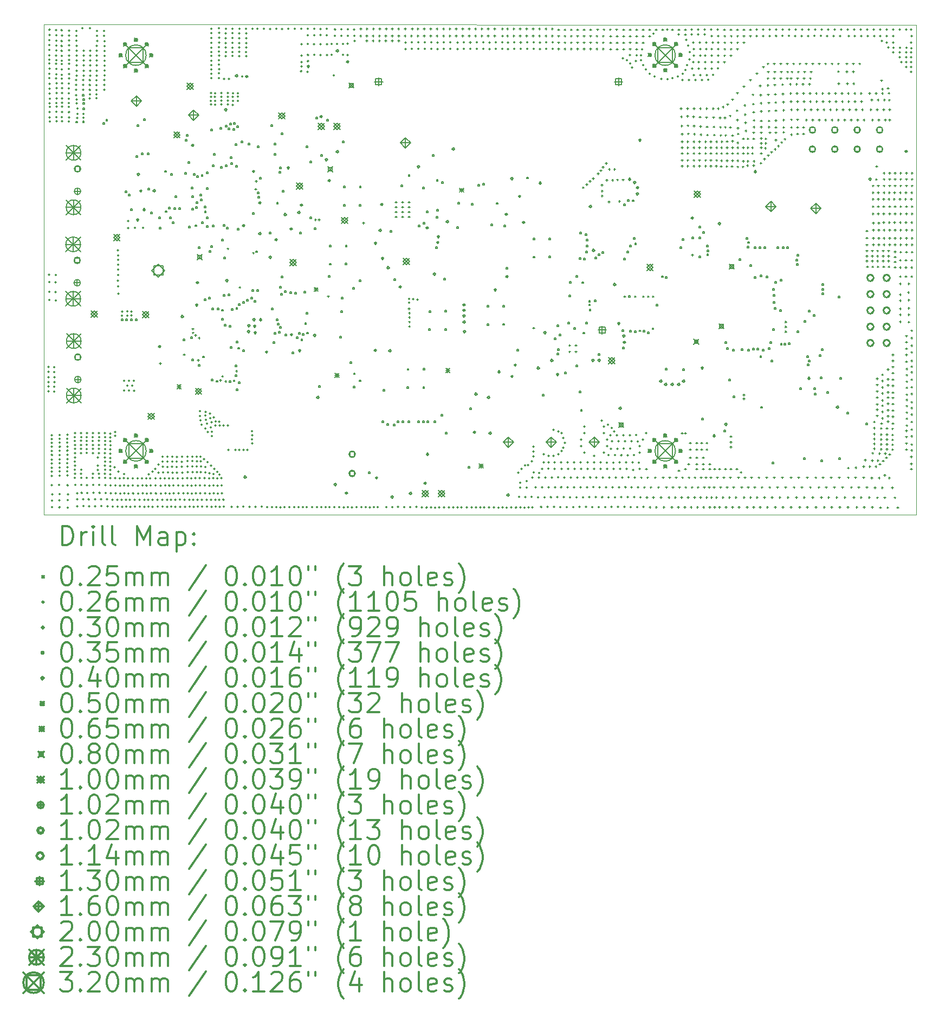
<source format=gbr>
%FSLAX45Y45*%
G04 Gerber Fmt 4.5, Leading zero omitted, Abs format (unit mm)*
G04 Created by KiCad (PCBNEW (5.1.2)-1) date 2021-03-19 08:48:15*
%MOMM*%
%LPD*%
G04 APERTURE LIST*
%ADD10C,0.100000*%
%ADD11C,0.200000*%
%ADD12C,0.300000*%
G04 APERTURE END LIST*
D10*
X20328740Y-4305260D02*
X6697740Y-4297260D01*
X20328740Y-11955260D02*
X20328740Y-4305260D01*
X6697740Y-11955260D02*
X20328740Y-11955260D01*
X6697740Y-4297260D02*
X6697740Y-11955260D01*
D11*
X18275300Y-8929300D02*
X18300700Y-8954700D01*
X18300700Y-8929300D02*
X18275300Y-8954700D01*
X18275300Y-9004300D02*
X18300700Y-9029700D01*
X18300700Y-9004300D02*
X18275300Y-9029700D01*
X18275300Y-9079300D02*
X18300700Y-9104700D01*
X18300700Y-9079300D02*
X18275300Y-9104700D01*
X6778960Y-9647260D02*
G75*
G03X6778960Y-9647260I-12850J0D01*
G01*
X6778960Y-9722260D02*
G75*
G03X6778960Y-9722260I-12850J0D01*
G01*
X6778960Y-9804260D02*
G75*
G03X6778960Y-9804260I-12850J0D01*
G01*
X6778960Y-9878260D02*
G75*
G03X6778960Y-9878260I-12850J0D01*
G01*
X6778960Y-9952310D02*
G75*
G03X6778960Y-9952310I-12850J0D01*
G01*
X6778960Y-10027260D02*
G75*
G03X6778960Y-10027260I-12850J0D01*
G01*
X6787590Y-8206260D02*
G75*
G03X6787590Y-8206260I-12850J0D01*
G01*
X6789590Y-8319260D02*
G75*
G03X6789590Y-8319260I-12850J0D01*
G01*
X6789590Y-8599260D02*
G75*
G03X6789590Y-8599260I-12850J0D01*
G01*
X6790590Y-8472260D02*
G75*
G03X6790590Y-8472260I-12850J0D01*
G01*
X6792960Y-4379600D02*
G75*
G03X6792960Y-4379600I-12850J0D01*
G01*
X6792960Y-4542600D02*
G75*
G03X6792960Y-4542600I-12850J0D01*
G01*
X6792960Y-4618800D02*
G75*
G03X6792960Y-4618800I-12850J0D01*
G01*
X6792960Y-4695000D02*
G75*
G03X6792960Y-4695000I-12850J0D01*
G01*
X6792960Y-4778210D02*
G75*
G03X6792960Y-4778210I-12850J0D01*
G01*
X6792960Y-4848060D02*
G75*
G03X6792960Y-4848060I-12850J0D01*
G01*
X6792960Y-4905210D02*
G75*
G03X6792960Y-4905210I-12850J0D01*
G01*
X6792960Y-4987760D02*
G75*
G03X6792960Y-4987760I-12850J0D01*
G01*
X6792960Y-5070310D02*
G75*
G03X6792960Y-5070310I-12850J0D01*
G01*
X6792960Y-5133810D02*
G75*
G03X6792960Y-5133810I-12850J0D01*
G01*
X6793960Y-4463600D02*
G75*
G03X6793960Y-4463600I-12850J0D01*
G01*
X6796960Y-5222600D02*
G75*
G03X6796960Y-5222600I-12850J0D01*
G01*
X6796960Y-5298800D02*
G75*
G03X6796960Y-5298800I-12850J0D01*
G01*
X6796960Y-5375000D02*
G75*
G03X6796960Y-5375000I-12850J0D01*
G01*
X6796960Y-5458210D02*
G75*
G03X6796960Y-5458210I-12850J0D01*
G01*
X6796960Y-5528060D02*
G75*
G03X6796960Y-5528060I-12850J0D01*
G01*
X6796960Y-5585210D02*
G75*
G03X6796960Y-5585210I-12850J0D01*
G01*
X6796960Y-5667760D02*
G75*
G03X6796960Y-5667760I-12850J0D01*
G01*
X6796960Y-5750310D02*
G75*
G03X6796960Y-5750310I-12850J0D01*
G01*
X6796960Y-5813810D02*
G75*
G03X6796960Y-5813810I-12850J0D01*
G01*
X6827590Y-11490260D02*
G75*
G03X6827590Y-11490260I-12850J0D01*
G01*
X6830090Y-10707840D02*
G75*
G03X6830090Y-10707840I-12850J0D01*
G01*
X6830090Y-10771340D02*
G75*
G03X6830090Y-10771340I-12850J0D01*
G01*
X6830090Y-10829710D02*
G75*
G03X6830090Y-10829710I-12850J0D01*
G01*
X6830090Y-10891990D02*
G75*
G03X6830090Y-10891990I-12850J0D01*
G01*
X6830090Y-10955490D02*
G75*
G03X6830090Y-10955490I-12850J0D01*
G01*
X6830090Y-11020210D02*
G75*
G03X6830090Y-11020210I-12850J0D01*
G01*
X6830090Y-11088840D02*
G75*
G03X6830090Y-11088840I-12850J0D01*
G01*
X6830090Y-11152340D02*
G75*
G03X6830090Y-11152340I-12850J0D01*
G01*
X6830090Y-11215840D02*
G75*
G03X6830090Y-11215840I-12850J0D01*
G01*
X6830090Y-11279340D02*
G75*
G03X6830090Y-11279340I-12850J0D01*
G01*
X6830090Y-11342840D02*
G75*
G03X6830090Y-11342840I-12850J0D01*
G01*
X6833590Y-11833260D02*
G75*
G03X6833590Y-11833260I-12850J0D01*
G01*
X6834590Y-11634260D02*
G75*
G03X6834590Y-11634260I-12850J0D01*
G01*
X6834590Y-11729260D02*
G75*
G03X6834590Y-11729260I-12850J0D01*
G01*
X6869960Y-9650260D02*
G75*
G03X6869960Y-9650260I-12850J0D01*
G01*
X6869960Y-9725260D02*
G75*
G03X6869960Y-9725260I-12850J0D01*
G01*
X6869960Y-9807260D02*
G75*
G03X6869960Y-9807260I-12850J0D01*
G01*
X6869960Y-9881260D02*
G75*
G03X6869960Y-9881260I-12850J0D01*
G01*
X6869960Y-9955310D02*
G75*
G03X6869960Y-9955310I-12850J0D01*
G01*
X6869960Y-10030260D02*
G75*
G03X6869960Y-10030260I-12850J0D01*
G01*
X6890590Y-8478260D02*
G75*
G03X6890590Y-8478260I-12850J0D01*
G01*
X6892590Y-8324260D02*
G75*
G03X6892590Y-8324260I-12850J0D01*
G01*
X6892590Y-8604260D02*
G75*
G03X6892590Y-8604260I-12850J0D01*
G01*
X6893590Y-8207760D02*
G75*
G03X6893590Y-8207760I-12850J0D01*
G01*
X6900960Y-4386600D02*
G75*
G03X6900960Y-4386600I-12850J0D01*
G01*
X6900960Y-4549600D02*
G75*
G03X6900960Y-4549600I-12850J0D01*
G01*
X6900960Y-4625800D02*
G75*
G03X6900960Y-4625800I-12850J0D01*
G01*
X6900960Y-4702000D02*
G75*
G03X6900960Y-4702000I-12850J0D01*
G01*
X6900960Y-4785210D02*
G75*
G03X6900960Y-4785210I-12850J0D01*
G01*
X6900960Y-4855060D02*
G75*
G03X6900960Y-4855060I-12850J0D01*
G01*
X6900960Y-4912210D02*
G75*
G03X6900960Y-4912210I-12850J0D01*
G01*
X6900960Y-4994760D02*
G75*
G03X6900960Y-4994760I-12850J0D01*
G01*
X6900960Y-5077310D02*
G75*
G03X6900960Y-5077310I-12850J0D01*
G01*
X6900960Y-5140810D02*
G75*
G03X6900960Y-5140810I-12850J0D01*
G01*
X6901960Y-4470600D02*
G75*
G03X6901960Y-4470600I-12850J0D01*
G01*
X6902960Y-5217600D02*
G75*
G03X6902960Y-5217600I-12850J0D01*
G01*
X6902960Y-5293800D02*
G75*
G03X6902960Y-5293800I-12850J0D01*
G01*
X6902960Y-5370000D02*
G75*
G03X6902960Y-5370000I-12850J0D01*
G01*
X6902960Y-5453210D02*
G75*
G03X6902960Y-5453210I-12850J0D01*
G01*
X6902960Y-5523060D02*
G75*
G03X6902960Y-5523060I-12850J0D01*
G01*
X6902960Y-5580210D02*
G75*
G03X6902960Y-5580210I-12850J0D01*
G01*
X6902960Y-5662760D02*
G75*
G03X6902960Y-5662760I-12850J0D01*
G01*
X6902960Y-5745310D02*
G75*
G03X6902960Y-5745310I-12850J0D01*
G01*
X6902960Y-5808810D02*
G75*
G03X6902960Y-5808810I-12850J0D01*
G01*
X6943590Y-11488260D02*
G75*
G03X6943590Y-11488260I-12850J0D01*
G01*
X6948840Y-11833840D02*
G75*
G03X6948840Y-11833840I-12850J0D01*
G01*
X6950590Y-11632260D02*
G75*
G03X6950590Y-11632260I-12850J0D01*
G01*
X6950590Y-11727260D02*
G75*
G03X6950590Y-11727260I-12850J0D01*
G01*
X6953090Y-10705840D02*
G75*
G03X6953090Y-10705840I-12850J0D01*
G01*
X6953090Y-10769340D02*
G75*
G03X6953090Y-10769340I-12850J0D01*
G01*
X6953090Y-10827710D02*
G75*
G03X6953090Y-10827710I-12850J0D01*
G01*
X6953090Y-10889990D02*
G75*
G03X6953090Y-10889990I-12850J0D01*
G01*
X6953090Y-10953490D02*
G75*
G03X6953090Y-10953490I-12850J0D01*
G01*
X6953090Y-11018210D02*
G75*
G03X6953090Y-11018210I-12850J0D01*
G01*
X6953090Y-11086840D02*
G75*
G03X6953090Y-11086840I-12850J0D01*
G01*
X6953090Y-11150340D02*
G75*
G03X6953090Y-11150340I-12850J0D01*
G01*
X6953090Y-11213840D02*
G75*
G03X6953090Y-11213840I-12850J0D01*
G01*
X6953090Y-11277340D02*
G75*
G03X6953090Y-11277340I-12850J0D01*
G01*
X6953090Y-11340840D02*
G75*
G03X6953090Y-11340840I-12850J0D01*
G01*
X6985960Y-4387260D02*
G75*
G03X6985960Y-4387260I-12850J0D01*
G01*
X6985960Y-4556600D02*
G75*
G03X6985960Y-4556600I-12850J0D01*
G01*
X6985960Y-4632800D02*
G75*
G03X6985960Y-4632800I-12850J0D01*
G01*
X6985960Y-4709000D02*
G75*
G03X6985960Y-4709000I-12850J0D01*
G01*
X6985960Y-4792210D02*
G75*
G03X6985960Y-4792210I-12850J0D01*
G01*
X6985960Y-4862060D02*
G75*
G03X6985960Y-4862060I-12850J0D01*
G01*
X6985960Y-4919210D02*
G75*
G03X6985960Y-4919210I-12850J0D01*
G01*
X6985960Y-5001760D02*
G75*
G03X6985960Y-5001760I-12850J0D01*
G01*
X6985960Y-5084310D02*
G75*
G03X6985960Y-5084310I-12850J0D01*
G01*
X6985960Y-5147810D02*
G75*
G03X6985960Y-5147810I-12850J0D01*
G01*
X6986960Y-4471260D02*
G75*
G03X6986960Y-4471260I-12850J0D01*
G01*
X6989960Y-5217600D02*
G75*
G03X6989960Y-5217600I-12850J0D01*
G01*
X6989960Y-5293800D02*
G75*
G03X6989960Y-5293800I-12850J0D01*
G01*
X6989960Y-5370000D02*
G75*
G03X6989960Y-5370000I-12850J0D01*
G01*
X6989960Y-5453210D02*
G75*
G03X6989960Y-5453210I-12850J0D01*
G01*
X6989960Y-5523060D02*
G75*
G03X6989960Y-5523060I-12850J0D01*
G01*
X6989960Y-5580210D02*
G75*
G03X6989960Y-5580210I-12850J0D01*
G01*
X6989960Y-5662760D02*
G75*
G03X6989960Y-5662760I-12850J0D01*
G01*
X6989960Y-5745310D02*
G75*
G03X6989960Y-5745310I-12850J0D01*
G01*
X6989960Y-5808810D02*
G75*
G03X6989960Y-5808810I-12850J0D01*
G01*
X7074090Y-10703840D02*
G75*
G03X7074090Y-10703840I-12850J0D01*
G01*
X7074090Y-10767340D02*
G75*
G03X7074090Y-10767340I-12850J0D01*
G01*
X7074090Y-10825710D02*
G75*
G03X7074090Y-10825710I-12850J0D01*
G01*
X7074090Y-10887990D02*
G75*
G03X7074090Y-10887990I-12850J0D01*
G01*
X7074090Y-10951490D02*
G75*
G03X7074090Y-10951490I-12850J0D01*
G01*
X7074090Y-11016210D02*
G75*
G03X7074090Y-11016210I-12850J0D01*
G01*
X7074090Y-11084840D02*
G75*
G03X7074090Y-11084840I-12850J0D01*
G01*
X7074090Y-11148340D02*
G75*
G03X7074090Y-11148340I-12850J0D01*
G01*
X7074090Y-11211840D02*
G75*
G03X7074090Y-11211840I-12850J0D01*
G01*
X7074090Y-11275340D02*
G75*
G03X7074090Y-11275340I-12850J0D01*
G01*
X7074090Y-11338840D02*
G75*
G03X7074090Y-11338840I-12850J0D01*
G01*
X7078590Y-11491260D02*
G75*
G03X7078590Y-11491260I-12850J0D01*
G01*
X7078590Y-11726260D02*
G75*
G03X7078590Y-11726260I-12850J0D01*
G01*
X7080590Y-11840260D02*
G75*
G03X7080590Y-11840260I-12850J0D01*
G01*
X7085590Y-11635260D02*
G75*
G03X7085590Y-11635260I-12850J0D01*
G01*
X7097960Y-5221600D02*
G75*
G03X7097960Y-5221600I-12850J0D01*
G01*
X7097960Y-5297800D02*
G75*
G03X7097960Y-5297800I-12850J0D01*
G01*
X7097960Y-5374000D02*
G75*
G03X7097960Y-5374000I-12850J0D01*
G01*
X7097960Y-5457210D02*
G75*
G03X7097960Y-5457210I-12850J0D01*
G01*
X7097960Y-5527060D02*
G75*
G03X7097960Y-5527060I-12850J0D01*
G01*
X7097960Y-5584210D02*
G75*
G03X7097960Y-5584210I-12850J0D01*
G01*
X7097960Y-5666760D02*
G75*
G03X7097960Y-5666760I-12850J0D01*
G01*
X7097960Y-5749310D02*
G75*
G03X7097960Y-5749310I-12850J0D01*
G01*
X7097960Y-5812810D02*
G75*
G03X7097960Y-5812810I-12850J0D01*
G01*
X7099590Y-4396260D02*
G75*
G03X7099590Y-4396260I-12850J0D01*
G01*
X7099960Y-4547600D02*
G75*
G03X7099960Y-4547600I-12850J0D01*
G01*
X7099960Y-4623800D02*
G75*
G03X7099960Y-4623800I-12850J0D01*
G01*
X7099960Y-4700000D02*
G75*
G03X7099960Y-4700000I-12850J0D01*
G01*
X7099960Y-4783210D02*
G75*
G03X7099960Y-4783210I-12850J0D01*
G01*
X7099960Y-4853060D02*
G75*
G03X7099960Y-4853060I-12850J0D01*
G01*
X7099960Y-4910210D02*
G75*
G03X7099960Y-4910210I-12850J0D01*
G01*
X7099960Y-4992760D02*
G75*
G03X7099960Y-4992760I-12850J0D01*
G01*
X7099960Y-5075310D02*
G75*
G03X7099960Y-5075310I-12850J0D01*
G01*
X7099960Y-5138810D02*
G75*
G03X7099960Y-5138810I-12850J0D01*
G01*
X7100960Y-4468600D02*
G75*
G03X7100960Y-4468600I-12850J0D01*
G01*
X7192090Y-10677840D02*
G75*
G03X7192090Y-10677840I-12850J0D01*
G01*
X7192090Y-10741340D02*
G75*
G03X7192090Y-10741340I-12850J0D01*
G01*
X7192090Y-10799710D02*
G75*
G03X7192090Y-10799710I-12850J0D01*
G01*
X7192090Y-10861990D02*
G75*
G03X7192090Y-10861990I-12850J0D01*
G01*
X7192090Y-10925490D02*
G75*
G03X7192090Y-10925490I-12850J0D01*
G01*
X7192090Y-10990210D02*
G75*
G03X7192090Y-10990210I-12850J0D01*
G01*
X7192090Y-11058840D02*
G75*
G03X7192090Y-11058840I-12850J0D01*
G01*
X7192090Y-11122340D02*
G75*
G03X7192090Y-11122340I-12850J0D01*
G01*
X7192090Y-11185840D02*
G75*
G03X7192090Y-11185840I-12850J0D01*
G01*
X7192090Y-11249340D02*
G75*
G03X7192090Y-11249340I-12850J0D01*
G01*
X7192090Y-11312840D02*
G75*
G03X7192090Y-11312840I-12850J0D01*
G01*
X7192090Y-11376340D02*
G75*
G03X7192090Y-11376340I-12850J0D01*
G01*
X7197090Y-11488840D02*
G75*
G03X7197090Y-11488840I-12850J0D01*
G01*
X7213590Y-4551260D02*
G75*
G03X7213590Y-4551260I-12850J0D01*
G01*
X7213960Y-4398250D02*
G75*
G03X7213960Y-4398250I-12850J0D01*
G01*
X7213960Y-4474450D02*
G75*
G03X7213960Y-4474450I-12850J0D01*
G01*
X7213960Y-5166600D02*
G75*
G03X7213960Y-5166600I-12850J0D01*
G01*
X7213960Y-5242800D02*
G75*
G03X7213960Y-5242800I-12850J0D01*
G01*
X7213960Y-5319000D02*
G75*
G03X7213960Y-5319000I-12850J0D01*
G01*
X7213960Y-5402210D02*
G75*
G03X7213960Y-5402210I-12850J0D01*
G01*
X7220310Y-4633200D02*
G75*
G03X7220310Y-4633200I-12850J0D01*
G01*
X7220310Y-4709400D02*
G75*
G03X7220310Y-4709400I-12850J0D01*
G01*
X7220310Y-4785600D02*
G75*
G03X7220310Y-4785600I-12850J0D01*
G01*
X7220310Y-4861800D02*
G75*
G03X7220310Y-4861800I-12850J0D01*
G01*
X7220310Y-4938000D02*
G75*
G03X7220310Y-4938000I-12850J0D01*
G01*
X7220310Y-5020550D02*
G75*
G03X7220310Y-5020550I-12850J0D01*
G01*
X7220310Y-5096750D02*
G75*
G03X7220310Y-5096750I-12850J0D01*
G01*
X7220310Y-5472060D02*
G75*
G03X7220310Y-5472060I-12850J0D01*
G01*
X7220310Y-5529210D02*
G75*
G03X7220310Y-5529210I-12850J0D01*
G01*
X7226590Y-11617260D02*
G75*
G03X7226590Y-11617260I-12850J0D01*
G01*
X7226590Y-11712260D02*
G75*
G03X7226590Y-11712260I-12850J0D01*
G01*
X7228590Y-11821260D02*
G75*
G03X7228590Y-11821260I-12850J0D01*
G01*
X7230190Y-5611760D02*
G75*
G03X7230190Y-5611760I-12850J0D01*
G01*
X7230190Y-5694310D02*
G75*
G03X7230190Y-5694310I-12850J0D01*
G01*
X7230190Y-5757810D02*
G75*
G03X7230190Y-5757810I-12850J0D01*
G01*
X7287340Y-10677840D02*
G75*
G03X7287340Y-10677840I-12850J0D01*
G01*
X7287340Y-10741340D02*
G75*
G03X7287340Y-10741340I-12850J0D01*
G01*
X7287340Y-10799710D02*
G75*
G03X7287340Y-10799710I-12850J0D01*
G01*
X7287340Y-10861990D02*
G75*
G03X7287340Y-10861990I-12850J0D01*
G01*
X7287340Y-10925490D02*
G75*
G03X7287340Y-10925490I-12850J0D01*
G01*
X7287340Y-10990210D02*
G75*
G03X7287340Y-10990210I-12850J0D01*
G01*
X7287340Y-11249340D02*
G75*
G03X7287340Y-11249340I-12850J0D01*
G01*
X7287340Y-11312840D02*
G75*
G03X7287340Y-11312840I-12850J0D01*
G01*
X7287340Y-11376340D02*
G75*
G03X7287340Y-11376340I-12850J0D01*
G01*
X7292340Y-11488840D02*
G75*
G03X7292340Y-11488840I-12850J0D01*
G01*
X7297340Y-11611340D02*
G75*
G03X7297340Y-11611340I-12850J0D01*
G01*
X7305590Y-4357260D02*
G75*
G03X7305590Y-4357260I-12850J0D01*
G01*
X7319840Y-11711340D02*
G75*
G03X7319840Y-11711340I-12850J0D01*
G01*
X7320310Y-5167260D02*
G75*
G03X7320310Y-5167260I-12850J0D01*
G01*
X7320310Y-5243460D02*
G75*
G03X7320310Y-5243460I-12850J0D01*
G01*
X7320310Y-5319660D02*
G75*
G03X7320310Y-5319660I-12850J0D01*
G01*
X7324840Y-11818840D02*
G75*
G03X7324840Y-11818840I-12850J0D01*
G01*
X7325440Y-5694310D02*
G75*
G03X7325440Y-5694310I-12850J0D01*
G01*
X7325440Y-5757810D02*
G75*
G03X7325440Y-5757810I-12850J0D01*
G01*
X7326660Y-4710060D02*
G75*
G03X7326660Y-4710060I-12850J0D01*
G01*
X7326660Y-4786260D02*
G75*
G03X7326660Y-4786260I-12850J0D01*
G01*
X7326660Y-4862460D02*
G75*
G03X7326660Y-4862460I-12850J0D01*
G01*
X7326660Y-4938660D02*
G75*
G03X7326660Y-4938660I-12850J0D01*
G01*
X7326660Y-5021210D02*
G75*
G03X7326660Y-5021210I-12850J0D01*
G01*
X7326660Y-5097410D02*
G75*
G03X7326660Y-5097410I-12850J0D01*
G01*
X7376240Y-10677840D02*
G75*
G03X7376240Y-10677840I-12850J0D01*
G01*
X7376240Y-10741340D02*
G75*
G03X7376240Y-10741340I-12850J0D01*
G01*
X7376240Y-10799710D02*
G75*
G03X7376240Y-10799710I-12850J0D01*
G01*
X7376240Y-10861990D02*
G75*
G03X7376240Y-10861990I-12850J0D01*
G01*
X7376240Y-10925490D02*
G75*
G03X7376240Y-10925490I-12850J0D01*
G01*
X7376240Y-10990210D02*
G75*
G03X7376240Y-10990210I-12850J0D01*
G01*
X7376240Y-11376340D02*
G75*
G03X7376240Y-11376340I-12850J0D01*
G01*
X7381240Y-11488840D02*
G75*
G03X7381240Y-11488840I-12850J0D01*
G01*
X7386240Y-11611340D02*
G75*
G03X7386240Y-11611340I-12850J0D01*
G01*
X7408740Y-11711340D02*
G75*
G03X7408740Y-11711340I-12850J0D01*
G01*
X7413740Y-11818840D02*
G75*
G03X7413740Y-11818840I-12850J0D01*
G01*
X7425110Y-5167260D02*
G75*
G03X7425110Y-5167260I-12850J0D01*
G01*
X7425110Y-5243460D02*
G75*
G03X7425110Y-5243460I-12850J0D01*
G01*
X7425110Y-5319660D02*
G75*
G03X7425110Y-5319660I-12850J0D01*
G01*
X7425110Y-5389510D02*
G75*
G03X7425110Y-5389510I-12850J0D01*
G01*
X7425110Y-5453010D02*
G75*
G03X7425110Y-5453010I-12850J0D01*
G01*
X7425590Y-4356260D02*
G75*
G03X7425590Y-4356260I-12850J0D01*
G01*
X7431460Y-4710060D02*
G75*
G03X7431460Y-4710060I-12850J0D01*
G01*
X7431460Y-4786260D02*
G75*
G03X7431460Y-4786260I-12850J0D01*
G01*
X7431460Y-4862460D02*
G75*
G03X7431460Y-4862460I-12850J0D01*
G01*
X7431460Y-4938660D02*
G75*
G03X7431460Y-4938660I-12850J0D01*
G01*
X7431460Y-5021210D02*
G75*
G03X7431460Y-5021210I-12850J0D01*
G01*
X7431460Y-5097410D02*
G75*
G03X7431460Y-5097410I-12850J0D01*
G01*
X7471490Y-10677840D02*
G75*
G03X7471490Y-10677840I-12850J0D01*
G01*
X7471490Y-10741340D02*
G75*
G03X7471490Y-10741340I-12850J0D01*
G01*
X7471490Y-10799710D02*
G75*
G03X7471490Y-10799710I-12850J0D01*
G01*
X7471490Y-10861990D02*
G75*
G03X7471490Y-10861990I-12850J0D01*
G01*
X7471490Y-10925490D02*
G75*
G03X7471490Y-10925490I-12850J0D01*
G01*
X7471490Y-10990210D02*
G75*
G03X7471490Y-10990210I-12850J0D01*
G01*
X7471490Y-11312840D02*
G75*
G03X7471490Y-11312840I-12850J0D01*
G01*
X7471490Y-11376340D02*
G75*
G03X7471490Y-11376340I-12850J0D01*
G01*
X7476490Y-11488840D02*
G75*
G03X7476490Y-11488840I-12850J0D01*
G01*
X7481490Y-11611340D02*
G75*
G03X7481490Y-11611340I-12850J0D01*
G01*
X7503990Y-11711340D02*
G75*
G03X7503990Y-11711340I-12850J0D01*
G01*
X7508990Y-11818840D02*
G75*
G03X7508990Y-11818840I-12850J0D01*
G01*
X7528640Y-5167260D02*
G75*
G03X7528640Y-5167260I-12850J0D01*
G01*
X7528640Y-5243460D02*
G75*
G03X7528640Y-5243460I-12850J0D01*
G01*
X7528640Y-5319660D02*
G75*
G03X7528640Y-5319660I-12850J0D01*
G01*
X7528640Y-5389510D02*
G75*
G03X7528640Y-5389510I-12850J0D01*
G01*
X7528640Y-5453010D02*
G75*
G03X7528640Y-5453010I-12850J0D01*
G01*
X7534990Y-4633860D02*
G75*
G03X7534990Y-4633860I-12850J0D01*
G01*
X7534990Y-4710060D02*
G75*
G03X7534990Y-4710060I-12850J0D01*
G01*
X7534990Y-4786260D02*
G75*
G03X7534990Y-4786260I-12850J0D01*
G01*
X7534990Y-4862460D02*
G75*
G03X7534990Y-4862460I-12850J0D01*
G01*
X7534990Y-4938660D02*
G75*
G03X7534990Y-4938660I-12850J0D01*
G01*
X7534990Y-5021210D02*
G75*
G03X7534990Y-5021210I-12850J0D01*
G01*
X7534990Y-5097410D02*
G75*
G03X7534990Y-5097410I-12850J0D01*
G01*
X7536590Y-4399260D02*
G75*
G03X7536590Y-4399260I-12850J0D01*
G01*
X7536590Y-4475110D02*
G75*
G03X7536590Y-4475110I-12850J0D01*
G01*
X7539590Y-4557660D02*
G75*
G03X7539590Y-4557660I-12850J0D01*
G01*
X7548590Y-11058840D02*
G75*
G03X7548590Y-11058840I-12850J0D01*
G01*
X7548590Y-11185840D02*
G75*
G03X7548590Y-11185840I-12850J0D01*
G01*
X7548590Y-11250260D02*
G75*
G03X7548590Y-11250260I-12850J0D01*
G01*
X7566740Y-10677840D02*
G75*
G03X7566740Y-10677840I-12850J0D01*
G01*
X7566740Y-10741340D02*
G75*
G03X7566740Y-10741340I-12850J0D01*
G01*
X7566740Y-10799710D02*
G75*
G03X7566740Y-10799710I-12850J0D01*
G01*
X7566740Y-10861990D02*
G75*
G03X7566740Y-10861990I-12850J0D01*
G01*
X7566740Y-10925490D02*
G75*
G03X7566740Y-10925490I-12850J0D01*
G01*
X7566740Y-10990210D02*
G75*
G03X7566740Y-10990210I-12850J0D01*
G01*
X7566740Y-11312840D02*
G75*
G03X7566740Y-11312840I-12850J0D01*
G01*
X7566740Y-11376340D02*
G75*
G03X7566740Y-11376340I-12850J0D01*
G01*
X7571740Y-11488840D02*
G75*
G03X7571740Y-11488840I-12850J0D01*
G01*
X7576740Y-11611340D02*
G75*
G03X7576740Y-11611340I-12850J0D01*
G01*
X7599240Y-11711340D02*
G75*
G03X7599240Y-11711340I-12850J0D01*
G01*
X7604240Y-11818840D02*
G75*
G03X7604240Y-11818840I-12850J0D01*
G01*
X7649290Y-4398910D02*
G75*
G03X7649290Y-4398910I-12850J0D01*
G01*
X7649290Y-4475110D02*
G75*
G03X7649290Y-4475110I-12850J0D01*
G01*
X7649290Y-5167260D02*
G75*
G03X7649290Y-5167260I-12850J0D01*
G01*
X7649290Y-5243460D02*
G75*
G03X7649290Y-5243460I-12850J0D01*
G01*
X7649290Y-5319660D02*
G75*
G03X7649290Y-5319660I-12850J0D01*
G01*
X7655640Y-4557660D02*
G75*
G03X7655640Y-4557660I-12850J0D01*
G01*
X7655640Y-4633860D02*
G75*
G03X7655640Y-4633860I-12850J0D01*
G01*
X7655640Y-4710060D02*
G75*
G03X7655640Y-4710060I-12850J0D01*
G01*
X7655640Y-4786260D02*
G75*
G03X7655640Y-4786260I-12850J0D01*
G01*
X7655640Y-4862460D02*
G75*
G03X7655640Y-4862460I-12850J0D01*
G01*
X7655640Y-4938660D02*
G75*
G03X7655640Y-4938660I-12850J0D01*
G01*
X7655640Y-5021210D02*
G75*
G03X7655640Y-5021210I-12850J0D01*
G01*
X7655640Y-5097410D02*
G75*
G03X7655640Y-5097410I-12850J0D01*
G01*
X7661990Y-10677840D02*
G75*
G03X7661990Y-10677840I-12850J0D01*
G01*
X7661990Y-10741340D02*
G75*
G03X7661990Y-10741340I-12850J0D01*
G01*
X7661990Y-10799710D02*
G75*
G03X7661990Y-10799710I-12850J0D01*
G01*
X7661990Y-10861990D02*
G75*
G03X7661990Y-10861990I-12850J0D01*
G01*
X7661990Y-10925490D02*
G75*
G03X7661990Y-10925490I-12850J0D01*
G01*
X7661990Y-10990210D02*
G75*
G03X7661990Y-10990210I-12850J0D01*
G01*
X7661990Y-11058840D02*
G75*
G03X7661990Y-11058840I-12850J0D01*
G01*
X7661990Y-11122340D02*
G75*
G03X7661990Y-11122340I-12850J0D01*
G01*
X7661990Y-11185840D02*
G75*
G03X7661990Y-11185840I-12850J0D01*
G01*
X7661990Y-11249340D02*
G75*
G03X7661990Y-11249340I-12850J0D01*
G01*
X7661990Y-11312840D02*
G75*
G03X7661990Y-11312840I-12850J0D01*
G01*
X7661990Y-11376340D02*
G75*
G03X7661990Y-11376340I-12850J0D01*
G01*
X7666990Y-11488840D02*
G75*
G03X7666990Y-11488840I-12850J0D01*
G01*
X7671990Y-11611340D02*
G75*
G03X7671990Y-11611340I-12850J0D01*
G01*
X7694490Y-11711340D02*
G75*
G03X7694490Y-11711340I-12850J0D01*
G01*
X7699490Y-11818840D02*
G75*
G03X7699490Y-11818840I-12850J0D01*
G01*
X7744540Y-10684190D02*
G75*
G03X7744540Y-10684190I-12850J0D01*
G01*
X7744540Y-10747690D02*
G75*
G03X7744540Y-10747690I-12850J0D01*
G01*
X7744540Y-10806060D02*
G75*
G03X7744540Y-10806060I-12850J0D01*
G01*
X7744540Y-10868340D02*
G75*
G03X7744540Y-10868340I-12850J0D01*
G01*
X7744540Y-10931840D02*
G75*
G03X7744540Y-10931840I-12850J0D01*
G01*
X7744540Y-10996560D02*
G75*
G03X7744540Y-10996560I-12850J0D01*
G01*
X7744540Y-11065190D02*
G75*
G03X7744540Y-11065190I-12850J0D01*
G01*
X7744540Y-11128690D02*
G75*
G03X7744540Y-11128690I-12850J0D01*
G01*
X7744540Y-11192190D02*
G75*
G03X7744540Y-11192190I-12850J0D01*
G01*
X7744540Y-11255690D02*
G75*
G03X7744540Y-11255690I-12850J0D01*
G01*
X7744540Y-11319190D02*
G75*
G03X7744540Y-11319190I-12850J0D01*
G01*
X7744540Y-11382690D02*
G75*
G03X7744540Y-11382690I-12850J0D01*
G01*
X7749540Y-11495190D02*
G75*
G03X7749540Y-11495190I-12850J0D01*
G01*
X7754540Y-11617690D02*
G75*
G03X7754540Y-11617690I-12850J0D01*
G01*
X7777040Y-11717690D02*
G75*
G03X7777040Y-11717690I-12850J0D01*
G01*
X7782040Y-11825190D02*
G75*
G03X7782040Y-11825190I-12850J0D01*
G01*
X7814390Y-11212460D02*
G75*
G03X7814390Y-11212460I-12850J0D01*
G01*
X7820740Y-10658790D02*
G75*
G03X7820740Y-10658790I-12850J0D01*
G01*
X7820740Y-10722290D02*
G75*
G03X7820740Y-10722290I-12850J0D01*
G01*
X7820740Y-11383910D02*
G75*
G03X7820740Y-11383910I-12850J0D01*
G01*
X7825740Y-11496410D02*
G75*
G03X7825740Y-11496410I-12850J0D01*
G01*
X7830740Y-11618910D02*
G75*
G03X7830740Y-11618910I-12850J0D01*
G01*
X7853240Y-11718910D02*
G75*
G03X7853240Y-11718910I-12850J0D01*
G01*
X7858240Y-11826410D02*
G75*
G03X7858240Y-11826410I-12850J0D01*
G01*
X7864590Y-7824260D02*
G75*
G03X7864590Y-7824260I-12850J0D01*
G01*
X7864590Y-7904260D02*
G75*
G03X7864590Y-7904260I-12850J0D01*
G01*
X7865190Y-8126360D02*
G75*
G03X7865190Y-8126360I-12850J0D01*
G01*
X7865190Y-8208910D02*
G75*
G03X7865190Y-8208910I-12850J0D01*
G01*
X7865590Y-7974260D02*
G75*
G03X7865590Y-7974260I-12850J0D01*
G01*
X7865590Y-8049260D02*
G75*
G03X7865590Y-8049260I-12850J0D01*
G01*
X7865590Y-8298260D02*
G75*
G03X7865590Y-8298260I-12850J0D01*
G01*
X7866590Y-8390260D02*
G75*
G03X7866590Y-8390260I-12850J0D01*
G01*
X7867590Y-8501260D02*
G75*
G03X7867590Y-8501260I-12850J0D01*
G01*
X7871540Y-11275960D02*
G75*
G03X7871540Y-11275960I-12850J0D01*
G01*
X7891810Y-11383910D02*
G75*
G03X7891810Y-11383910I-12850J0D01*
G01*
X7896810Y-11496410D02*
G75*
G03X7896810Y-11496410I-12850J0D01*
G01*
X7901810Y-11618910D02*
G75*
G03X7901810Y-11618910I-12850J0D01*
G01*
X7924310Y-11718910D02*
G75*
G03X7924310Y-11718910I-12850J0D01*
G01*
X7928690Y-8780410D02*
G75*
G03X7928690Y-8780410I-12850J0D01*
G01*
X7928690Y-8843910D02*
G75*
G03X7928690Y-8843910I-12850J0D01*
G01*
X7929310Y-11826410D02*
G75*
G03X7929310Y-11826410I-12850J0D01*
G01*
X7955310Y-11383910D02*
G75*
G03X7955310Y-11383910I-12850J0D01*
G01*
X7960310Y-11496410D02*
G75*
G03X7960310Y-11496410I-12850J0D01*
G01*
X7960440Y-11320410D02*
G75*
G03X7960440Y-11320410I-12850J0D01*
G01*
X7960590Y-9863260D02*
G75*
G03X7960590Y-9863260I-12850J0D01*
G01*
X7960590Y-10016260D02*
G75*
G03X7960590Y-10016260I-12850J0D01*
G01*
X7965310Y-11618910D02*
G75*
G03X7965310Y-11618910I-12850J0D01*
G01*
X7987810Y-11718910D02*
G75*
G03X7987810Y-11718910I-12850J0D01*
G01*
X7992810Y-11826410D02*
G75*
G03X7992810Y-11826410I-12850J0D01*
G01*
X8011240Y-8780410D02*
G75*
G03X8011240Y-8780410I-12850J0D01*
G01*
X8011240Y-8843250D02*
G75*
G03X8011240Y-8843250I-12850J0D01*
G01*
X8012590Y-9936260D02*
G75*
G03X8012590Y-9936260I-12850J0D01*
G01*
X8018810Y-11383910D02*
G75*
G03X8018810Y-11383910I-12850J0D01*
G01*
X8023810Y-11496410D02*
G75*
G03X8023810Y-11496410I-12850J0D01*
G01*
X8025590Y-7368260D02*
G75*
G03X8025590Y-7368260I-12850J0D01*
G01*
X8025590Y-7477260D02*
G75*
G03X8025590Y-7477260I-12850J0D01*
G01*
X8028810Y-11618910D02*
G75*
G03X8028810Y-11618910I-12850J0D01*
G01*
X8035590Y-9863260D02*
G75*
G03X8035590Y-9863260I-12850J0D01*
G01*
X8035590Y-10016260D02*
G75*
G03X8035590Y-10016260I-12850J0D01*
G01*
X8051310Y-11718910D02*
G75*
G03X8051310Y-11718910I-12850J0D01*
G01*
X8056310Y-11826410D02*
G75*
G03X8056310Y-11826410I-12850J0D01*
G01*
X8074740Y-8780410D02*
G75*
G03X8074740Y-8780410I-12850J0D01*
G01*
X8074740Y-8843910D02*
G75*
G03X8074740Y-8843910I-12850J0D01*
G01*
X8087590Y-9936260D02*
G75*
G03X8087590Y-9936260I-12850J0D01*
G01*
X8093790Y-11382690D02*
G75*
G03X8093790Y-11382690I-12850J0D01*
G01*
X8098790Y-11495190D02*
G75*
G03X8098790Y-11495190I-12850J0D01*
G01*
X8103790Y-11617690D02*
G75*
G03X8103790Y-11617690I-12850J0D01*
G01*
X8112590Y-9862890D02*
G75*
G03X8112590Y-9862890I-12850J0D01*
G01*
X8117590Y-10017260D02*
G75*
G03X8117590Y-10017260I-12850J0D01*
G01*
X8126290Y-11717690D02*
G75*
G03X8126290Y-11717690I-12850J0D01*
G01*
X8129590Y-7475260D02*
G75*
G03X8129590Y-7475260I-12850J0D01*
G01*
X8131290Y-11825190D02*
G75*
G03X8131290Y-11825190I-12850J0D01*
G01*
X8169990Y-11383910D02*
G75*
G03X8169990Y-11383910I-12850J0D01*
G01*
X8174990Y-11496410D02*
G75*
G03X8174990Y-11496410I-12850J0D01*
G01*
X8179990Y-11618910D02*
G75*
G03X8179990Y-11618910I-12850J0D01*
G01*
X8202490Y-11718910D02*
G75*
G03X8202490Y-11718910I-12850J0D01*
G01*
X8207490Y-11826410D02*
G75*
G03X8207490Y-11826410I-12850J0D01*
G01*
X8241060Y-11383910D02*
G75*
G03X8241060Y-11383910I-12850J0D01*
G01*
X8246060Y-11496410D02*
G75*
G03X8246060Y-11496410I-12850J0D01*
G01*
X8251060Y-11618910D02*
G75*
G03X8251060Y-11618910I-12850J0D01*
G01*
X8254590Y-7474260D02*
G75*
G03X8254590Y-7474260I-12850J0D01*
G01*
X8273560Y-11718910D02*
G75*
G03X8273560Y-11718910I-12850J0D01*
G01*
X8278560Y-11826410D02*
G75*
G03X8278560Y-11826410I-12850J0D01*
G01*
X8304560Y-11383910D02*
G75*
G03X8304560Y-11383910I-12850J0D01*
G01*
X8309560Y-11496410D02*
G75*
G03X8309560Y-11496410I-12850J0D01*
G01*
X8314560Y-11618910D02*
G75*
G03X8314560Y-11618910I-12850J0D01*
G01*
X8337060Y-11718910D02*
G75*
G03X8337060Y-11718910I-12850J0D01*
G01*
X8342060Y-11826410D02*
G75*
G03X8342060Y-11826410I-12850J0D01*
G01*
X8347790Y-11320410D02*
G75*
G03X8347790Y-11320410I-12850J0D01*
G01*
X8368060Y-11383910D02*
G75*
G03X8368060Y-11383910I-12850J0D01*
G01*
X8373060Y-11496410D02*
G75*
G03X8373060Y-11496410I-12850J0D01*
G01*
X8378060Y-11618910D02*
G75*
G03X8378060Y-11618910I-12850J0D01*
G01*
X8400560Y-11718910D02*
G75*
G03X8400560Y-11718910I-12850J0D01*
G01*
X8404940Y-11282310D02*
G75*
G03X8404940Y-11282310I-12850J0D01*
G01*
X8405560Y-11826410D02*
G75*
G03X8405560Y-11826410I-12850J0D01*
G01*
X8449390Y-11237860D02*
G75*
G03X8449390Y-11237860I-12850J0D01*
G01*
X8449390Y-11382690D02*
G75*
G03X8449390Y-11382690I-12850J0D01*
G01*
X8454390Y-11495190D02*
G75*
G03X8454390Y-11495190I-12850J0D01*
G01*
X8459390Y-11617690D02*
G75*
G03X8459390Y-11617690I-12850J0D01*
G01*
X8481890Y-11717690D02*
G75*
G03X8481890Y-11717690I-12850J0D01*
G01*
X8486890Y-11825190D02*
G75*
G03X8486890Y-11825190I-12850J0D01*
G01*
X8500190Y-11168010D02*
G75*
G03X8500190Y-11168010I-12850J0D01*
G01*
X8500190Y-11295010D02*
G75*
G03X8500190Y-11295010I-12850J0D01*
G01*
X8525590Y-11383910D02*
G75*
G03X8525590Y-11383910I-12850J0D01*
G01*
X8530590Y-11496410D02*
G75*
G03X8530590Y-11496410I-12850J0D01*
G01*
X8535590Y-11618910D02*
G75*
G03X8535590Y-11618910I-12850J0D01*
G01*
X8558090Y-11718910D02*
G75*
G03X8558090Y-11718910I-12850J0D01*
G01*
X8563090Y-11826410D02*
G75*
G03X8563090Y-11826410I-12850J0D01*
G01*
X8563690Y-11046140D02*
G75*
G03X8563690Y-11046140I-12850J0D01*
G01*
X8563690Y-11122340D02*
G75*
G03X8563690Y-11122340I-12850J0D01*
G01*
X8563690Y-11204890D02*
G75*
G03X8563690Y-11204890I-12850J0D01*
G01*
X8570040Y-11293790D02*
G75*
G03X8570040Y-11293790I-12850J0D01*
G01*
X8596660Y-11383910D02*
G75*
G03X8596660Y-11383910I-12850J0D01*
G01*
X8601660Y-11496410D02*
G75*
G03X8601660Y-11496410I-12850J0D01*
G01*
X8606660Y-11618910D02*
G75*
G03X8606660Y-11618910I-12850J0D01*
G01*
X8629160Y-11718910D02*
G75*
G03X8629160Y-11718910I-12850J0D01*
G01*
X8634160Y-11826410D02*
G75*
G03X8634160Y-11826410I-12850J0D01*
G01*
X8639890Y-11047360D02*
G75*
G03X8639890Y-11047360I-12850J0D01*
G01*
X8639890Y-11123560D02*
G75*
G03X8639890Y-11123560I-12850J0D01*
G01*
X8639890Y-11206110D02*
G75*
G03X8639890Y-11206110I-12850J0D01*
G01*
X8646240Y-11295010D02*
G75*
G03X8646240Y-11295010I-12850J0D01*
G01*
X8660160Y-11383910D02*
G75*
G03X8660160Y-11383910I-12850J0D01*
G01*
X8665160Y-11496410D02*
G75*
G03X8665160Y-11496410I-12850J0D01*
G01*
X8670160Y-11618910D02*
G75*
G03X8670160Y-11618910I-12850J0D01*
G01*
X8692660Y-11718910D02*
G75*
G03X8692660Y-11718910I-12850J0D01*
G01*
X8697660Y-11826410D02*
G75*
G03X8697660Y-11826410I-12850J0D01*
G01*
X8709740Y-11046140D02*
G75*
G03X8709740Y-11046140I-12850J0D01*
G01*
X8709740Y-11122340D02*
G75*
G03X8709740Y-11122340I-12850J0D01*
G01*
X8709740Y-11204890D02*
G75*
G03X8709740Y-11204890I-12850J0D01*
G01*
X8716090Y-11293790D02*
G75*
G03X8716090Y-11293790I-12850J0D01*
G01*
X8723660Y-11383910D02*
G75*
G03X8723660Y-11383910I-12850J0D01*
G01*
X8728660Y-11496410D02*
G75*
G03X8728660Y-11496410I-12850J0D01*
G01*
X8733660Y-11618910D02*
G75*
G03X8733660Y-11618910I-12850J0D01*
G01*
X8756160Y-11718910D02*
G75*
G03X8756160Y-11718910I-12850J0D01*
G01*
X8761160Y-11826410D02*
G75*
G03X8761160Y-11826410I-12850J0D01*
G01*
X8779590Y-11123560D02*
G75*
G03X8779590Y-11123560I-12850J0D01*
G01*
X8779590Y-11206110D02*
G75*
G03X8779590Y-11206110I-12850J0D01*
G01*
X8785940Y-11047360D02*
G75*
G03X8785940Y-11047360I-12850J0D01*
G01*
X8785940Y-11295010D02*
G75*
G03X8785940Y-11295010I-12850J0D01*
G01*
X8798640Y-11382690D02*
G75*
G03X8798640Y-11382690I-12850J0D01*
G01*
X8803640Y-11495190D02*
G75*
G03X8803640Y-11495190I-12850J0D01*
G01*
X8808640Y-11617690D02*
G75*
G03X8808640Y-11617690I-12850J0D01*
G01*
X8831140Y-11717690D02*
G75*
G03X8831140Y-11717690I-12850J0D01*
G01*
X8836140Y-11825190D02*
G75*
G03X8836140Y-11825190I-12850J0D01*
G01*
X8862140Y-11046140D02*
G75*
G03X8862140Y-11046140I-12850J0D01*
G01*
X8862140Y-11123560D02*
G75*
G03X8862140Y-11123560I-12850J0D01*
G01*
X8862140Y-11206110D02*
G75*
G03X8862140Y-11206110I-12850J0D01*
G01*
X8868490Y-11295010D02*
G75*
G03X8868490Y-11295010I-12850J0D01*
G01*
X8874840Y-11383910D02*
G75*
G03X8874840Y-11383910I-12850J0D01*
G01*
X8879840Y-11496410D02*
G75*
G03X8879840Y-11496410I-12850J0D01*
G01*
X8884840Y-11618910D02*
G75*
G03X8884840Y-11618910I-12850J0D01*
G01*
X8907340Y-11718910D02*
G75*
G03X8907340Y-11718910I-12850J0D01*
G01*
X8912340Y-11826410D02*
G75*
G03X8912340Y-11826410I-12850J0D01*
G01*
X8945910Y-11383910D02*
G75*
G03X8945910Y-11383910I-12850J0D01*
G01*
X8950910Y-11496410D02*
G75*
G03X8950910Y-11496410I-12850J0D01*
G01*
X8951040Y-11047360D02*
G75*
G03X8951040Y-11047360I-12850J0D01*
G01*
X8951040Y-11117210D02*
G75*
G03X8951040Y-11117210I-12850J0D01*
G01*
X8951040Y-11199760D02*
G75*
G03X8951040Y-11199760I-12850J0D01*
G01*
X8955910Y-11618910D02*
G75*
G03X8955910Y-11618910I-12850J0D01*
G01*
X8957390Y-11288660D02*
G75*
G03X8957390Y-11288660I-12850J0D01*
G01*
X8978410Y-11718910D02*
G75*
G03X8978410Y-11718910I-12850J0D01*
G01*
X8983410Y-11826410D02*
G75*
G03X8983410Y-11826410I-12850J0D01*
G01*
X9009410Y-11383910D02*
G75*
G03X9009410Y-11383910I-12850J0D01*
G01*
X9014410Y-11496410D02*
G75*
G03X9014410Y-11496410I-12850J0D01*
G01*
X9019410Y-11618910D02*
G75*
G03X9019410Y-11618910I-12850J0D01*
G01*
X9027240Y-11046140D02*
G75*
G03X9027240Y-11046140I-12850J0D01*
G01*
X9027240Y-11117210D02*
G75*
G03X9027240Y-11117210I-12850J0D01*
G01*
X9027240Y-11199760D02*
G75*
G03X9027240Y-11199760I-12850J0D01*
G01*
X9033590Y-11288660D02*
G75*
G03X9033590Y-11288660I-12850J0D01*
G01*
X9041910Y-11718910D02*
G75*
G03X9041910Y-11718910I-12850J0D01*
G01*
X9046910Y-11826410D02*
G75*
G03X9046910Y-11826410I-12850J0D01*
G01*
X9072910Y-11383910D02*
G75*
G03X9072910Y-11383910I-12850J0D01*
G01*
X9077910Y-11496410D02*
G75*
G03X9077910Y-11496410I-12850J0D01*
G01*
X9082910Y-11618910D02*
G75*
G03X9082910Y-11618910I-12850J0D01*
G01*
X9097090Y-11047360D02*
G75*
G03X9097090Y-11047360I-12850J0D01*
G01*
X9097090Y-11117210D02*
G75*
G03X9097090Y-11117210I-12850J0D01*
G01*
X9097090Y-11199760D02*
G75*
G03X9097090Y-11199760I-12850J0D01*
G01*
X9097090Y-11288660D02*
G75*
G03X9097090Y-11288660I-12850J0D01*
G01*
X9105410Y-11718910D02*
G75*
G03X9105410Y-11718910I-12850J0D01*
G01*
X9110410Y-11826410D02*
G75*
G03X9110410Y-11826410I-12850J0D01*
G01*
X9141540Y-11382690D02*
G75*
G03X9141540Y-11382690I-12850J0D01*
G01*
X9146540Y-11495190D02*
G75*
G03X9146540Y-11495190I-12850J0D01*
G01*
X9147890Y-10336160D02*
G75*
G03X9147890Y-10336160I-12850J0D01*
G01*
X9147890Y-10412360D02*
G75*
G03X9147890Y-10412360I-12850J0D01*
G01*
X9151540Y-11617690D02*
G75*
G03X9151540Y-11617690I-12850J0D01*
G01*
X9154240Y-10482210D02*
G75*
G03X9154240Y-10482210I-12850J0D01*
G01*
X9154240Y-11047360D02*
G75*
G03X9154240Y-11047360I-12850J0D01*
G01*
X9160590Y-11117210D02*
G75*
G03X9160590Y-11117210I-12850J0D01*
G01*
X9160590Y-11199760D02*
G75*
G03X9160590Y-11199760I-12850J0D01*
G01*
X9160590Y-11288660D02*
G75*
G03X9160590Y-11288660I-12850J0D01*
G01*
X9173290Y-10545710D02*
G75*
G03X9173290Y-10545710I-12850J0D01*
G01*
X9174040Y-11717690D02*
G75*
G03X9174040Y-11717690I-12850J0D01*
G01*
X9179040Y-11825190D02*
G75*
G03X9179040Y-11825190I-12850J0D01*
G01*
X9211390Y-11085460D02*
G75*
G03X9211390Y-11085460I-12850J0D01*
G01*
X9217740Y-11383910D02*
G75*
G03X9217740Y-11383910I-12850J0D01*
G01*
X9222740Y-11496410D02*
G75*
G03X9222740Y-11496410I-12850J0D01*
G01*
X9227740Y-11618910D02*
G75*
G03X9227740Y-11618910I-12850J0D01*
G01*
X9230440Y-10399660D02*
G75*
G03X9230440Y-10399660I-12850J0D01*
G01*
X9230440Y-10602860D02*
G75*
G03X9230440Y-10602860I-12850J0D01*
G01*
X9230440Y-11206110D02*
G75*
G03X9230440Y-11206110I-12850J0D01*
G01*
X9230440Y-11295010D02*
G75*
G03X9230440Y-11295010I-12850J0D01*
G01*
X9236090Y-10345260D02*
G75*
G03X9236090Y-10345260I-12850J0D01*
G01*
X9236790Y-10469510D02*
G75*
G03X9236790Y-10469510I-12850J0D01*
G01*
X9250240Y-11718910D02*
G75*
G03X9250240Y-11718910I-12850J0D01*
G01*
X9255240Y-11826410D02*
G75*
G03X9255240Y-11826410I-12850J0D01*
G01*
X9255840Y-10533010D02*
G75*
G03X9255840Y-10533010I-12850J0D01*
G01*
X9262190Y-11129910D02*
G75*
G03X9262190Y-11129910I-12850J0D01*
G01*
X9268540Y-10658790D02*
G75*
G03X9268540Y-10658790I-12850J0D01*
G01*
X9288810Y-11383910D02*
G75*
G03X9288810Y-11383910I-12850J0D01*
G01*
X9293810Y-11496410D02*
G75*
G03X9293810Y-11496410I-12850J0D01*
G01*
X9293940Y-11301360D02*
G75*
G03X9293940Y-11301360I-12850J0D01*
G01*
X9298810Y-11618910D02*
G75*
G03X9298810Y-11618910I-12850J0D01*
G01*
X9300290Y-10374260D02*
G75*
G03X9300290Y-10374260I-12850J0D01*
G01*
X9306640Y-10444110D02*
G75*
G03X9306640Y-10444110I-12850J0D01*
G01*
X9312990Y-10590160D02*
G75*
G03X9312990Y-10590160I-12850J0D01*
G01*
X9317410Y-5426950D02*
G75*
G03X9317410Y-5426950I-12850J0D01*
G01*
X9317410Y-5490450D02*
G75*
G03X9317410Y-5490450I-12850J0D01*
G01*
X9319340Y-5369800D02*
G75*
G03X9319340Y-5369800I-12850J0D01*
G01*
X9319340Y-5548260D02*
G75*
G03X9319340Y-5548260I-12850J0D01*
G01*
X9319340Y-11187060D02*
G75*
G03X9319340Y-11187060I-12850J0D01*
G01*
X9321310Y-11718910D02*
G75*
G03X9321310Y-11718910I-12850J0D01*
G01*
X9323760Y-4366500D02*
G75*
G03X9323760Y-4366500I-12850J0D01*
G01*
X9323760Y-4436350D02*
G75*
G03X9323760Y-4436350I-12850J0D01*
G01*
X9323760Y-4512550D02*
G75*
G03X9323760Y-4512550I-12850J0D01*
G01*
X9323760Y-4588750D02*
G75*
G03X9323760Y-4588750I-12850J0D01*
G01*
X9323760Y-4658600D02*
G75*
G03X9323760Y-4658600I-12850J0D01*
G01*
X9323760Y-4728450D02*
G75*
G03X9323760Y-4728450I-12850J0D01*
G01*
X9323760Y-4791950D02*
G75*
G03X9323760Y-4791950I-12850J0D01*
G01*
X9323760Y-4861800D02*
G75*
G03X9323760Y-4861800I-12850J0D01*
G01*
X9323760Y-4931650D02*
G75*
G03X9323760Y-4931650I-12850J0D01*
G01*
X9323760Y-5001500D02*
G75*
G03X9323760Y-5001500I-12850J0D01*
G01*
X9323760Y-5065000D02*
G75*
G03X9323760Y-5065000I-12850J0D01*
G01*
X9325690Y-5135510D02*
G75*
G03X9325690Y-5135510I-12850J0D01*
G01*
X9325690Y-10507610D02*
G75*
G03X9325690Y-10507610I-12850J0D01*
G01*
X9326310Y-11826410D02*
G75*
G03X9326310Y-11826410I-12850J0D01*
G01*
X9332040Y-10658790D02*
G75*
G03X9332040Y-10658790I-12850J0D01*
G01*
X9332040Y-10722290D02*
G75*
G03X9332040Y-10722290I-12850J0D01*
G01*
X9352310Y-11383910D02*
G75*
G03X9352310Y-11383910I-12850J0D01*
G01*
X9357310Y-11496410D02*
G75*
G03X9357310Y-11496410I-12850J0D01*
G01*
X9357440Y-11314060D02*
G75*
G03X9357440Y-11314060I-12850J0D01*
G01*
X9362310Y-11618910D02*
G75*
G03X9362310Y-11618910I-12850J0D01*
G01*
X9363790Y-10431410D02*
G75*
G03X9363790Y-10431410I-12850J0D01*
G01*
X9370140Y-11237860D02*
G75*
G03X9370140Y-11237860I-12850J0D01*
G01*
X9380910Y-5426950D02*
G75*
G03X9380910Y-5426950I-12850J0D01*
G01*
X9380910Y-5490450D02*
G75*
G03X9380910Y-5490450I-12850J0D01*
G01*
X9382840Y-5369800D02*
G75*
G03X9382840Y-5369800I-12850J0D01*
G01*
X9382840Y-5548260D02*
G75*
G03X9382840Y-5548260I-12850J0D01*
G01*
X9384810Y-11718910D02*
G75*
G03X9384810Y-11718910I-12850J0D01*
G01*
X9387970Y-10558410D02*
G75*
G03X9387970Y-10558410I-12850J0D01*
G01*
X9389190Y-10494910D02*
G75*
G03X9389190Y-10494910I-12850J0D01*
G01*
X9389810Y-11826410D02*
G75*
G03X9389810Y-11826410I-12850J0D01*
G01*
X9414590Y-11282310D02*
G75*
G03X9414590Y-11282310I-12850J0D01*
G01*
X9415810Y-11383910D02*
G75*
G03X9415810Y-11383910I-12850J0D01*
G01*
X9420810Y-11496410D02*
G75*
G03X9420810Y-11496410I-12850J0D01*
G01*
X9425810Y-11618910D02*
G75*
G03X9425810Y-11618910I-12850J0D01*
G01*
X9439990Y-5135510D02*
G75*
G03X9439990Y-5135510I-12850J0D01*
G01*
X9442810Y-4360150D02*
G75*
G03X9442810Y-4360150I-12850J0D01*
G01*
X9442810Y-4430000D02*
G75*
G03X9442810Y-4430000I-12850J0D01*
G01*
X9442810Y-4506200D02*
G75*
G03X9442810Y-4506200I-12850J0D01*
G01*
X9442810Y-4582400D02*
G75*
G03X9442810Y-4582400I-12850J0D01*
G01*
X9442810Y-4652250D02*
G75*
G03X9442810Y-4652250I-12850J0D01*
G01*
X9442810Y-4722100D02*
G75*
G03X9442810Y-4722100I-12850J0D01*
G01*
X9442810Y-4785600D02*
G75*
G03X9442810Y-4785600I-12850J0D01*
G01*
X9444410Y-4855450D02*
G75*
G03X9444410Y-4855450I-12850J0D01*
G01*
X9444410Y-4925300D02*
G75*
G03X9444410Y-4925300I-12850J0D01*
G01*
X9444410Y-4995150D02*
G75*
G03X9444410Y-4995150I-12850J0D01*
G01*
X9444410Y-5058650D02*
G75*
G03X9444410Y-5058650I-12850J0D01*
G01*
X9446340Y-10501260D02*
G75*
G03X9446340Y-10501260I-12850J0D01*
G01*
X9448310Y-11718910D02*
G75*
G03X9448310Y-11718910I-12850J0D01*
G01*
X9451470Y-10558410D02*
G75*
G03X9451470Y-10558410I-12850J0D01*
G01*
X9452690Y-11326760D02*
G75*
G03X9452690Y-11326760I-12850J0D01*
G01*
X9453310Y-11826410D02*
G75*
G03X9453310Y-11826410I-12850J0D01*
G01*
X9478090Y-5369800D02*
G75*
G03X9478090Y-5369800I-12850J0D01*
G01*
X9478090Y-11382690D02*
G75*
G03X9478090Y-11382690I-12850J0D01*
G01*
X9480910Y-5426950D02*
G75*
G03X9480910Y-5426950I-12850J0D01*
G01*
X9480910Y-5490450D02*
G75*
G03X9480910Y-5490450I-12850J0D01*
G01*
X9480910Y-5547600D02*
G75*
G03X9480910Y-5547600I-12850J0D01*
G01*
X9483090Y-11495190D02*
G75*
G03X9483090Y-11495190I-12850J0D01*
G01*
X9488090Y-11617690D02*
G75*
G03X9488090Y-11617690I-12850J0D01*
G01*
X9510590Y-11717690D02*
G75*
G03X9510590Y-11717690I-12850J0D01*
G01*
X9514970Y-10558410D02*
G75*
G03X9514970Y-10558410I-12850J0D01*
G01*
X9515590Y-11825190D02*
G75*
G03X9515590Y-11825190I-12850J0D01*
G01*
X9522540Y-5148210D02*
G75*
G03X9522540Y-5148210I-12850J0D01*
G01*
X9549160Y-4366500D02*
G75*
G03X9549160Y-4366500I-12850J0D01*
G01*
X9549160Y-4436350D02*
G75*
G03X9549160Y-4436350I-12850J0D01*
G01*
X9549160Y-4512550D02*
G75*
G03X9549160Y-4512550I-12850J0D01*
G01*
X9549160Y-4588750D02*
G75*
G03X9549160Y-4588750I-12850J0D01*
G01*
X9549160Y-4658600D02*
G75*
G03X9549160Y-4658600I-12850J0D01*
G01*
X9549160Y-4728450D02*
G75*
G03X9549160Y-4728450I-12850J0D01*
G01*
X9549160Y-4791950D02*
G75*
G03X9549160Y-4791950I-12850J0D01*
G01*
X9578470Y-10558410D02*
G75*
G03X9578470Y-10558410I-12850J0D01*
G01*
X9579690Y-5369800D02*
G75*
G03X9579690Y-5369800I-12850J0D01*
G01*
X9580910Y-5426950D02*
G75*
G03X9580910Y-5426950I-12850J0D01*
G01*
X9580910Y-5490450D02*
G75*
G03X9580910Y-5490450I-12850J0D01*
G01*
X9580910Y-5547600D02*
G75*
G03X9580910Y-5547600I-12850J0D01*
G01*
X9591170Y-10939410D02*
G75*
G03X9591170Y-10939410I-12850J0D01*
G01*
X9598740Y-5148210D02*
G75*
G03X9598740Y-5148210I-12850J0D01*
G01*
X9639590Y-11826340D02*
G75*
G03X9639590Y-11826340I-12850J0D01*
G01*
X9653960Y-4366500D02*
G75*
G03X9653960Y-4366500I-12850J0D01*
G01*
X9653960Y-4436350D02*
G75*
G03X9653960Y-4436350I-12850J0D01*
G01*
X9653960Y-4512550D02*
G75*
G03X9653960Y-4512550I-12850J0D01*
G01*
X9653960Y-4588750D02*
G75*
G03X9653960Y-4588750I-12850J0D01*
G01*
X9653960Y-4658600D02*
G75*
G03X9653960Y-4658600I-12850J0D01*
G01*
X9653960Y-4728450D02*
G75*
G03X9653960Y-4728450I-12850J0D01*
G01*
X9653960Y-4791950D02*
G75*
G03X9653960Y-4791950I-12850J0D01*
G01*
X9660310Y-5426950D02*
G75*
G03X9660310Y-5426950I-12850J0D01*
G01*
X9660310Y-5490450D02*
G75*
G03X9660310Y-5490450I-12850J0D01*
G01*
X9660310Y-5554610D02*
G75*
G03X9660310Y-5554610I-12850J0D01*
G01*
X9662240Y-5369800D02*
G75*
G03X9662240Y-5369800I-12850J0D01*
G01*
X9699120Y-10939410D02*
G75*
G03X9699120Y-10939410I-12850J0D01*
G01*
X9734840Y-11826340D02*
G75*
G03X9734840Y-11826340I-12850J0D01*
G01*
X9738440Y-5370460D02*
G75*
G03X9738440Y-5370460I-12850J0D01*
G01*
X9738440Y-5426950D02*
G75*
G03X9738440Y-5426950I-12850J0D01*
G01*
X9738440Y-5490450D02*
G75*
G03X9738440Y-5490450I-12850J0D01*
G01*
X9760310Y-4366500D02*
G75*
G03X9760310Y-4366500I-12850J0D01*
G01*
X9760310Y-4436350D02*
G75*
G03X9760310Y-4436350I-12850J0D01*
G01*
X9760310Y-4512550D02*
G75*
G03X9760310Y-4512550I-12850J0D01*
G01*
X9760310Y-4588750D02*
G75*
G03X9760310Y-4588750I-12850J0D01*
G01*
X9760310Y-4658600D02*
G75*
G03X9760310Y-4658600I-12850J0D01*
G01*
X9760310Y-4728450D02*
G75*
G03X9760310Y-4728450I-12850J0D01*
G01*
X9760310Y-4791950D02*
G75*
G03X9760310Y-4791950I-12850J0D01*
G01*
X9762620Y-10939410D02*
G75*
G03X9762620Y-10939410I-12850J0D01*
G01*
X9808290Y-5110110D02*
G75*
G03X9808290Y-5110110I-12850J0D01*
G01*
X9823740Y-11826340D02*
G75*
G03X9823740Y-11826340I-12850J0D01*
G01*
X9826120Y-10939410D02*
G75*
G03X9826120Y-10939410I-12850J0D01*
G01*
X9866660Y-4366500D02*
G75*
G03X9866660Y-4366500I-12850J0D01*
G01*
X9866660Y-4436350D02*
G75*
G03X9866660Y-4436350I-12850J0D01*
G01*
X9866660Y-4512550D02*
G75*
G03X9866660Y-4512550I-12850J0D01*
G01*
X9866660Y-4588750D02*
G75*
G03X9866660Y-4588750I-12850J0D01*
G01*
X9866660Y-4658600D02*
G75*
G03X9866660Y-4658600I-12850J0D01*
G01*
X9866660Y-4728450D02*
G75*
G03X9866660Y-4728450I-12850J0D01*
G01*
X9866660Y-4791950D02*
G75*
G03X9866660Y-4791950I-12850J0D01*
G01*
X9889620Y-10939410D02*
G75*
G03X9889620Y-10939410I-12850J0D01*
G01*
X9918990Y-11826340D02*
G75*
G03X9918990Y-11826340I-12850J0D01*
G01*
X9960690Y-10648530D02*
G75*
G03X9960690Y-10648530I-12850J0D01*
G01*
X9960690Y-10712030D02*
G75*
G03X9960690Y-10712030I-12850J0D01*
G01*
X9960690Y-10775530D02*
G75*
G03X9960690Y-10775530I-12850J0D01*
G01*
X9960690Y-10839030D02*
G75*
G03X9960690Y-10839030I-12850J0D01*
G01*
X9966660Y-4366500D02*
G75*
G03X9966660Y-4366500I-12850J0D01*
G01*
X10014240Y-11826340D02*
G75*
G03X10014240Y-11826340I-12850J0D01*
G01*
X10041310Y-4366500D02*
G75*
G03X10041310Y-4366500I-12850J0D01*
G01*
X10109490Y-11826340D02*
G75*
G03X10109490Y-11826340I-12850J0D01*
G01*
X10141310Y-4366500D02*
G75*
G03X10141310Y-4366500I-12850J0D01*
G01*
X10192040Y-11832690D02*
G75*
G03X10192040Y-11832690I-12850J0D01*
G01*
X10241310Y-4366500D02*
G75*
G03X10241310Y-4366500I-12850J0D01*
G01*
X10268240Y-11833910D02*
G75*
G03X10268240Y-11833910I-12850J0D01*
G01*
X10339310Y-11833910D02*
G75*
G03X10339310Y-11833910I-12850J0D01*
G01*
X10341310Y-4366500D02*
G75*
G03X10341310Y-4366500I-12850J0D01*
G01*
X10402810Y-11833910D02*
G75*
G03X10402810Y-11833910I-12850J0D01*
G01*
X10428660Y-4366500D02*
G75*
G03X10428660Y-4366500I-12850J0D01*
G01*
X10466310Y-11833910D02*
G75*
G03X10466310Y-11833910I-12850J0D01*
G01*
X10528660Y-4366500D02*
G75*
G03X10528660Y-4366500I-12850J0D01*
G01*
X10541290Y-11832690D02*
G75*
G03X10541290Y-11832690I-12850J0D01*
G01*
X10617490Y-11833910D02*
G75*
G03X10617490Y-11833910I-12850J0D01*
G01*
X10628660Y-4366500D02*
G75*
G03X10628660Y-4366500I-12850J0D01*
G01*
X10688560Y-11833910D02*
G75*
G03X10688560Y-11833910I-12850J0D01*
G01*
X10726090Y-5027760D02*
G75*
G03X10726090Y-5027760I-12850J0D01*
G01*
X10728660Y-4366500D02*
G75*
G03X10728660Y-4366500I-12850J0D01*
G01*
X10732190Y-4605260D02*
G75*
G03X10732190Y-4605260I-12850J0D01*
G01*
X10732190Y-4788140D02*
G75*
G03X10732190Y-4788140I-12850J0D01*
G01*
X10732190Y-4888140D02*
G75*
G03X10732190Y-4888140I-12850J0D01*
G01*
X10732190Y-4955780D02*
G75*
G03X10732190Y-4955780I-12850J0D01*
G01*
X10752060Y-11833910D02*
G75*
G03X10752060Y-11833910I-12850J0D01*
G01*
X10815560Y-11833910D02*
G75*
G03X10815560Y-11833910I-12850J0D01*
G01*
X10826090Y-5037760D02*
G75*
G03X10826090Y-5037760I-12850J0D01*
G01*
X10828710Y-4366500D02*
G75*
G03X10828710Y-4366500I-12850J0D01*
G01*
X10828710Y-4466500D02*
G75*
G03X10828710Y-4466500I-12850J0D01*
G01*
X10828710Y-4605260D02*
G75*
G03X10828710Y-4605260I-12850J0D01*
G01*
X10833790Y-4772900D02*
G75*
G03X10833790Y-4772900I-12850J0D01*
G01*
X10833790Y-4872900D02*
G75*
G03X10833790Y-4872900I-12850J0D01*
G01*
X10896890Y-11832690D02*
G75*
G03X10896890Y-11832690I-12850J0D01*
G01*
X10928710Y-4366500D02*
G75*
G03X10928710Y-4366500I-12850J0D01*
G01*
X10928710Y-4466500D02*
G75*
G03X10928710Y-4466500I-12850J0D01*
G01*
X10928710Y-4605260D02*
G75*
G03X10928710Y-4605260I-12850J0D01*
G01*
X10932240Y-4773560D02*
G75*
G03X10932240Y-4773560I-12850J0D01*
G01*
X10973090Y-11833910D02*
G75*
G03X10973090Y-11833910I-12850J0D01*
G01*
X11028710Y-4366500D02*
G75*
G03X11028710Y-4366500I-12850J0D01*
G01*
X11028710Y-4466500D02*
G75*
G03X11028710Y-4466500I-12850J0D01*
G01*
X11028710Y-4605260D02*
G75*
G03X11028710Y-4605260I-12850J0D01*
G01*
X11028710Y-4773560D02*
G75*
G03X11028710Y-4773560I-12850J0D01*
G01*
X11044160Y-11833910D02*
G75*
G03X11044160Y-11833910I-12850J0D01*
G01*
X11107660Y-11833910D02*
G75*
G03X11107660Y-11833910I-12850J0D01*
G01*
X11128710Y-4366500D02*
G75*
G03X11128710Y-4366500I-12850J0D01*
G01*
X11128710Y-4466500D02*
G75*
G03X11128710Y-4466500I-12850J0D01*
G01*
X11128710Y-4605260D02*
G75*
G03X11128710Y-4605260I-12850J0D01*
G01*
X11129090Y-4774220D02*
G75*
G03X11129090Y-4774220I-12850J0D01*
G01*
X11171160Y-11833910D02*
G75*
G03X11171160Y-11833910I-12850J0D01*
G01*
X11204630Y-4601500D02*
G75*
G03X11204630Y-4601500I-12850J0D01*
G01*
X11205290Y-4773560D02*
G75*
G03X11205290Y-4773560I-12850J0D01*
G01*
X11237040Y-5091060D02*
G75*
G03X11237040Y-5091060I-12850J0D01*
G01*
X11246140Y-11832690D02*
G75*
G03X11246140Y-11832690I-12850J0D01*
G01*
X11255430Y-4376660D02*
G75*
G03X11255430Y-4376660I-12850J0D01*
G01*
X11255430Y-4476660D02*
G75*
G03X11255430Y-4476660I-12850J0D01*
G01*
X11287840Y-4601500D02*
G75*
G03X11287840Y-4601500I-12850J0D01*
G01*
X11322340Y-11833910D02*
G75*
G03X11322340Y-11833910I-12850J0D01*
G01*
X11355430Y-4376660D02*
G75*
G03X11355430Y-4376660I-12850J0D01*
G01*
X11355430Y-4476660D02*
G75*
G03X11355430Y-4476660I-12850J0D01*
G01*
X11382430Y-4602110D02*
G75*
G03X11382430Y-4602110I-12850J0D01*
G01*
X11383090Y-4773560D02*
G75*
G03X11383090Y-4773560I-12850J0D01*
G01*
X11393410Y-11833910D02*
G75*
G03X11393410Y-11833910I-12850J0D01*
G01*
X11452940Y-4602110D02*
G75*
G03X11452940Y-4602110I-12850J0D01*
G01*
X11452940Y-4773560D02*
G75*
G03X11452940Y-4773560I-12850J0D01*
G01*
X11455430Y-4376660D02*
G75*
G03X11455430Y-4376660I-12850J0D01*
G01*
X11455430Y-4476660D02*
G75*
G03X11455430Y-4476660I-12850J0D01*
G01*
X11456910Y-11833910D02*
G75*
G03X11456910Y-11833910I-12850J0D01*
G01*
X11520410Y-11833910D02*
G75*
G03X11520410Y-11833910I-12850J0D01*
G01*
X11555430Y-4376660D02*
G75*
G03X11555430Y-4376660I-12850J0D01*
G01*
X11555430Y-4476660D02*
G75*
G03X11555430Y-4476660I-12850J0D01*
G01*
X11560890Y-4557660D02*
G75*
G03X11560890Y-4557660I-12850J0D01*
G01*
X11589040Y-11832690D02*
G75*
G03X11589040Y-11832690I-12850J0D01*
G01*
X11665240Y-11833910D02*
G75*
G03X11665240Y-11833910I-12850J0D01*
G01*
X11736310Y-11833910D02*
G75*
G03X11736310Y-11833910I-12850J0D01*
G01*
X11799810Y-11833910D02*
G75*
G03X11799810Y-11833910I-12850J0D01*
G01*
X11863310Y-11833910D02*
G75*
G03X11863310Y-11833910I-12850J0D01*
G01*
X11925590Y-11832690D02*
G75*
G03X11925590Y-11832690I-12850J0D01*
G01*
X12057090Y-11831340D02*
G75*
G03X12057090Y-11831340I-12850J0D01*
G01*
X12152340Y-11831340D02*
G75*
G03X12152340Y-11831340I-12850J0D01*
G01*
X12241240Y-11831340D02*
G75*
G03X12241240Y-11831340I-12850J0D01*
G01*
X12336490Y-11831340D02*
G75*
G03X12336490Y-11831340I-12850J0D01*
G01*
X12357790Y-4578260D02*
G75*
G03X12357790Y-4578260I-12850J0D01*
G01*
X12357790Y-4679860D02*
G75*
G03X12357790Y-4679860I-12850J0D01*
G01*
X12410590Y-8641260D02*
G75*
G03X12410590Y-8641260I-12850J0D01*
G01*
X12412590Y-8584260D02*
G75*
G03X12412590Y-8584260I-12850J0D01*
G01*
X12431740Y-11831340D02*
G75*
G03X12431740Y-11831340I-12850J0D01*
G01*
X12457790Y-4578260D02*
G75*
G03X12457790Y-4578260I-12850J0D01*
G01*
X12457790Y-4679860D02*
G75*
G03X12457790Y-4679860I-12850J0D01*
G01*
X12480590Y-8586260D02*
G75*
G03X12480590Y-8586260I-12850J0D01*
G01*
X12526990Y-11831340D02*
G75*
G03X12526990Y-11831340I-12850J0D01*
G01*
X12541590Y-8594260D02*
G75*
G03X12541590Y-8594260I-12850J0D01*
G01*
X12557790Y-4578260D02*
G75*
G03X12557790Y-4578260I-12850J0D01*
G01*
X12557790Y-4679860D02*
G75*
G03X12557790Y-4679860I-12850J0D01*
G01*
X12609540Y-11837690D02*
G75*
G03X12609540Y-11837690I-12850J0D01*
G01*
X12657790Y-4578260D02*
G75*
G03X12657790Y-4578260I-12850J0D01*
G01*
X12657790Y-4679860D02*
G75*
G03X12657790Y-4679860I-12850J0D01*
G01*
X12685740Y-11838910D02*
G75*
G03X12685740Y-11838910I-12850J0D01*
G01*
X12756810Y-11838910D02*
G75*
G03X12756810Y-11838910I-12850J0D01*
G01*
X12757790Y-4578260D02*
G75*
G03X12757790Y-4578260I-12850J0D01*
G01*
X12757790Y-4679860D02*
G75*
G03X12757790Y-4679860I-12850J0D01*
G01*
X12820310Y-11838910D02*
G75*
G03X12820310Y-11838910I-12850J0D01*
G01*
X12857790Y-4578260D02*
G75*
G03X12857790Y-4578260I-12850J0D01*
G01*
X12857790Y-4679860D02*
G75*
G03X12857790Y-4679860I-12850J0D01*
G01*
X12883810Y-11838910D02*
G75*
G03X12883810Y-11838910I-12850J0D01*
G01*
X12957790Y-4578260D02*
G75*
G03X12957790Y-4578260I-12850J0D01*
G01*
X12957790Y-4679860D02*
G75*
G03X12957790Y-4679860I-12850J0D01*
G01*
X12958790Y-11837690D02*
G75*
G03X12958790Y-11837690I-12850J0D01*
G01*
X13034990Y-11838910D02*
G75*
G03X13034990Y-11838910I-12850J0D01*
G01*
X13057790Y-4578260D02*
G75*
G03X13057790Y-4578260I-12850J0D01*
G01*
X13057790Y-4679860D02*
G75*
G03X13057790Y-4679860I-12850J0D01*
G01*
X13106060Y-11838910D02*
G75*
G03X13106060Y-11838910I-12850J0D01*
G01*
X13169560Y-11838910D02*
G75*
G03X13169560Y-11838910I-12850J0D01*
G01*
X13170590Y-4578260D02*
G75*
G03X13170590Y-4578260I-12850J0D01*
G01*
X13170590Y-4679860D02*
G75*
G03X13170590Y-4679860I-12850J0D01*
G01*
X13233060Y-11838910D02*
G75*
G03X13233060Y-11838910I-12850J0D01*
G01*
X13270590Y-4578260D02*
G75*
G03X13270590Y-4578260I-12850J0D01*
G01*
X13270590Y-4679860D02*
G75*
G03X13270590Y-4679860I-12850J0D01*
G01*
X13314390Y-11837690D02*
G75*
G03X13314390Y-11837690I-12850J0D01*
G01*
X13370590Y-4679860D02*
G75*
G03X13370590Y-4679860I-12850J0D01*
G01*
X13390590Y-11838910D02*
G75*
G03X13390590Y-11838910I-12850J0D01*
G01*
X13461660Y-11838910D02*
G75*
G03X13461660Y-11838910I-12850J0D01*
G01*
X13470590Y-4578260D02*
G75*
G03X13470590Y-4578260I-12850J0D01*
G01*
X13470590Y-4679860D02*
G75*
G03X13470590Y-4679860I-12850J0D01*
G01*
X13525160Y-11838910D02*
G75*
G03X13525160Y-11838910I-12850J0D01*
G01*
X13570590Y-4578260D02*
G75*
G03X13570590Y-4578260I-12850J0D01*
G01*
X13570590Y-4679860D02*
G75*
G03X13570590Y-4679860I-12850J0D01*
G01*
X13588660Y-11838910D02*
G75*
G03X13588660Y-11838910I-12850J0D01*
G01*
X13663640Y-11837690D02*
G75*
G03X13663640Y-11837690I-12850J0D01*
G01*
X13670590Y-4578260D02*
G75*
G03X13670590Y-4578260I-12850J0D01*
G01*
X13670590Y-4679860D02*
G75*
G03X13670590Y-4679860I-12850J0D01*
G01*
X13739840Y-11838910D02*
G75*
G03X13739840Y-11838910I-12850J0D01*
G01*
X13770590Y-4578260D02*
G75*
G03X13770590Y-4578260I-12850J0D01*
G01*
X13770590Y-4679860D02*
G75*
G03X13770590Y-4679860I-12850J0D01*
G01*
X13810910Y-11838910D02*
G75*
G03X13810910Y-11838910I-12850J0D01*
G01*
X13870590Y-4578260D02*
G75*
G03X13870590Y-4578260I-12850J0D01*
G01*
X13870590Y-4679860D02*
G75*
G03X13870590Y-4679860I-12850J0D01*
G01*
X13872290Y-4481460D02*
G75*
G03X13872290Y-4481460I-12850J0D01*
G01*
X13874410Y-11838910D02*
G75*
G03X13874410Y-11838910I-12850J0D01*
G01*
X13937910Y-11838910D02*
G75*
G03X13937910Y-11838910I-12850J0D01*
G01*
X13957990Y-4578260D02*
G75*
G03X13957990Y-4578260I-12850J0D01*
G01*
X13957990Y-4679860D02*
G75*
G03X13957990Y-4679860I-12850J0D01*
G01*
X14006540Y-11837690D02*
G75*
G03X14006540Y-11837690I-12850J0D01*
G01*
X14057990Y-4578260D02*
G75*
G03X14057990Y-4578260I-12850J0D01*
G01*
X14057990Y-4679860D02*
G75*
G03X14057990Y-4679860I-12850J0D01*
G01*
X14082740Y-11838910D02*
G75*
G03X14082740Y-11838910I-12850J0D01*
G01*
X14119940Y-11295010D02*
G75*
G03X14119940Y-11295010I-12850J0D01*
G01*
X14129640Y-11673710D02*
G75*
G03X14129640Y-11673710I-12850J0D01*
G01*
X14148296Y-11451761D02*
G75*
G03X14148296Y-11451761I-12850J0D01*
G01*
X14149640Y-11531210D02*
G75*
G03X14149640Y-11531210I-12850J0D01*
G01*
X14153810Y-11838910D02*
G75*
G03X14153810Y-11838910I-12850J0D01*
G01*
X14157990Y-4679860D02*
G75*
G03X14157990Y-4679860I-12850J0D01*
G01*
X14170740Y-11237860D02*
G75*
G03X14170740Y-11237860I-12850J0D01*
G01*
X14217310Y-11838910D02*
G75*
G03X14217310Y-11838910I-12850J0D01*
G01*
X14227890Y-11180710D02*
G75*
G03X14227890Y-11180710I-12850J0D01*
G01*
X14229640Y-11673710D02*
G75*
G03X14229640Y-11673710I-12850J0D01*
G01*
X14249640Y-11426210D02*
G75*
G03X14249640Y-11426210I-12850J0D01*
G01*
X14249640Y-11531210D02*
G75*
G03X14249640Y-11531210I-12850J0D01*
G01*
X14257990Y-4578260D02*
G75*
G03X14257990Y-4578260I-12850J0D01*
G01*
X14257990Y-4679860D02*
G75*
G03X14257990Y-4679860I-12850J0D01*
G01*
X14274945Y-11177515D02*
G75*
G03X14274945Y-11177515I-12850J0D01*
G01*
X14280810Y-11838910D02*
G75*
G03X14280810Y-11838910I-12850J0D01*
G01*
X14329640Y-11673710D02*
G75*
G03X14329640Y-11673710I-12850J0D01*
G01*
X14331790Y-11120060D02*
G75*
G03X14331790Y-11120060I-12850J0D01*
G01*
X14342140Y-11371210D02*
G75*
G03X14342140Y-11371210I-12850J0D01*
G01*
X14343090Y-11837690D02*
G75*
G03X14343090Y-11837690I-12850J0D01*
G01*
X14356089Y-10891460D02*
G75*
G03X14356089Y-10891460I-12850J0D01*
G01*
X14356089Y-10967660D02*
G75*
G03X14356089Y-10967660I-12850J0D01*
G01*
X14356089Y-11043860D02*
G75*
G03X14356089Y-11043860I-12850J0D01*
G01*
X14357990Y-4578260D02*
G75*
G03X14357990Y-4578260I-12850J0D01*
G01*
X14357990Y-4679860D02*
G75*
G03X14357990Y-4679860I-12850J0D01*
G01*
X14361240Y-11295010D02*
G75*
G03X14361240Y-11295010I-12850J0D01*
G01*
X14392140Y-11523710D02*
G75*
G03X14392140Y-11523710I-12850J0D01*
G01*
X14429640Y-11678710D02*
G75*
G03X14429640Y-11678710I-12850J0D01*
G01*
X14442140Y-11371210D02*
G75*
G03X14442140Y-11371210I-12850J0D01*
G01*
X14443790Y-11301360D02*
G75*
G03X14443790Y-11301360I-12850J0D01*
G01*
X14457990Y-4578260D02*
G75*
G03X14457990Y-4578260I-12850J0D01*
G01*
X14457990Y-4679860D02*
G75*
G03X14457990Y-4679860I-12850J0D01*
G01*
X14477140Y-11831210D02*
G75*
G03X14477140Y-11831210I-12850J0D01*
G01*
X14492140Y-11523710D02*
G75*
G03X14492140Y-11523710I-12850J0D01*
G01*
X14494590Y-11237860D02*
G75*
G03X14494590Y-11237860I-12850J0D01*
G01*
X14519990Y-11009260D02*
G75*
G03X14519990Y-11009260I-12850J0D01*
G01*
X14519990Y-11136260D02*
G75*
G03X14519990Y-11136260I-12850J0D01*
G01*
X14529640Y-11678710D02*
G75*
G03X14529640Y-11678710I-12850J0D01*
G01*
X14542140Y-11371210D02*
G75*
G03X14542140Y-11371210I-12850J0D01*
G01*
X14557990Y-4578260D02*
G75*
G03X14557990Y-4578260I-12850J0D01*
G01*
X14557990Y-4679860D02*
G75*
G03X14557990Y-4679860I-12850J0D01*
G01*
X14577140Y-11831210D02*
G75*
G03X14577140Y-11831210I-12850J0D01*
G01*
X14588190Y-11234660D02*
G75*
G03X14588190Y-11234660I-12850J0D01*
G01*
X14592140Y-11523710D02*
G75*
G03X14592140Y-11523710I-12850J0D01*
G01*
X14596190Y-11034660D02*
G75*
G03X14596190Y-11034660I-12850J0D01*
G01*
X14596190Y-11136260D02*
G75*
G03X14596190Y-11136260I-12850J0D01*
G01*
X14629640Y-11678710D02*
G75*
G03X14629640Y-11678710I-12850J0D01*
G01*
X14642140Y-11371210D02*
G75*
G03X14642140Y-11371210I-12850J0D01*
G01*
X14657990Y-4578260D02*
G75*
G03X14657990Y-4578260I-12850J0D01*
G01*
X14657990Y-4679860D02*
G75*
G03X14657990Y-4679860I-12850J0D01*
G01*
X14672390Y-10628260D02*
G75*
G03X14672390Y-10628260I-12850J0D01*
G01*
X14672390Y-11034660D02*
G75*
G03X14672390Y-11034660I-12850J0D01*
G01*
X14677140Y-11831210D02*
G75*
G03X14677140Y-11831210I-12850J0D01*
G01*
X14688190Y-11234660D02*
G75*
G03X14688190Y-11234660I-12850J0D01*
G01*
X14689790Y-11134660D02*
G75*
G03X14689790Y-11134660I-12850J0D01*
G01*
X14692140Y-11523710D02*
G75*
G03X14692140Y-11523710I-12850J0D01*
G01*
X14729640Y-11678710D02*
G75*
G03X14729640Y-11678710I-12850J0D01*
G01*
X14742140Y-11371210D02*
G75*
G03X14742140Y-11371210I-12850J0D01*
G01*
X14748590Y-10653660D02*
G75*
G03X14748590Y-10653660I-12850J0D01*
G01*
X14748590Y-11009260D02*
G75*
G03X14748590Y-11009260I-12850J0D01*
G01*
X14777140Y-11831210D02*
G75*
G03X14777140Y-11831210I-12850J0D01*
G01*
X14789790Y-11134660D02*
G75*
G03X14789790Y-11134660I-12850J0D01*
G01*
X14792140Y-11523710D02*
G75*
G03X14792140Y-11523710I-12850J0D01*
G01*
X14799390Y-10679060D02*
G75*
G03X14799390Y-10679060I-12850J0D01*
G01*
X14799390Y-10958460D02*
G75*
G03X14799390Y-10958460I-12850J0D01*
G01*
X14799390Y-11237860D02*
G75*
G03X14799390Y-11237860I-12850J0D01*
G01*
X14824790Y-10755260D02*
G75*
G03X14824790Y-10755260I-12850J0D01*
G01*
X14824790Y-10907660D02*
G75*
G03X14824790Y-10907660I-12850J0D01*
G01*
X14829640Y-11678710D02*
G75*
G03X14829640Y-11678710I-12850J0D01*
G01*
X14842140Y-11371210D02*
G75*
G03X14842140Y-11371210I-12850J0D01*
G01*
X14850190Y-10831460D02*
G75*
G03X14850190Y-10831460I-12850J0D01*
G01*
X14877140Y-11831210D02*
G75*
G03X14877140Y-11831210I-12850J0D01*
G01*
X14889790Y-11134660D02*
G75*
G03X14889790Y-11134660I-12850J0D01*
G01*
X14892140Y-11523710D02*
G75*
G03X14892140Y-11523710I-12850J0D01*
G01*
X14900990Y-11237860D02*
G75*
G03X14900990Y-11237860I-12850J0D01*
G01*
X14929640Y-11678710D02*
G75*
G03X14929640Y-11678710I-12850J0D01*
G01*
X14942140Y-11371210D02*
G75*
G03X14942140Y-11371210I-12850J0D01*
G01*
X14977140Y-11831210D02*
G75*
G03X14977140Y-11831210I-12850J0D01*
G01*
X14989790Y-11134660D02*
G75*
G03X14989790Y-11134660I-12850J0D01*
G01*
X14992140Y-11523710D02*
G75*
G03X14992140Y-11523710I-12850J0D01*
G01*
X15002590Y-11237860D02*
G75*
G03X15002590Y-11237860I-12850J0D01*
G01*
X15029640Y-11678710D02*
G75*
G03X15029640Y-11678710I-12850J0D01*
G01*
X15042140Y-11371210D02*
G75*
G03X15042140Y-11371210I-12850J0D01*
G01*
X15077140Y-11831210D02*
G75*
G03X15077140Y-11831210I-12850J0D01*
G01*
X15089790Y-11134660D02*
G75*
G03X15089790Y-11134660I-12850J0D01*
G01*
X15092140Y-11523710D02*
G75*
G03X15092140Y-11523710I-12850J0D01*
G01*
X15104190Y-10780660D02*
G75*
G03X15104190Y-10780660I-12850J0D01*
G01*
X15104190Y-10882260D02*
G75*
G03X15104190Y-10882260I-12850J0D01*
G01*
X15104190Y-11237860D02*
G75*
G03X15104190Y-11237860I-12850J0D01*
G01*
X15129640Y-11678710D02*
G75*
G03X15129640Y-11678710I-12850J0D01*
G01*
X15142140Y-11371210D02*
G75*
G03X15142140Y-11371210I-12850J0D01*
G01*
X15154990Y-10577460D02*
G75*
G03X15154990Y-10577460I-12850J0D01*
G01*
X15154990Y-10679060D02*
G75*
G03X15154990Y-10679060I-12850J0D01*
G01*
X15154990Y-10983860D02*
G75*
G03X15154990Y-10983860I-12850J0D01*
G01*
X15177140Y-11831210D02*
G75*
G03X15177140Y-11831210I-12850J0D01*
G01*
X15192140Y-11523710D02*
G75*
G03X15192140Y-11523710I-12850J0D01*
G01*
X15204190Y-11136260D02*
G75*
G03X15204190Y-11136260I-12850J0D01*
G01*
X15205790Y-11237860D02*
G75*
G03X15205790Y-11237860I-12850J0D01*
G01*
X15229640Y-11678710D02*
G75*
G03X15229640Y-11678710I-12850J0D01*
G01*
X15242140Y-11371210D02*
G75*
G03X15242140Y-11371210I-12850J0D01*
G01*
X15277140Y-11831210D02*
G75*
G03X15277140Y-11831210I-12850J0D01*
G01*
X15292140Y-11523710D02*
G75*
G03X15292140Y-11523710I-12850J0D01*
G01*
X15304190Y-11136260D02*
G75*
G03X15304190Y-11136260I-12850J0D01*
G01*
X15307390Y-11034660D02*
G75*
G03X15307390Y-11034660I-12850J0D01*
G01*
X15307390Y-11237860D02*
G75*
G03X15307390Y-11237860I-12850J0D01*
G01*
X15329640Y-11678710D02*
G75*
G03X15329640Y-11678710I-12850J0D01*
G01*
X15342140Y-11371210D02*
G75*
G03X15342140Y-11371210I-12850J0D01*
G01*
X15377140Y-11831210D02*
G75*
G03X15377140Y-11831210I-12850J0D01*
G01*
X15392140Y-11523710D02*
G75*
G03X15392140Y-11523710I-12850J0D01*
G01*
X15404190Y-11136260D02*
G75*
G03X15404190Y-11136260I-12850J0D01*
G01*
X15408990Y-11237860D02*
G75*
G03X15408990Y-11237860I-12850J0D01*
G01*
X15421690Y-10482210D02*
G75*
G03X15421690Y-10482210I-12850J0D01*
G01*
X15429640Y-11678710D02*
G75*
G03X15429640Y-11678710I-12850J0D01*
G01*
X15442140Y-11371210D02*
G75*
G03X15442140Y-11371210I-12850J0D01*
G01*
X15459790Y-10577460D02*
G75*
G03X15459790Y-10577460I-12850J0D01*
G01*
X15459790Y-10679060D02*
G75*
G03X15459790Y-10679060I-12850J0D01*
G01*
X15459790Y-10983860D02*
G75*
G03X15459790Y-10983860I-12850J0D01*
G01*
X15477140Y-11831210D02*
G75*
G03X15477140Y-11831210I-12850J0D01*
G01*
X15492140Y-11523710D02*
G75*
G03X15492140Y-11523710I-12850J0D01*
G01*
X15504190Y-11136260D02*
G75*
G03X15504190Y-11136260I-12850J0D01*
G01*
X15510590Y-10780660D02*
G75*
G03X15510590Y-10780660I-12850J0D01*
G01*
X15510590Y-10882260D02*
G75*
G03X15510590Y-10882260I-12850J0D01*
G01*
X15510590Y-11237860D02*
G75*
G03X15510590Y-11237860I-12850J0D01*
G01*
X15523290Y-10545710D02*
G75*
G03X15523290Y-10545710I-12850J0D01*
G01*
X15529590Y-11021960D02*
G75*
G03X15529590Y-11021960I-12850J0D01*
G01*
X15529640Y-11678710D02*
G75*
G03X15529640Y-11678710I-12850J0D01*
G01*
X15542140Y-11371210D02*
G75*
G03X15542140Y-11371210I-12850J0D01*
G01*
X15561340Y-10710810D02*
G75*
G03X15561340Y-10710810I-12850J0D01*
G01*
X15567690Y-10920360D02*
G75*
G03X15567690Y-10920360I-12850J0D01*
G01*
X15577140Y-11831210D02*
G75*
G03X15577140Y-11831210I-12850J0D01*
G01*
X15580440Y-10596510D02*
G75*
G03X15580440Y-10596510I-12850J0D01*
G01*
X15586740Y-10806060D02*
G75*
G03X15586740Y-10806060I-12850J0D01*
G01*
X15592140Y-11523710D02*
G75*
G03X15592140Y-11523710I-12850J0D01*
G01*
X15604190Y-11136260D02*
G75*
G03X15604190Y-11136260I-12850J0D01*
G01*
X15612190Y-11237860D02*
G75*
G03X15612190Y-11237860I-12850J0D01*
G01*
X15618540Y-10653660D02*
G75*
G03X15618540Y-10653660I-12850J0D01*
G01*
X15629590Y-11021960D02*
G75*
G03X15629590Y-11021960I-12850J0D01*
G01*
X15629640Y-11678710D02*
G75*
G03X15629640Y-11678710I-12850J0D01*
G01*
X15642140Y-11371210D02*
G75*
G03X15642140Y-11371210I-12850J0D01*
G01*
X15661340Y-10710810D02*
G75*
G03X15661340Y-10710810I-12850J0D01*
G01*
X15667690Y-10920360D02*
G75*
G03X15667690Y-10920360I-12850J0D01*
G01*
X15677140Y-11831210D02*
G75*
G03X15677140Y-11831210I-12850J0D01*
G01*
X15686740Y-10806060D02*
G75*
G03X15686740Y-10806060I-12850J0D01*
G01*
X15692140Y-11523710D02*
G75*
G03X15692140Y-11523710I-12850J0D01*
G01*
X15704190Y-11136260D02*
G75*
G03X15704190Y-11136260I-12850J0D01*
G01*
X15713790Y-11237860D02*
G75*
G03X15713790Y-11237860I-12850J0D01*
G01*
X15729590Y-11021960D02*
G75*
G03X15729590Y-11021960I-12850J0D01*
G01*
X15729640Y-11678710D02*
G75*
G03X15729640Y-11678710I-12850J0D01*
G01*
X15742140Y-11371210D02*
G75*
G03X15742140Y-11371210I-12850J0D01*
G01*
X15754430Y-4826900D02*
G75*
G03X15754430Y-4826900I-12850J0D01*
G01*
X15761340Y-10710810D02*
G75*
G03X15761340Y-10710810I-12850J0D01*
G01*
X15767690Y-10920360D02*
G75*
G03X15767690Y-10920360I-12850J0D01*
G01*
X15777140Y-11831210D02*
G75*
G03X15777140Y-11831210I-12850J0D01*
G01*
X15786740Y-10806060D02*
G75*
G03X15786740Y-10806060I-12850J0D01*
G01*
X15792140Y-11523710D02*
G75*
G03X15792140Y-11523710I-12850J0D01*
G01*
X15804190Y-11136260D02*
G75*
G03X15804190Y-11136260I-12850J0D01*
G01*
X15815390Y-11237860D02*
G75*
G03X15815390Y-11237860I-12850J0D01*
G01*
X15820470Y-4857380D02*
G75*
G03X15820470Y-4857380I-12850J0D01*
G01*
X15829590Y-11021960D02*
G75*
G03X15829590Y-11021960I-12850J0D01*
G01*
X15829640Y-11678710D02*
G75*
G03X15829640Y-11678710I-12850J0D01*
G01*
X15842140Y-11371210D02*
G75*
G03X15842140Y-11371210I-12850J0D01*
G01*
X15861340Y-10710810D02*
G75*
G03X15861340Y-10710810I-12850J0D01*
G01*
X15866190Y-4776100D02*
G75*
G03X15866190Y-4776100I-12850J0D01*
G01*
X15867690Y-10920360D02*
G75*
G03X15867690Y-10920360I-12850J0D01*
G01*
X15871270Y-4908180D02*
G75*
G03X15871270Y-4908180I-12850J0D01*
G01*
X15877140Y-11831210D02*
G75*
G03X15877140Y-11831210I-12850J0D01*
G01*
X15886740Y-10806060D02*
G75*
G03X15886740Y-10806060I-12850J0D01*
G01*
X15892140Y-11523710D02*
G75*
G03X15892140Y-11523710I-12850J0D01*
G01*
X15896670Y-4969140D02*
G75*
G03X15896670Y-4969140I-12850J0D01*
G01*
X15904190Y-11136260D02*
G75*
G03X15904190Y-11136260I-12850J0D01*
G01*
X15916990Y-11252260D02*
G75*
G03X15916990Y-11252260I-12850J0D01*
G01*
X15929590Y-11021960D02*
G75*
G03X15929590Y-11021960I-12850J0D01*
G01*
X15929640Y-11678710D02*
G75*
G03X15929640Y-11678710I-12850J0D01*
G01*
X15942140Y-11371210D02*
G75*
G03X15942140Y-11371210I-12850J0D01*
G01*
X15955090Y-4868810D02*
G75*
G03X15955090Y-4868810I-12850J0D01*
G01*
X15961340Y-10710810D02*
G75*
G03X15961340Y-10710810I-12850J0D01*
G01*
X15967790Y-4781180D02*
G75*
G03X15967790Y-4781180I-12850J0D01*
G01*
X15977140Y-11831210D02*
G75*
G03X15977140Y-11831210I-12850J0D01*
G01*
X15986740Y-10806060D02*
G75*
G03X15986740Y-10806060I-12850J0D01*
G01*
X15992140Y-11523710D02*
G75*
G03X15992140Y-11523710I-12850J0D01*
G01*
X16004190Y-11136260D02*
G75*
G03X16004190Y-11136260I-12850J0D01*
G01*
X16018590Y-10882260D02*
G75*
G03X16018590Y-10882260I-12850J0D01*
G01*
X16018590Y-10983860D02*
G75*
G03X16018590Y-10983860I-12850J0D01*
G01*
X16018590Y-11237860D02*
G75*
G03X16018590Y-11237860I-12850J0D01*
G01*
X16029640Y-11678710D02*
G75*
G03X16029640Y-11678710I-12850J0D01*
G01*
X16033830Y-4781180D02*
G75*
G03X16033830Y-4781180I-12850J0D01*
G01*
X16038910Y-4857380D02*
G75*
G03X16038910Y-4857380I-12850J0D01*
G01*
X16054150Y-4689740D02*
G75*
G03X16054150Y-4689740I-12850J0D01*
G01*
X16069390Y-4933580D02*
G75*
G03X16069390Y-4933580I-12850J0D01*
G01*
X16069390Y-10780660D02*
G75*
G03X16069390Y-10780660I-12850J0D01*
G01*
X16077140Y-11831210D02*
G75*
G03X16077140Y-11831210I-12850J0D01*
G01*
X16115110Y-4999620D02*
G75*
G03X16115110Y-4999620I-12850J0D01*
G01*
X16120190Y-10679060D02*
G75*
G03X16120190Y-10679060I-12850J0D01*
G01*
X16170990Y-5070740D02*
G75*
G03X16170990Y-5070740I-12850J0D01*
G01*
X16231950Y-4440820D02*
G75*
G03X16231950Y-4440820I-12850J0D01*
G01*
X16247190Y-5111380D02*
G75*
G03X16247190Y-5111380I-12850J0D01*
G01*
X16353870Y-5146940D02*
G75*
G03X16353870Y-5146940I-12850J0D01*
G01*
X16445310Y-4379860D02*
G75*
G03X16445310Y-4379860I-12850J0D01*
G01*
X16450390Y-5152020D02*
G75*
G03X16450390Y-5152020I-12850J0D01*
G01*
X16531670Y-5136780D02*
G75*
G03X16531670Y-5136780I-12850J0D01*
G01*
X16612950Y-5111380D02*
G75*
G03X16612950Y-5111380I-12850J0D01*
G01*
X16628190Y-4456060D02*
G75*
G03X16628190Y-4456060I-12850J0D01*
G01*
X16685190Y-5164060D02*
G75*
G03X16685190Y-5164060I-12850J0D01*
G01*
X16689150Y-5065660D02*
G75*
G03X16689150Y-5065660I-12850J0D01*
G01*
X16734870Y-5009780D02*
G75*
G03X16734870Y-5009780I-12850J0D01*
G01*
X16745030Y-4542420D02*
G75*
G03X16745030Y-4542420I-12850J0D01*
G01*
X16760270Y-4933580D02*
G75*
G03X16760270Y-4933580I-12850J0D01*
G01*
X16775510Y-4628780D02*
G75*
G03X16775510Y-4628780I-12850J0D01*
G01*
X16788390Y-5164060D02*
G75*
G03X16788390Y-5164060I-12850J0D01*
G01*
X16795830Y-4842140D02*
G75*
G03X16795830Y-4842140I-12850J0D01*
G01*
X16800910Y-4730380D02*
G75*
G03X16800910Y-4730380I-12850J0D01*
G01*
X16829790Y-4456060D02*
G75*
G03X16829790Y-4456060I-12850J0D01*
G01*
X16831390Y-4379860D02*
G75*
G03X16831390Y-4379860I-12850J0D01*
G01*
X16837590Y-4986260D02*
G75*
G03X16837590Y-4986260I-12850J0D01*
G01*
X16856790Y-4583060D02*
G75*
G03X16856790Y-4583060I-12850J0D01*
G01*
X16856790Y-4887860D02*
G75*
G03X16856790Y-4887860I-12850J0D01*
G01*
X16862990Y-4681460D02*
G75*
G03X16862990Y-4681460I-12850J0D01*
G01*
X16862990Y-4783060D02*
G75*
G03X16862990Y-4783060I-12850J0D01*
G01*
X16864590Y-5087860D02*
G75*
G03X16864590Y-5087860I-12850J0D01*
G01*
X16888390Y-5164060D02*
G75*
G03X16888390Y-5164060I-12850J0D01*
G01*
X16932990Y-4379860D02*
G75*
G03X16932990Y-4379860I-12850J0D01*
G01*
X16932990Y-4456060D02*
G75*
G03X16932990Y-4456060I-12850J0D01*
G01*
X16939190Y-4884660D02*
G75*
G03X16939190Y-4884660I-12850J0D01*
G01*
X16940790Y-4986260D02*
G75*
G03X16940790Y-4986260I-12850J0D01*
G01*
X16956790Y-4583060D02*
G75*
G03X16956790Y-4583060I-12850J0D01*
G01*
X16964590Y-5087860D02*
G75*
G03X16964590Y-5087860I-12850J0D01*
G01*
X16966190Y-4681460D02*
G75*
G03X16966190Y-4681460I-12850J0D01*
G01*
X16966190Y-4783060D02*
G75*
G03X16966190Y-4783060I-12850J0D01*
G01*
X16988390Y-5164060D02*
G75*
G03X16988390Y-5164060I-12850J0D01*
G01*
X17032990Y-4456060D02*
G75*
G03X17032990Y-4456060I-12850J0D01*
G01*
X17034590Y-4379860D02*
G75*
G03X17034590Y-4379860I-12850J0D01*
G01*
X17040790Y-4783060D02*
G75*
G03X17040790Y-4783060I-12850J0D01*
G01*
X17040790Y-4986260D02*
G75*
G03X17040790Y-4986260I-12850J0D01*
G01*
X17042390Y-4884660D02*
G75*
G03X17042390Y-4884660I-12850J0D01*
G01*
X17059990Y-4583060D02*
G75*
G03X17059990Y-4583060I-12850J0D01*
G01*
X17059990Y-4684660D02*
G75*
G03X17059990Y-4684660I-12850J0D01*
G01*
X17064590Y-5087860D02*
G75*
G03X17064590Y-5087860I-12850J0D01*
G01*
X17088390Y-5164060D02*
G75*
G03X17088390Y-5164060I-12850J0D01*
G01*
X17136190Y-4379860D02*
G75*
G03X17136190Y-4379860I-12850J0D01*
G01*
X17140790Y-4986260D02*
G75*
G03X17140790Y-4986260I-12850J0D01*
G01*
X17142390Y-4681460D02*
G75*
G03X17142390Y-4681460I-12850J0D01*
G01*
X17142390Y-4884660D02*
G75*
G03X17142390Y-4884660I-12850J0D01*
G01*
X17143990Y-4478260D02*
G75*
G03X17143990Y-4478260I-12850J0D01*
G01*
X17143990Y-4783060D02*
G75*
G03X17143990Y-4783060I-12850J0D01*
G01*
X17159990Y-4583060D02*
G75*
G03X17159990Y-4583060I-12850J0D01*
G01*
X17164590Y-5087860D02*
G75*
G03X17164590Y-5087860I-12850J0D01*
G01*
X17237790Y-4379860D02*
G75*
G03X17237790Y-4379860I-12850J0D01*
G01*
X17240790Y-4986260D02*
G75*
G03X17240790Y-4986260I-12850J0D01*
G01*
X17242390Y-4884660D02*
G75*
G03X17242390Y-4884660I-12850J0D01*
G01*
X17243990Y-4478260D02*
G75*
G03X17243990Y-4478260I-12850J0D01*
G01*
X17243990Y-4579860D02*
G75*
G03X17243990Y-4579860I-12850J0D01*
G01*
X17243990Y-4783060D02*
G75*
G03X17243990Y-4783060I-12850J0D01*
G01*
X17245590Y-4681460D02*
G75*
G03X17245590Y-4681460I-12850J0D01*
G01*
X17847190Y-4478260D02*
G75*
G03X17847190Y-4478260I-12850J0D01*
G01*
X17847390Y-4379860D02*
G75*
G03X17847390Y-4379860I-12850J0D01*
G01*
X17947190Y-4478260D02*
G75*
G03X17947190Y-4478260I-12850J0D01*
G01*
X17948990Y-4379860D02*
G75*
G03X17948990Y-4379860I-12850J0D01*
G01*
X18047190Y-4478260D02*
G75*
G03X18047190Y-4478260I-12850J0D01*
G01*
X18050590Y-4379860D02*
G75*
G03X18050590Y-4379860I-12850J0D01*
G01*
X18147190Y-4478260D02*
G75*
G03X18147190Y-4478260I-12850J0D01*
G01*
X18152190Y-4379860D02*
G75*
G03X18152190Y-4379860I-12850J0D01*
G01*
X18247190Y-4478260D02*
G75*
G03X18247190Y-4478260I-12850J0D01*
G01*
X18253790Y-4379860D02*
G75*
G03X18253790Y-4379860I-12850J0D01*
G01*
X18347190Y-4478260D02*
G75*
G03X18347190Y-4478260I-12850J0D01*
G01*
X18355390Y-4379860D02*
G75*
G03X18355390Y-4379860I-12850J0D01*
G01*
X18447190Y-4478260D02*
G75*
G03X18447190Y-4478260I-12850J0D01*
G01*
X18456990Y-4379860D02*
G75*
G03X18456990Y-4379860I-12850J0D01*
G01*
X18547190Y-4478260D02*
G75*
G03X18547190Y-4478260I-12850J0D01*
G01*
X18558590Y-4379860D02*
G75*
G03X18558590Y-4379860I-12850J0D01*
G01*
X18647190Y-4478260D02*
G75*
G03X18647190Y-4478260I-12850J0D01*
G01*
X18660190Y-4379860D02*
G75*
G03X18660190Y-4379860I-12850J0D01*
G01*
X18747190Y-4478260D02*
G75*
G03X18747190Y-4478260I-12850J0D01*
G01*
X18761790Y-4379860D02*
G75*
G03X18761790Y-4379860I-12850J0D01*
G01*
X18847190Y-4478260D02*
G75*
G03X18847190Y-4478260I-12850J0D01*
G01*
X18863390Y-4379860D02*
G75*
G03X18863390Y-4379860I-12850J0D01*
G01*
X18947190Y-4478260D02*
G75*
G03X18947190Y-4478260I-12850J0D01*
G01*
X18964990Y-4379860D02*
G75*
G03X18964990Y-4379860I-12850J0D01*
G01*
X19047190Y-4478260D02*
G75*
G03X19047190Y-4478260I-12850J0D01*
G01*
X19066590Y-4379860D02*
G75*
G03X19066590Y-4379860I-12850J0D01*
G01*
X19147190Y-4478260D02*
G75*
G03X19147190Y-4478260I-12850J0D01*
G01*
X19168190Y-4379860D02*
G75*
G03X19168190Y-4379860I-12850J0D01*
G01*
X19269790Y-4379860D02*
G75*
G03X19269790Y-4379860I-12850J0D01*
G01*
X19280590Y-4479860D02*
G75*
G03X19280590Y-4479860I-12850J0D01*
G01*
X19371390Y-4379860D02*
G75*
G03X19371390Y-4379860I-12850J0D01*
G01*
X19380590Y-4479860D02*
G75*
G03X19380590Y-4479860I-12850J0D01*
G01*
X19472990Y-4379860D02*
G75*
G03X19472990Y-4379860I-12850J0D01*
G01*
X19480590Y-4479860D02*
G75*
G03X19480590Y-4479860I-12850J0D01*
G01*
X19574590Y-4379860D02*
G75*
G03X19574590Y-4379860I-12850J0D01*
G01*
X19580590Y-4479860D02*
G75*
G03X19580590Y-4479860I-12850J0D01*
G01*
X19676190Y-4379860D02*
G75*
G03X19676190Y-4379860I-12850J0D01*
G01*
X19680590Y-4479860D02*
G75*
G03X19680590Y-4479860I-12850J0D01*
G01*
X19777790Y-4379860D02*
G75*
G03X19777790Y-4379860I-12850J0D01*
G01*
X19777790Y-4481460D02*
G75*
G03X19777790Y-4481460I-12850J0D01*
G01*
X19803190Y-4557660D02*
G75*
G03X19803190Y-4557660I-12850J0D01*
G01*
X19879390Y-4379860D02*
G75*
G03X19879390Y-4379860I-12850J0D01*
G01*
X19879390Y-4481460D02*
G75*
G03X19879390Y-4481460I-12850J0D01*
G01*
X19879390Y-4583060D02*
G75*
G03X19879390Y-4583060I-12850J0D01*
G01*
X19904790Y-4659260D02*
G75*
G03X19904790Y-4659260I-12850J0D01*
G01*
X19980990Y-4379860D02*
G75*
G03X19980990Y-4379860I-12850J0D01*
G01*
X19980990Y-4481460D02*
G75*
G03X19980990Y-4481460I-12850J0D01*
G01*
X19980990Y-4583060D02*
G75*
G03X19980990Y-4583060I-12850J0D01*
G01*
X19980990Y-4663060D02*
G75*
G03X19980990Y-4663060I-12850J0D01*
G01*
X19980990Y-4735460D02*
G75*
G03X19980990Y-4735460I-12850J0D01*
G01*
X20082590Y-4379860D02*
G75*
G03X20082590Y-4379860I-12850J0D01*
G01*
X20082590Y-4663060D02*
G75*
G03X20082590Y-4663060I-12850J0D01*
G01*
X20082590Y-4735460D02*
G75*
G03X20082590Y-4735460I-12850J0D01*
G01*
X20082590Y-4811660D02*
G75*
G03X20082590Y-4811660I-12850J0D01*
G01*
X20107990Y-4887860D02*
G75*
G03X20107990Y-4887860I-12850J0D01*
G01*
X20184190Y-4379860D02*
G75*
G03X20184190Y-4379860I-12850J0D01*
G01*
X20184190Y-4663060D02*
G75*
G03X20184190Y-4663060I-12850J0D01*
G01*
X20184190Y-4735460D02*
G75*
G03X20184190Y-4735460I-12850J0D01*
G01*
X20184190Y-4811660D02*
G75*
G03X20184190Y-4811660I-12850J0D01*
G01*
X20184190Y-4887860D02*
G75*
G03X20184190Y-4887860I-12850J0D01*
G01*
X20184190Y-4964060D02*
G75*
G03X20184190Y-4964060I-12850J0D01*
G01*
X20258590Y-4670660D02*
G75*
G03X20258590Y-4670660I-12850J0D01*
G01*
X20258590Y-4887860D02*
G75*
G03X20258590Y-4887860I-12850J0D01*
G01*
X20260390Y-4379860D02*
G75*
G03X20260390Y-4379860I-12850J0D01*
G01*
X20260390Y-4583060D02*
G75*
G03X20260390Y-4583060I-12850J0D01*
G01*
X20260390Y-4735460D02*
G75*
G03X20260390Y-4735460I-12850J0D01*
G01*
X20260390Y-4811660D02*
G75*
G03X20260390Y-4811660I-12850J0D01*
G01*
X20260390Y-4964060D02*
G75*
G03X20260390Y-4964060I-12850J0D01*
G01*
X20260390Y-5040260D02*
G75*
G03X20260390Y-5040260I-12850J0D01*
G01*
X20266740Y-4481460D02*
G75*
G03X20266740Y-4481460I-12850J0D01*
G01*
X8515740Y-9575260D02*
X8515740Y-9605260D01*
X8500740Y-9590260D02*
X8530740Y-9590260D01*
X8885741Y-9435260D02*
X8885741Y-9465260D01*
X8870741Y-9450260D02*
X8900741Y-9450260D01*
X9023701Y-9035260D02*
X9023701Y-9065260D01*
X9008701Y-9050260D02*
X9038701Y-9050260D01*
X9025740Y-9095261D02*
X9025740Y-9125261D01*
X9010740Y-9110261D02*
X9040740Y-9110261D01*
X9065959Y-9135044D02*
X9065959Y-9165044D01*
X9050959Y-9150044D02*
X9080959Y-9150044D01*
X9105740Y-9525260D02*
X9105740Y-9555260D01*
X9090740Y-9540260D02*
X9120740Y-9540260D01*
X9120530Y-9175254D02*
X9120530Y-9205254D01*
X9105530Y-9190254D02*
X9135530Y-9190254D01*
X9453240Y-9835260D02*
X9453240Y-9865260D01*
X9438240Y-9850260D02*
X9468240Y-9850260D01*
X9485740Y-9775260D02*
X9485740Y-9805260D01*
X9470740Y-9790260D02*
X9500740Y-9790260D01*
X9535740Y-9855260D02*
X9535740Y-9885260D01*
X9520740Y-9870260D02*
X9550740Y-9870260D01*
X9569634Y-7782684D02*
X9569634Y-7812684D01*
X9554634Y-7797684D02*
X9584634Y-7797684D01*
X9705740Y-9695260D02*
X9705740Y-9725260D01*
X9690740Y-9710260D02*
X9720740Y-9710260D01*
X9756070Y-8386502D02*
X9756070Y-8416502D01*
X9741070Y-8401502D02*
X9771070Y-8401502D01*
X9968239Y-7850260D02*
X9968239Y-7880260D01*
X9953239Y-7865260D02*
X9983239Y-7865260D01*
X10003720Y-6853180D02*
X10003720Y-6883180D01*
X9988720Y-6868180D02*
X10018720Y-6868180D01*
X10012610Y-6728330D02*
X10012610Y-6758330D01*
X9997610Y-6743330D02*
X10027610Y-6743330D01*
X10938240Y-7330111D02*
X10938240Y-7360111D01*
X10923240Y-7345111D02*
X10953240Y-7345111D01*
X10995590Y-7330111D02*
X10995590Y-7360111D01*
X10980590Y-7345111D02*
X11010590Y-7345111D01*
X11137740Y-8527260D02*
X11137740Y-8557260D01*
X11122740Y-8542260D02*
X11152740Y-8542260D01*
X11643290Y-4461660D02*
X11643290Y-4491660D01*
X11628290Y-4476660D02*
X11658290Y-4476660D01*
X11648370Y-4349620D02*
X11648370Y-4379620D01*
X11633370Y-4364620D02*
X11663370Y-4364620D01*
X11689740Y-7380260D02*
X11689740Y-7410260D01*
X11674740Y-7395260D02*
X11704740Y-7395260D01*
X11738540Y-4461660D02*
X11738540Y-4491660D01*
X11723540Y-4476660D02*
X11753540Y-4476660D01*
X11738540Y-4537860D02*
X11738540Y-4567860D01*
X11723540Y-4552860D02*
X11753540Y-4552860D01*
X11743620Y-4349620D02*
X11743620Y-4379620D01*
X11728620Y-4364620D02*
X11758620Y-4364620D01*
X11838540Y-4461660D02*
X11838540Y-4491660D01*
X11823540Y-4476660D02*
X11853540Y-4476660D01*
X11838540Y-4537860D02*
X11838540Y-4567860D01*
X11823540Y-4552860D02*
X11853540Y-4552860D01*
X11845220Y-4349620D02*
X11845220Y-4379620D01*
X11830220Y-4364620D02*
X11860220Y-4364620D01*
X11938540Y-4461660D02*
X11938540Y-4491660D01*
X11923540Y-4476660D02*
X11953540Y-4476660D01*
X11938540Y-4537860D02*
X11938540Y-4567860D01*
X11923540Y-4552860D02*
X11953540Y-4552860D01*
X11941740Y-4349620D02*
X11941740Y-4379620D01*
X11926740Y-4364620D02*
X11956740Y-4364620D01*
X12038540Y-4461660D02*
X12038540Y-4491660D01*
X12023540Y-4476660D02*
X12053540Y-4476660D01*
X12038540Y-4537860D02*
X12038540Y-4567860D01*
X12023540Y-4552860D02*
X12053540Y-4552860D01*
X12043340Y-4349620D02*
X12043340Y-4379620D01*
X12028340Y-4364620D02*
X12058340Y-4364620D01*
X12138540Y-4461660D02*
X12138540Y-4491660D01*
X12123540Y-4476660D02*
X12153540Y-4476660D01*
X12138540Y-4537860D02*
X12138540Y-4567860D01*
X12123540Y-4552860D02*
X12153540Y-4552860D01*
X12139860Y-4349620D02*
X12139860Y-4379620D01*
X12124860Y-4364620D02*
X12154860Y-4364620D01*
X12195740Y-7057260D02*
X12195740Y-7087260D01*
X12180740Y-7072260D02*
X12210740Y-7072260D01*
X12195740Y-7133460D02*
X12195740Y-7163460D01*
X12180740Y-7148460D02*
X12210740Y-7148460D01*
X12195740Y-7209660D02*
X12195740Y-7239660D01*
X12180740Y-7224660D02*
X12210740Y-7224660D01*
X12195740Y-7285860D02*
X12195740Y-7315860D01*
X12180740Y-7300860D02*
X12210740Y-7300860D01*
X12236380Y-4349620D02*
X12236380Y-4379620D01*
X12221380Y-4364620D02*
X12251380Y-4364620D01*
X12238540Y-4461660D02*
X12238540Y-4491660D01*
X12223540Y-4476660D02*
X12253540Y-4476660D01*
X12238540Y-4537860D02*
X12238540Y-4567860D01*
X12223540Y-4552860D02*
X12253540Y-4552860D01*
X12297340Y-7057260D02*
X12297340Y-7087260D01*
X12282340Y-7072260D02*
X12312340Y-7072260D01*
X12297340Y-7133460D02*
X12297340Y-7163460D01*
X12282340Y-7148460D02*
X12312340Y-7148460D01*
X12297340Y-7209660D02*
X12297340Y-7239660D01*
X12282340Y-7224660D02*
X12312340Y-7224660D01*
X12297340Y-7285860D02*
X12297340Y-7315860D01*
X12282340Y-7300860D02*
X12312340Y-7300860D01*
X12338540Y-4461660D02*
X12338540Y-4491660D01*
X12323540Y-4476660D02*
X12353540Y-4476660D01*
X12343060Y-4349620D02*
X12343060Y-4379620D01*
X12328060Y-4364620D02*
X12358060Y-4364620D01*
X12398940Y-7057260D02*
X12398940Y-7087260D01*
X12383940Y-7072260D02*
X12413940Y-7072260D01*
X12398940Y-7133460D02*
X12398940Y-7163460D01*
X12383940Y-7148460D02*
X12413940Y-7148460D01*
X12398940Y-7209660D02*
X12398940Y-7239660D01*
X12383940Y-7224660D02*
X12413940Y-7224660D01*
X12398940Y-7285860D02*
X12398940Y-7315860D01*
X12383940Y-7300860D02*
X12413940Y-7300860D01*
X12398940Y-8717760D02*
X12398940Y-8747760D01*
X12383940Y-8732760D02*
X12413940Y-8732760D01*
X12405740Y-8785260D02*
X12405740Y-8815260D01*
X12390740Y-8800260D02*
X12420740Y-8800260D01*
X12405740Y-8855260D02*
X12405740Y-8885260D01*
X12390740Y-8870260D02*
X12420740Y-8870260D01*
X12405740Y-8925260D02*
X12405740Y-8955260D01*
X12390740Y-8940260D02*
X12420740Y-8940260D01*
X12405740Y-8995260D02*
X12405740Y-9025260D01*
X12390740Y-9010260D02*
X12420740Y-9010260D01*
X12438540Y-4461660D02*
X12438540Y-4491660D01*
X12423540Y-4476660D02*
X12453540Y-4476660D01*
X12449740Y-4349620D02*
X12449740Y-4379620D01*
X12434740Y-4364620D02*
X12464740Y-4364620D01*
X12538540Y-4349620D02*
X12538540Y-4379620D01*
X12523540Y-4364620D02*
X12553540Y-4364620D01*
X12538540Y-4461660D02*
X12538540Y-4491660D01*
X12523540Y-4476660D02*
X12553540Y-4476660D01*
X12637700Y-4349620D02*
X12637700Y-4379620D01*
X12622700Y-4364620D02*
X12652700Y-4364620D01*
X12638540Y-4461660D02*
X12638540Y-4491660D01*
X12623540Y-4476660D02*
X12653540Y-4476660D01*
X12738540Y-4350860D02*
X12738540Y-4380860D01*
X12723540Y-4365860D02*
X12753540Y-4365860D01*
X12738540Y-4461660D02*
X12738540Y-4491660D01*
X12723540Y-4476660D02*
X12753540Y-4476660D01*
X12838540Y-4350860D02*
X12838540Y-4380860D01*
X12823540Y-4365860D02*
X12853540Y-4365860D01*
X12838540Y-4461660D02*
X12838540Y-4491660D01*
X12823540Y-4476660D02*
X12853540Y-4476660D01*
X12938540Y-4350860D02*
X12938540Y-4380860D01*
X12923540Y-4365860D02*
X12953540Y-4365860D01*
X12938540Y-4461660D02*
X12938540Y-4491660D01*
X12923540Y-4476660D02*
X12953540Y-4476660D01*
X13038540Y-4350860D02*
X13038540Y-4380860D01*
X13023540Y-4365860D02*
X13053540Y-4365860D01*
X13038540Y-4461660D02*
X13038540Y-4491660D01*
X13023540Y-4476660D02*
X13053540Y-4476660D01*
X13138540Y-4350860D02*
X13138540Y-4380860D01*
X13123540Y-4365860D02*
X13153540Y-4365860D01*
X13138540Y-4461660D02*
X13138540Y-4491660D01*
X13123540Y-4476660D02*
X13153540Y-4476660D01*
X13238540Y-4350860D02*
X13238540Y-4380860D01*
X13223540Y-4365860D02*
X13253540Y-4365860D01*
X13238540Y-4461660D02*
X13238540Y-4491660D01*
X13223540Y-4476660D02*
X13253540Y-4476660D01*
X13338540Y-4350860D02*
X13338540Y-4380860D01*
X13323540Y-4365860D02*
X13353540Y-4365860D01*
X13338540Y-4461660D02*
X13338540Y-4491660D01*
X13323540Y-4476660D02*
X13353540Y-4476660D01*
X13357740Y-4563260D02*
X13357740Y-4593260D01*
X13342740Y-4578260D02*
X13372740Y-4578260D01*
X13438540Y-4350860D02*
X13438540Y-4380860D01*
X13423540Y-4365860D02*
X13453540Y-4365860D01*
X13438540Y-4461660D02*
X13438540Y-4491660D01*
X13423540Y-4476660D02*
X13453540Y-4476660D01*
X13538540Y-4350860D02*
X13538540Y-4380860D01*
X13523540Y-4365860D02*
X13553540Y-4365860D01*
X13538540Y-4461660D02*
X13538540Y-4491660D01*
X13523540Y-4476660D02*
X13553540Y-4476660D01*
X13638540Y-4350860D02*
X13638540Y-4380860D01*
X13623540Y-4365860D02*
X13653540Y-4365860D01*
X13638540Y-4461660D02*
X13638540Y-4491660D01*
X13623540Y-4476660D02*
X13653540Y-4476660D01*
X13738540Y-4350860D02*
X13738540Y-4380860D01*
X13723540Y-4365860D02*
X13753540Y-4365860D01*
X13738540Y-4461660D02*
X13738540Y-4491660D01*
X13723540Y-4476660D02*
X13753540Y-4476660D01*
X13859440Y-4352160D02*
X13859440Y-4382160D01*
X13844440Y-4367160D02*
X13874440Y-4367160D01*
X13938540Y-4350860D02*
X13938540Y-4380860D01*
X13923540Y-4365860D02*
X13953540Y-4365860D01*
X13938540Y-4461660D02*
X13938540Y-4491660D01*
X13923540Y-4476660D02*
X13953540Y-4476660D01*
X14038540Y-4350860D02*
X14038540Y-4380860D01*
X14023540Y-4365860D02*
X14053540Y-4365860D01*
X14038540Y-4461660D02*
X14038540Y-4491660D01*
X14023540Y-4476660D02*
X14053540Y-4476660D01*
X14138540Y-4350860D02*
X14138540Y-4380860D01*
X14123540Y-4365860D02*
X14153540Y-4365860D01*
X14138540Y-4461660D02*
X14138540Y-4491660D01*
X14123540Y-4476660D02*
X14153540Y-4476660D01*
X14145140Y-4563260D02*
X14145140Y-4593260D01*
X14130140Y-4578260D02*
X14160140Y-4578260D01*
X14238540Y-4350860D02*
X14238540Y-4380860D01*
X14223540Y-4365860D02*
X14253540Y-4365860D01*
X14238540Y-4461660D02*
X14238540Y-4491660D01*
X14223540Y-4476660D02*
X14253540Y-4476660D01*
X14338540Y-4350860D02*
X14338540Y-4380860D01*
X14323540Y-4365860D02*
X14353540Y-4365860D01*
X14338540Y-4461660D02*
X14338540Y-4491660D01*
X14323540Y-4476660D02*
X14353540Y-4476660D01*
X14346740Y-9021260D02*
X14346740Y-9051260D01*
X14331740Y-9036260D02*
X14361740Y-9036260D01*
X14438540Y-4350860D02*
X14438540Y-4380860D01*
X14423540Y-4365860D02*
X14453540Y-4365860D01*
X14438540Y-4461660D02*
X14438540Y-4491660D01*
X14423540Y-4476660D02*
X14453540Y-4476660D01*
X14538540Y-4350860D02*
X14538540Y-4380860D01*
X14523540Y-4365860D02*
X14553540Y-4365860D01*
X14538540Y-4461660D02*
X14538540Y-4491660D01*
X14523540Y-4476660D02*
X14553540Y-4476660D01*
X14638540Y-4350860D02*
X14638540Y-4380860D01*
X14623540Y-4365860D02*
X14653540Y-4365860D01*
X14638540Y-4461660D02*
X14638540Y-4491660D01*
X14623540Y-4476660D02*
X14653540Y-4476660D01*
X14735740Y-4364860D02*
X14735740Y-4394860D01*
X14720740Y-4379860D02*
X14750740Y-4379860D01*
X14735740Y-4464860D02*
X14735740Y-4494860D01*
X14720740Y-4479860D02*
X14750740Y-4479860D01*
X14735740Y-4564860D02*
X14735740Y-4594860D01*
X14720740Y-4579860D02*
X14750740Y-4579860D01*
X14735740Y-4664860D02*
X14735740Y-4694860D01*
X14720740Y-4679860D02*
X14750740Y-4679860D01*
X14835740Y-4364860D02*
X14835740Y-4394860D01*
X14820740Y-4379860D02*
X14850740Y-4379860D01*
X14835740Y-4464860D02*
X14835740Y-4494860D01*
X14820740Y-4479860D02*
X14850740Y-4479860D01*
X14835740Y-4564860D02*
X14835740Y-4594860D01*
X14820740Y-4579860D02*
X14850740Y-4579860D01*
X14835740Y-4664860D02*
X14835740Y-4694860D01*
X14820740Y-4679860D02*
X14850740Y-4679860D01*
X14935740Y-4364860D02*
X14935740Y-4394860D01*
X14920740Y-4379860D02*
X14950740Y-4379860D01*
X14935740Y-4464860D02*
X14935740Y-4494860D01*
X14920740Y-4479860D02*
X14950740Y-4479860D01*
X14935740Y-4564860D02*
X14935740Y-4594860D01*
X14920740Y-4579860D02*
X14950740Y-4579860D01*
X14935740Y-4664860D02*
X14935740Y-4694860D01*
X14920740Y-4679860D02*
X14950740Y-4679860D01*
X15035740Y-4364860D02*
X15035740Y-4394860D01*
X15020740Y-4379860D02*
X15050740Y-4379860D01*
X15035740Y-4464860D02*
X15035740Y-4494860D01*
X15020740Y-4479860D02*
X15050740Y-4479860D01*
X15035740Y-4564860D02*
X15035740Y-4594860D01*
X15020740Y-4579860D02*
X15050740Y-4579860D01*
X15035740Y-4664860D02*
X15035740Y-4694860D01*
X15020740Y-4679860D02*
X15050740Y-4679860D01*
X15121820Y-6828660D02*
X15121820Y-6858660D01*
X15106820Y-6843660D02*
X15136820Y-6843660D01*
X15135740Y-4364860D02*
X15135740Y-4394860D01*
X15120740Y-4379860D02*
X15150740Y-4379860D01*
X15135740Y-4464860D02*
X15135740Y-4494860D01*
X15120740Y-4479860D02*
X15150740Y-4479860D01*
X15135740Y-4564860D02*
X15135740Y-4594860D01*
X15120740Y-4579860D02*
X15150740Y-4579860D01*
X15135740Y-4664860D02*
X15135740Y-4694860D01*
X15120740Y-4679860D02*
X15150740Y-4679860D01*
X15177700Y-6782940D02*
X15177700Y-6812940D01*
X15162700Y-6797940D02*
X15192700Y-6797940D01*
X15228500Y-6732140D02*
X15228500Y-6762140D01*
X15213500Y-6747140D02*
X15243500Y-6747140D01*
X15235740Y-4364860D02*
X15235740Y-4394860D01*
X15220740Y-4379860D02*
X15250740Y-4379860D01*
X15235740Y-4464860D02*
X15235740Y-4494860D01*
X15220740Y-4479860D02*
X15250740Y-4479860D01*
X15235740Y-4564860D02*
X15235740Y-4594860D01*
X15220740Y-4579860D02*
X15250740Y-4579860D01*
X15235740Y-4664860D02*
X15235740Y-4694860D01*
X15220740Y-4679860D02*
X15250740Y-4679860D01*
X15277220Y-6688300D02*
X15277220Y-6718300D01*
X15262220Y-6703300D02*
X15292220Y-6703300D01*
X15335740Y-4464860D02*
X15335740Y-4494860D01*
X15320740Y-4479860D02*
X15350740Y-4479860D01*
X15335740Y-4564860D02*
X15335740Y-4594860D01*
X15320740Y-4579860D02*
X15350740Y-4579860D01*
X15335740Y-4664860D02*
X15335740Y-4694860D01*
X15320740Y-4679860D02*
X15350740Y-4679860D01*
X15345340Y-4361660D02*
X15345340Y-4391660D01*
X15330340Y-4376660D02*
X15360340Y-4376660D01*
X15353420Y-6612100D02*
X15353420Y-6642100D01*
X15338420Y-6627100D02*
X15368420Y-6627100D01*
X15396140Y-6564500D02*
X15396140Y-6594500D01*
X15381140Y-6579500D02*
X15411140Y-6579500D01*
X15415740Y-6790260D02*
X15415740Y-6820260D01*
X15400740Y-6805260D02*
X15430740Y-6805260D01*
X15418240Y-6880260D02*
X15418240Y-6910260D01*
X15403240Y-6895260D02*
X15433240Y-6895260D01*
X15418240Y-6957760D02*
X15418240Y-6987760D01*
X15403240Y-6972760D02*
X15433240Y-6972760D01*
X15429620Y-6510500D02*
X15429620Y-6540500D01*
X15414620Y-6525500D02*
X15444620Y-6525500D01*
X15435740Y-4464860D02*
X15435740Y-4494860D01*
X15420740Y-4479860D02*
X15450740Y-4479860D01*
X15435740Y-4564860D02*
X15435740Y-4594860D01*
X15420740Y-4579860D02*
X15450740Y-4579860D01*
X15435740Y-4664860D02*
X15435740Y-4694860D01*
X15420740Y-4679860D02*
X15450740Y-4679860D01*
X15445340Y-4361660D02*
X15445340Y-4391660D01*
X15430340Y-4376660D02*
X15460340Y-4376660D01*
X15482500Y-6452740D02*
X15482500Y-6482740D01*
X15467500Y-6467740D02*
X15497500Y-6467740D01*
X15491390Y-6714360D02*
X15491390Y-6744360D01*
X15476390Y-6729360D02*
X15506390Y-6729360D01*
X15523140Y-7050910D02*
X15523140Y-7080910D01*
X15508140Y-7065910D02*
X15538140Y-7065910D01*
X15529490Y-6542910D02*
X15529490Y-6572910D01*
X15514490Y-6557910D02*
X15544490Y-6557910D01*
X15545340Y-4361660D02*
X15545340Y-4391660D01*
X15530340Y-4376660D02*
X15560340Y-4376660D01*
X15548540Y-4466460D02*
X15548540Y-4496460D01*
X15533540Y-4481460D02*
X15563540Y-4481460D01*
X15548540Y-4568060D02*
X15548540Y-4598060D01*
X15533540Y-4583060D02*
X15563540Y-4583060D01*
X15548540Y-4669660D02*
X15548540Y-4699660D01*
X15533540Y-4684660D02*
X15563540Y-4684660D01*
X15580290Y-6714360D02*
X15580290Y-6744360D01*
X15565290Y-6729360D02*
X15595290Y-6729360D01*
X15612040Y-6542910D02*
X15612040Y-6572910D01*
X15597040Y-6557910D02*
X15627040Y-6557910D01*
X15645340Y-4361660D02*
X15645340Y-4391660D01*
X15630340Y-4376660D02*
X15660340Y-4376660D01*
X15650140Y-4466460D02*
X15650140Y-4496460D01*
X15635140Y-4481460D02*
X15665140Y-4481460D01*
X15650140Y-4568060D02*
X15650140Y-4598060D01*
X15635140Y-4583060D02*
X15665140Y-4583060D01*
X15650140Y-4669660D02*
X15650140Y-4699660D01*
X15635140Y-4684660D02*
X15665140Y-4684660D01*
X15656490Y-6708010D02*
X15656490Y-6738010D01*
X15641490Y-6723010D02*
X15671490Y-6723010D01*
X15688240Y-7044560D02*
X15688240Y-7074560D01*
X15673240Y-7059560D02*
X15703240Y-7059560D01*
X15745390Y-6708010D02*
X15745390Y-6738010D01*
X15730390Y-6723010D02*
X15760390Y-6723010D01*
X15751740Y-4364860D02*
X15751740Y-4394860D01*
X15736740Y-4379860D02*
X15766740Y-4379860D01*
X15751740Y-4466460D02*
X15751740Y-4496460D01*
X15736740Y-4481460D02*
X15766740Y-4481460D01*
X15751740Y-4568060D02*
X15751740Y-4598060D01*
X15736740Y-4583060D02*
X15766740Y-4583060D01*
X15751740Y-4669660D02*
X15751740Y-4699660D01*
X15736740Y-4684660D02*
X15766740Y-4684660D01*
X15768740Y-8529660D02*
X15768740Y-8559660D01*
X15753740Y-8544660D02*
X15783740Y-8544660D01*
X15853340Y-4364860D02*
X15853340Y-4394860D01*
X15838340Y-4379860D02*
X15868340Y-4379860D01*
X15853340Y-4466460D02*
X15853340Y-4496460D01*
X15838340Y-4481460D02*
X15868340Y-4481460D01*
X15853340Y-4564860D02*
X15853340Y-4594860D01*
X15838340Y-4579860D02*
X15868340Y-4579860D01*
X15853340Y-4666460D02*
X15853340Y-4696460D01*
X15838340Y-4681460D02*
X15868340Y-4681460D01*
X15934540Y-8529660D02*
X15934540Y-8559660D01*
X15919540Y-8544660D02*
X15949540Y-8544660D01*
X15954940Y-4364860D02*
X15954940Y-4394860D01*
X15939940Y-4379860D02*
X15969940Y-4379860D01*
X15954940Y-4466460D02*
X15954940Y-4496460D01*
X15939940Y-4481460D02*
X15969940Y-4481460D01*
X15954940Y-4568060D02*
X15954940Y-4598060D01*
X15939940Y-4583060D02*
X15969940Y-4583060D01*
X15954940Y-4669660D02*
X15954940Y-4699660D01*
X15939940Y-4684660D02*
X15969940Y-4684660D01*
X16005740Y-9063860D02*
X16005740Y-9093860D01*
X15990740Y-9078860D02*
X16020740Y-9078860D01*
X16029290Y-11356210D02*
X16029290Y-11386210D01*
X16014290Y-11371210D02*
X16044290Y-11371210D01*
X16056540Y-4364860D02*
X16056540Y-4394860D01*
X16041540Y-4379860D02*
X16071540Y-4379860D01*
X16056540Y-4466460D02*
X16056540Y-4496460D01*
X16041540Y-4481460D02*
X16071540Y-4481460D01*
X16056540Y-4568060D02*
X16056540Y-4598060D01*
X16041540Y-4583060D02*
X16071540Y-4583060D01*
X16061540Y-8529660D02*
X16061540Y-8559660D01*
X16046540Y-8544660D02*
X16076540Y-8544660D01*
X16079290Y-11508710D02*
X16079290Y-11538710D01*
X16064290Y-11523710D02*
X16094290Y-11523710D01*
X16107340Y-11222860D02*
X16107340Y-11252860D01*
X16092340Y-11237860D02*
X16122340Y-11237860D01*
X16116790Y-11663710D02*
X16116790Y-11693710D01*
X16101790Y-11678710D02*
X16131790Y-11678710D01*
X16129290Y-11356210D02*
X16129290Y-11386210D01*
X16114290Y-11371210D02*
X16144290Y-11371210D01*
X16137740Y-8529660D02*
X16137740Y-8559660D01*
X16122740Y-8544660D02*
X16152740Y-8544660D01*
X16158140Y-4364860D02*
X16158140Y-4394860D01*
X16143140Y-4379860D02*
X16173140Y-4379860D01*
X16158140Y-4466460D02*
X16158140Y-4496460D01*
X16143140Y-4481460D02*
X16173140Y-4481460D01*
X16164290Y-11816210D02*
X16164290Y-11846210D01*
X16149290Y-11831210D02*
X16179290Y-11831210D01*
X16179290Y-11508710D02*
X16179290Y-11538710D01*
X16164290Y-11523710D02*
X16194290Y-11523710D01*
X16213940Y-8529660D02*
X16213940Y-8559660D01*
X16198940Y-8544660D02*
X16228940Y-8544660D01*
X16216790Y-11663710D02*
X16216790Y-11693710D01*
X16201790Y-11678710D02*
X16231790Y-11678710D01*
X16248340Y-11356210D02*
X16248340Y-11386210D01*
X16233340Y-11371210D02*
X16263340Y-11371210D01*
X16259740Y-4364860D02*
X16259740Y-4394860D01*
X16244740Y-4379860D02*
X16274740Y-4379860D01*
X16264290Y-11816210D02*
X16264290Y-11846210D01*
X16249290Y-11831210D02*
X16279290Y-11831210D01*
X16298340Y-11508710D02*
X16298340Y-11538710D01*
X16283340Y-11523710D02*
X16313340Y-11523710D01*
X16335840Y-11663710D02*
X16335840Y-11693710D01*
X16320840Y-11678710D02*
X16350840Y-11678710D01*
X16361340Y-4364860D02*
X16361340Y-4394860D01*
X16346340Y-4379860D02*
X16376340Y-4379860D01*
X16373740Y-11356210D02*
X16373740Y-11386210D01*
X16358740Y-11371210D02*
X16388740Y-11371210D01*
X16383340Y-11816210D02*
X16383340Y-11846210D01*
X16368340Y-11831210D02*
X16398340Y-11831210D01*
X16423740Y-11508710D02*
X16423740Y-11538710D01*
X16408740Y-11523710D02*
X16438740Y-11523710D01*
X16461240Y-11663710D02*
X16461240Y-11693710D01*
X16446240Y-11678710D02*
X16476240Y-11678710D01*
X16473740Y-11356210D02*
X16473740Y-11386210D01*
X16458740Y-11371210D02*
X16488740Y-11371210D01*
X16508740Y-11816210D02*
X16508740Y-11846210D01*
X16493740Y-11831210D02*
X16523740Y-11831210D01*
X16513740Y-4364860D02*
X16513740Y-4394860D01*
X16498740Y-4379860D02*
X16528740Y-4379860D01*
X16523740Y-11508710D02*
X16523740Y-11538710D01*
X16508740Y-11523710D02*
X16538740Y-11523710D01*
X16561240Y-11663710D02*
X16561240Y-11693710D01*
X16546240Y-11678710D02*
X16576240Y-11678710D01*
X16573740Y-11356210D02*
X16573740Y-11386210D01*
X16558740Y-11371210D02*
X16588740Y-11371210D01*
X16608740Y-11816210D02*
X16608740Y-11846210D01*
X16593740Y-11831210D02*
X16623740Y-11831210D01*
X16615340Y-4364860D02*
X16615340Y-4394860D01*
X16600340Y-4379860D02*
X16630340Y-4379860D01*
X16615340Y-11248260D02*
X16615340Y-11278260D01*
X16600340Y-11263260D02*
X16630340Y-11263260D01*
X16623740Y-11508710D02*
X16623740Y-11538710D01*
X16608740Y-11523710D02*
X16638740Y-11523710D01*
X16652860Y-5596100D02*
X16652860Y-5626100D01*
X16637860Y-5611100D02*
X16667860Y-5611100D01*
X16656340Y-5720560D02*
X16656340Y-5750560D01*
X16641340Y-5735560D02*
X16671340Y-5735560D01*
X16661240Y-11663710D02*
X16661240Y-11693710D01*
X16646240Y-11678710D02*
X16676240Y-11678710D01*
X16662740Y-5866610D02*
X16662740Y-5896610D01*
X16647740Y-5881610D02*
X16677740Y-5881610D01*
X16666140Y-6111110D02*
X16666140Y-6141110D01*
X16651140Y-6126110D02*
X16681140Y-6126110D01*
X16666140Y-6206360D02*
X16666140Y-6236360D01*
X16651140Y-6221360D02*
X16681140Y-6221360D01*
X16666140Y-6295260D02*
X16666140Y-6325260D01*
X16651140Y-6310260D02*
X16681140Y-6310260D01*
X16666140Y-6403210D02*
X16666140Y-6433210D01*
X16651140Y-6418210D02*
X16681140Y-6418210D01*
X16666140Y-6492110D02*
X16666140Y-6522110D01*
X16651140Y-6507110D02*
X16681140Y-6507110D01*
X16666140Y-10664060D02*
X16666140Y-10694060D01*
X16651140Y-10679060D02*
X16681140Y-10679060D01*
X16669090Y-5993610D02*
X16669090Y-6023610D01*
X16654090Y-6008610D02*
X16684090Y-6008610D01*
X16673740Y-11356210D02*
X16673740Y-11386210D01*
X16658740Y-11371210D02*
X16688740Y-11371210D01*
X16708740Y-11816210D02*
X16708740Y-11846210D01*
X16693740Y-11831210D02*
X16723740Y-11831210D01*
X16716940Y-4364860D02*
X16716940Y-4394860D01*
X16701940Y-4379860D02*
X16731940Y-4379860D01*
X16716940Y-4441060D02*
X16716940Y-4471060D01*
X16701940Y-4456060D02*
X16731940Y-4456060D01*
X16716940Y-10664060D02*
X16716940Y-10694060D01*
X16701940Y-10679060D02*
X16731940Y-10679060D01*
X16716940Y-11222860D02*
X16716940Y-11252860D01*
X16701940Y-11237860D02*
X16731940Y-11237860D01*
X16723740Y-11508710D02*
X16723740Y-11538710D01*
X16708740Y-11523710D02*
X16738740Y-11523710D01*
X16751590Y-5714210D02*
X16751590Y-5744210D01*
X16736590Y-5729210D02*
X16766590Y-5729210D01*
X16752860Y-5596100D02*
X16752860Y-5626100D01*
X16737860Y-5611100D02*
X16767860Y-5611100D01*
X16755040Y-6111110D02*
X16755040Y-6141110D01*
X16740040Y-6126110D02*
X16770040Y-6126110D01*
X16755040Y-6206360D02*
X16755040Y-6236360D01*
X16740040Y-6221360D02*
X16770040Y-6221360D01*
X16755040Y-6295260D02*
X16755040Y-6325260D01*
X16740040Y-6310260D02*
X16770040Y-6310260D01*
X16755040Y-6403210D02*
X16755040Y-6433210D01*
X16740040Y-6418210D02*
X16770040Y-6418210D01*
X16755040Y-6492110D02*
X16755040Y-6522110D01*
X16740040Y-6507110D02*
X16770040Y-6507110D01*
X16757990Y-5860260D02*
X16757990Y-5890260D01*
X16742990Y-5875260D02*
X16772990Y-5875260D01*
X16761240Y-11663710D02*
X16761240Y-11693710D01*
X16746240Y-11678710D02*
X16776240Y-11678710D01*
X16764340Y-5987260D02*
X16764340Y-6017260D01*
X16749340Y-6002260D02*
X16779340Y-6002260D01*
X16767740Y-11146660D02*
X16767740Y-11176660D01*
X16752740Y-11161660D02*
X16782740Y-11161660D01*
X16773740Y-11356210D02*
X16773740Y-11386210D01*
X16758740Y-11371210D02*
X16788740Y-11371210D01*
X16793140Y-10816460D02*
X16793140Y-10846460D01*
X16778140Y-10831460D02*
X16808140Y-10831460D01*
X16793140Y-10918060D02*
X16793140Y-10948060D01*
X16778140Y-10933060D02*
X16808140Y-10933060D01*
X16793140Y-11045060D02*
X16793140Y-11075060D01*
X16778140Y-11060060D02*
X16808140Y-11060060D01*
X16808740Y-11816210D02*
X16808740Y-11846210D01*
X16793740Y-11831210D02*
X16823740Y-11831210D01*
X16823740Y-11508710D02*
X16823740Y-11538710D01*
X16808740Y-11523710D02*
X16838740Y-11523710D01*
X16830740Y-7882760D02*
X16830740Y-7912760D01*
X16815740Y-7897760D02*
X16845740Y-7897760D01*
X16846840Y-5720560D02*
X16846840Y-5750560D01*
X16831840Y-5735560D02*
X16861840Y-5735560D01*
X16850290Y-6111110D02*
X16850290Y-6141110D01*
X16835290Y-6126110D02*
X16865290Y-6126110D01*
X16850290Y-6206360D02*
X16850290Y-6236360D01*
X16835290Y-6221360D02*
X16865290Y-6221360D01*
X16850290Y-6295260D02*
X16850290Y-6325260D01*
X16835290Y-6310260D02*
X16865290Y-6310260D01*
X16850290Y-6403210D02*
X16850290Y-6433210D01*
X16835290Y-6418210D02*
X16865290Y-6418210D01*
X16850290Y-6492110D02*
X16850290Y-6522110D01*
X16835290Y-6507110D02*
X16865290Y-6507110D01*
X16852860Y-5596100D02*
X16852860Y-5626100D01*
X16837860Y-5611100D02*
X16867860Y-5611100D01*
X16853240Y-5866610D02*
X16853240Y-5896610D01*
X16838240Y-5881610D02*
X16868240Y-5881610D01*
X16859590Y-5993610D02*
X16859590Y-6023610D01*
X16844590Y-6008610D02*
X16874590Y-6008610D01*
X16861240Y-11663710D02*
X16861240Y-11693710D01*
X16846240Y-11678710D02*
X16876240Y-11678710D01*
X16867390Y-11356210D02*
X16867390Y-11386210D01*
X16852390Y-11371210D02*
X16882390Y-11371210D01*
X16894740Y-10816460D02*
X16894740Y-10846460D01*
X16879740Y-10831460D02*
X16909740Y-10831460D01*
X16894740Y-10918060D02*
X16894740Y-10948060D01*
X16879740Y-10933060D02*
X16909740Y-10933060D01*
X16894740Y-11045060D02*
X16894740Y-11075060D01*
X16879740Y-11060060D02*
X16909740Y-11060060D01*
X16894740Y-11146660D02*
X16894740Y-11176660D01*
X16879740Y-11161660D02*
X16909740Y-11161660D01*
X16894740Y-11222860D02*
X16894740Y-11252860D01*
X16879740Y-11237860D02*
X16909740Y-11237860D01*
X16908740Y-11816210D02*
X16908740Y-11846210D01*
X16893740Y-11831210D02*
X16923740Y-11831210D01*
X16917390Y-11508710D02*
X16917390Y-11538710D01*
X16902390Y-11523710D02*
X16932390Y-11523710D01*
X16939190Y-6111110D02*
X16939190Y-6141110D01*
X16924190Y-6126110D02*
X16954190Y-6126110D01*
X16939190Y-6206360D02*
X16939190Y-6236360D01*
X16924190Y-6221360D02*
X16954190Y-6221360D01*
X16939190Y-6295260D02*
X16939190Y-6325260D01*
X16924190Y-6310260D02*
X16954190Y-6310260D01*
X16939190Y-6403210D02*
X16939190Y-6433210D01*
X16924190Y-6418210D02*
X16954190Y-6418210D01*
X16939190Y-6492110D02*
X16939190Y-6522110D01*
X16924190Y-6507110D02*
X16954190Y-6507110D01*
X16948440Y-5726910D02*
X16948440Y-5756910D01*
X16933440Y-5741910D02*
X16963440Y-5741910D01*
X16952860Y-5596100D02*
X16952860Y-5626100D01*
X16937860Y-5611100D02*
X16967860Y-5611100D01*
X16954840Y-5872960D02*
X16954840Y-5902960D01*
X16939840Y-5887960D02*
X16969840Y-5887960D01*
X16954890Y-11663710D02*
X16954890Y-11693710D01*
X16939890Y-11678710D02*
X16969890Y-11678710D01*
X16961190Y-5999960D02*
X16961190Y-6029960D01*
X16946190Y-6014960D02*
X16976190Y-6014960D01*
X16964590Y-11356210D02*
X16964590Y-11386210D01*
X16949590Y-11371210D02*
X16979590Y-11371210D01*
X16970940Y-10816460D02*
X16970940Y-10846460D01*
X16955940Y-10831460D02*
X16985940Y-10831460D01*
X16970940Y-10918060D02*
X16970940Y-10948060D01*
X16955940Y-10933060D02*
X16985940Y-10933060D01*
X16996340Y-11045060D02*
X16996340Y-11075060D01*
X16981340Y-11060060D02*
X17011340Y-11060060D01*
X16996340Y-11146660D02*
X16996340Y-11176660D01*
X16981340Y-11161660D02*
X17011340Y-11161660D01*
X16996340Y-11222860D02*
X16996340Y-11252860D01*
X16981340Y-11237860D02*
X17011340Y-11237860D01*
X17002390Y-11816210D02*
X17002390Y-11846210D01*
X16987390Y-11831210D02*
X17017390Y-11831210D01*
X17014590Y-11508710D02*
X17014590Y-11538710D01*
X16999590Y-11523710D02*
X17029590Y-11523710D01*
X17034440Y-6111110D02*
X17034440Y-6141110D01*
X17019440Y-6126110D02*
X17049440Y-6126110D01*
X17034440Y-6206360D02*
X17034440Y-6236360D01*
X17019440Y-6221360D02*
X17049440Y-6221360D01*
X17034440Y-6295260D02*
X17034440Y-6325260D01*
X17019440Y-6310260D02*
X17049440Y-6310260D01*
X17034440Y-6403210D02*
X17034440Y-6433210D01*
X17019440Y-6418210D02*
X17049440Y-6418210D01*
X17034440Y-6492110D02*
X17034440Y-6522110D01*
X17019440Y-6507110D02*
X17049440Y-6507110D01*
X17040790Y-11356210D02*
X17040790Y-11386210D01*
X17025790Y-11371210D02*
X17055790Y-11371210D01*
X17050040Y-5733260D02*
X17050040Y-5763260D01*
X17035040Y-5748260D02*
X17065040Y-5748260D01*
X17052090Y-11663710D02*
X17052090Y-11693710D01*
X17037090Y-11678710D02*
X17067090Y-11678710D01*
X17052860Y-5596100D02*
X17052860Y-5626100D01*
X17037860Y-5611100D02*
X17067860Y-5611100D01*
X17053490Y-10816460D02*
X17053490Y-10846460D01*
X17038490Y-10831460D02*
X17068490Y-10831460D01*
X17053490Y-10918060D02*
X17053490Y-10948060D01*
X17038490Y-10933060D02*
X17068490Y-10933060D01*
X17056440Y-5879310D02*
X17056440Y-5909310D01*
X17041440Y-5894310D02*
X17071440Y-5894310D01*
X17062790Y-6006310D02*
X17062790Y-6036310D01*
X17047790Y-6021310D02*
X17077790Y-6021310D01*
X17090790Y-11508710D02*
X17090790Y-11538710D01*
X17075790Y-11523710D02*
X17105790Y-11523710D01*
X17097940Y-11146660D02*
X17097940Y-11176660D01*
X17082940Y-11161660D02*
X17112940Y-11161660D01*
X17097940Y-11222860D02*
X17097940Y-11252860D01*
X17082940Y-11237860D02*
X17112940Y-11237860D01*
X17099590Y-11816210D02*
X17099590Y-11846210D01*
X17084590Y-11831210D02*
X17114590Y-11831210D01*
X17116990Y-6111110D02*
X17116990Y-6141110D01*
X17101990Y-6126110D02*
X17131990Y-6126110D01*
X17116990Y-6206360D02*
X17116990Y-6236360D01*
X17101990Y-6221360D02*
X17131990Y-6221360D01*
X17116990Y-6295260D02*
X17116990Y-6325260D01*
X17101990Y-6310260D02*
X17131990Y-6310260D01*
X17116990Y-6403210D02*
X17116990Y-6433210D01*
X17101990Y-6418210D02*
X17131990Y-6418210D01*
X17116990Y-6492110D02*
X17116990Y-6522110D01*
X17101990Y-6507110D02*
X17131990Y-6507110D01*
X17116990Y-11356210D02*
X17116990Y-11386210D01*
X17101990Y-11371210D02*
X17131990Y-11371210D01*
X17128290Y-11663710D02*
X17128290Y-11693710D01*
X17113290Y-11678710D02*
X17143290Y-11678710D01*
X17152860Y-5596100D02*
X17152860Y-5626100D01*
X17137860Y-5611100D02*
X17167860Y-5611100D01*
X17157990Y-5733260D02*
X17157990Y-5763260D01*
X17142990Y-5748260D02*
X17172990Y-5748260D01*
X17164390Y-5879310D02*
X17164390Y-5909310D01*
X17149390Y-5894310D02*
X17179390Y-5894310D01*
X17166990Y-11508710D02*
X17166990Y-11538710D01*
X17151990Y-11523710D02*
X17181990Y-11523710D01*
X17170740Y-6006310D02*
X17170740Y-6036310D01*
X17155740Y-6021310D02*
X17185740Y-6021310D01*
X17174140Y-11222860D02*
X17174140Y-11252860D01*
X17159140Y-11237860D02*
X17189140Y-11237860D01*
X17175790Y-11816210D02*
X17175790Y-11846210D01*
X17160790Y-11831210D02*
X17190790Y-11831210D01*
X17199540Y-6492110D02*
X17199540Y-6522110D01*
X17184540Y-6507110D02*
X17214540Y-6507110D01*
X17204490Y-11663710D02*
X17204490Y-11693710D01*
X17189490Y-11678710D02*
X17219490Y-11678710D01*
X17205890Y-6111110D02*
X17205890Y-6141110D01*
X17190890Y-6126110D02*
X17220890Y-6126110D01*
X17205890Y-6206360D02*
X17205890Y-6236360D01*
X17190890Y-6221360D02*
X17220890Y-6221360D01*
X17205890Y-6295260D02*
X17205890Y-6325260D01*
X17190890Y-6310260D02*
X17220890Y-6310260D01*
X17205890Y-6403210D02*
X17205890Y-6433210D01*
X17190890Y-6418210D02*
X17220890Y-6418210D01*
X17218590Y-11356210D02*
X17218590Y-11386210D01*
X17203590Y-11371210D02*
X17233590Y-11371210D01*
X17231290Y-5596760D02*
X17231290Y-5626760D01*
X17216290Y-5611760D02*
X17246290Y-5611760D01*
X17250340Y-11222860D02*
X17250340Y-11252860D01*
X17235340Y-11237860D02*
X17265340Y-11237860D01*
X17251990Y-11816210D02*
X17251990Y-11846210D01*
X17236990Y-11831210D02*
X17266990Y-11831210D01*
X17259590Y-5739610D02*
X17259590Y-5769610D01*
X17244590Y-5754610D02*
X17274590Y-5754610D01*
X17265990Y-5885660D02*
X17265990Y-5915660D01*
X17250990Y-5900660D02*
X17280990Y-5900660D01*
X17268590Y-11508710D02*
X17268590Y-11538710D01*
X17253590Y-11523710D02*
X17283590Y-11523710D01*
X17272340Y-6012660D02*
X17272340Y-6042660D01*
X17257340Y-6027660D02*
X17287340Y-6027660D01*
X17275740Y-6498460D02*
X17275740Y-6528460D01*
X17260740Y-6513460D02*
X17290740Y-6513460D01*
X17282090Y-6206360D02*
X17282090Y-6236360D01*
X17267090Y-6221360D02*
X17297090Y-6221360D01*
X17282090Y-6295260D02*
X17282090Y-6325260D01*
X17267090Y-6310260D02*
X17297090Y-6310260D01*
X17282090Y-6409560D02*
X17282090Y-6439560D01*
X17267090Y-6424560D02*
X17297090Y-6424560D01*
X17288440Y-6111110D02*
X17288440Y-6141110D01*
X17273440Y-6126110D02*
X17303440Y-6126110D01*
X17306090Y-11663710D02*
X17306090Y-11693710D01*
X17291090Y-11678710D02*
X17321090Y-11678710D01*
X17307490Y-5571360D02*
X17307490Y-5601360D01*
X17292490Y-5586360D02*
X17322490Y-5586360D01*
X17320190Y-11356210D02*
X17320190Y-11386210D01*
X17305190Y-11371210D02*
X17335190Y-11371210D01*
X17326540Y-4364860D02*
X17326540Y-4394860D01*
X17311540Y-4379860D02*
X17341540Y-4379860D01*
X17329540Y-4869660D02*
X17329540Y-4899660D01*
X17314540Y-4884660D02*
X17344540Y-4884660D01*
X17331140Y-4768060D02*
X17331140Y-4798060D01*
X17316140Y-4783060D02*
X17346140Y-4783060D01*
X17332740Y-4666460D02*
X17332740Y-4696460D01*
X17317740Y-4681460D02*
X17347740Y-4681460D01*
X17334340Y-4463260D02*
X17334340Y-4493260D01*
X17319340Y-4478260D02*
X17349340Y-4478260D01*
X17334340Y-4564860D02*
X17334340Y-4594860D01*
X17319340Y-4579860D02*
X17349340Y-4579860D01*
X17335790Y-5739610D02*
X17335790Y-5769610D01*
X17320790Y-5754610D02*
X17350790Y-5754610D01*
X17342190Y-5885660D02*
X17342190Y-5915660D01*
X17327190Y-5900660D02*
X17357190Y-5900660D01*
X17345590Y-11222860D02*
X17345590Y-11252860D01*
X17330590Y-11237860D02*
X17360590Y-11237860D01*
X17348540Y-6012660D02*
X17348540Y-6042660D01*
X17333540Y-6027660D02*
X17363540Y-6027660D01*
X17353590Y-11816210D02*
X17353590Y-11846210D01*
X17338590Y-11831210D02*
X17368590Y-11831210D01*
X17364640Y-6498460D02*
X17364640Y-6528460D01*
X17349640Y-6513460D02*
X17379640Y-6513460D01*
X17370190Y-11508710D02*
X17370190Y-11538710D01*
X17355190Y-11523710D02*
X17385190Y-11523710D01*
X17370990Y-6107910D02*
X17370990Y-6137910D01*
X17355990Y-6122910D02*
X17385990Y-6122910D01*
X17370990Y-6206360D02*
X17370990Y-6236360D01*
X17355990Y-6221360D02*
X17385990Y-6221360D01*
X17370990Y-6295260D02*
X17370990Y-6325260D01*
X17355990Y-6310260D02*
X17385990Y-6310260D01*
X17370990Y-6409560D02*
X17370990Y-6439560D01*
X17355990Y-6424560D02*
X17385990Y-6424560D01*
X17380340Y-5530060D02*
X17380340Y-5560060D01*
X17365340Y-5545060D02*
X17395340Y-5545060D01*
X17407690Y-11663710D02*
X17407690Y-11693710D01*
X17392690Y-11678710D02*
X17422690Y-11678710D01*
X17418340Y-5707860D02*
X17418340Y-5737860D01*
X17403340Y-5722860D02*
X17433340Y-5722860D01*
X17421790Y-5888860D02*
X17421790Y-5918860D01*
X17406790Y-5903860D02*
X17436790Y-5903860D01*
X17421790Y-11356210D02*
X17421790Y-11386210D01*
X17406790Y-11371210D02*
X17436790Y-11371210D01*
X17428140Y-4364860D02*
X17428140Y-4394860D01*
X17413140Y-4379860D02*
X17443140Y-4379860D01*
X17428140Y-10714860D02*
X17428140Y-10744860D01*
X17413140Y-10729860D02*
X17443140Y-10729860D01*
X17428140Y-10803760D02*
X17428140Y-10833760D01*
X17413140Y-10818760D02*
X17443140Y-10818760D01*
X17428140Y-10879960D02*
X17428140Y-10909960D01*
X17413140Y-10894960D02*
X17443140Y-10894960D01*
X17428140Y-11222860D02*
X17428140Y-11252860D01*
X17413140Y-11237860D02*
X17443140Y-11237860D01*
X17431140Y-4768060D02*
X17431140Y-4798060D01*
X17416140Y-4783060D02*
X17446140Y-4783060D01*
X17432740Y-4666460D02*
X17432740Y-4696460D01*
X17417740Y-4681460D02*
X17447740Y-4681460D01*
X17434340Y-4463260D02*
X17434340Y-4493260D01*
X17419340Y-4478260D02*
X17449340Y-4478260D01*
X17434340Y-4564860D02*
X17434340Y-4594860D01*
X17419340Y-4579860D02*
X17449340Y-4579860D01*
X17447190Y-6498460D02*
X17447190Y-6528460D01*
X17432190Y-6513460D02*
X17462190Y-6513460D01*
X17453540Y-6015860D02*
X17453540Y-6045860D01*
X17438540Y-6030860D02*
X17468540Y-6030860D01*
X17453540Y-6104760D02*
X17453540Y-6134760D01*
X17438540Y-6119760D02*
X17468540Y-6119760D01*
X17453540Y-6206360D02*
X17453540Y-6236360D01*
X17438540Y-6221360D02*
X17468540Y-6221360D01*
X17453540Y-6295260D02*
X17453540Y-6325260D01*
X17438540Y-6310260D02*
X17468540Y-6310260D01*
X17453540Y-6409560D02*
X17453540Y-6439560D01*
X17438540Y-6424560D02*
X17468540Y-6424560D01*
X17455190Y-11816210D02*
X17455190Y-11846210D01*
X17440190Y-11831210D02*
X17470190Y-11831210D01*
X17456540Y-5453860D02*
X17456540Y-5483860D01*
X17441540Y-5468860D02*
X17471540Y-5468860D01*
X17471790Y-11508710D02*
X17471790Y-11538710D01*
X17456790Y-11523710D02*
X17486790Y-11523710D01*
X17509290Y-11663710D02*
X17509290Y-11693710D01*
X17494290Y-11678710D02*
X17524290Y-11678710D01*
X17523390Y-11222860D02*
X17523390Y-11252860D01*
X17508390Y-11237860D02*
X17538390Y-11237860D01*
X17526290Y-5625310D02*
X17526290Y-5655310D01*
X17511290Y-5640310D02*
X17541290Y-5640310D01*
X17529740Y-4364860D02*
X17529740Y-4394860D01*
X17514740Y-4379860D02*
X17544740Y-4379860D01*
X17532690Y-5771360D02*
X17532690Y-5801360D01*
X17517690Y-5786360D02*
X17547690Y-5786360D01*
X17532740Y-4666460D02*
X17532740Y-4696460D01*
X17517740Y-4681460D02*
X17547740Y-4681460D01*
X17532740Y-5352260D02*
X17532740Y-5382260D01*
X17517740Y-5367260D02*
X17547740Y-5367260D01*
X17534340Y-4463260D02*
X17534340Y-4493260D01*
X17519340Y-4478260D02*
X17549340Y-4478260D01*
X17534340Y-4564860D02*
X17534340Y-4594860D01*
X17519340Y-4579860D02*
X17549340Y-4579860D01*
X17536090Y-6130160D02*
X17536090Y-6160160D01*
X17521090Y-6145160D02*
X17551090Y-6145160D01*
X17536090Y-6206360D02*
X17536090Y-6236360D01*
X17521090Y-6221360D02*
X17551090Y-6221360D01*
X17536090Y-6295260D02*
X17536090Y-6325260D01*
X17521090Y-6310260D02*
X17551090Y-6310260D01*
X17536090Y-6409560D02*
X17536090Y-6439560D01*
X17521090Y-6424560D02*
X17551090Y-6424560D01*
X17536090Y-6504810D02*
X17536090Y-6534810D01*
X17521090Y-6519810D02*
X17551090Y-6519810D01*
X17539040Y-5898360D02*
X17539040Y-5928360D01*
X17524040Y-5913360D02*
X17554040Y-5913360D01*
X17542440Y-5990460D02*
X17542440Y-6020460D01*
X17527440Y-6005460D02*
X17557440Y-6005460D01*
X17548790Y-11356210D02*
X17548790Y-11386210D01*
X17533790Y-11371210D02*
X17563790Y-11371210D01*
X17556790Y-11816210D02*
X17556790Y-11846210D01*
X17541790Y-11831210D02*
X17571790Y-11831210D01*
X17586890Y-11273660D02*
X17586890Y-11303660D01*
X17571890Y-11288660D02*
X17601890Y-11288660D01*
X17598790Y-11508710D02*
X17598790Y-11538710D01*
X17583790Y-11523710D02*
X17613790Y-11523710D01*
X17618640Y-6504810D02*
X17618640Y-6534810D01*
X17603640Y-6519810D02*
X17633640Y-6519810D01*
X17624990Y-6066660D02*
X17624990Y-6096660D01*
X17609990Y-6081660D02*
X17639990Y-6081660D01*
X17624990Y-6206360D02*
X17624990Y-6236360D01*
X17609990Y-6221360D02*
X17639990Y-6221360D01*
X17624990Y-6295260D02*
X17624990Y-6325260D01*
X17609990Y-6310260D02*
X17639990Y-6310260D01*
X17624990Y-6415910D02*
X17624990Y-6445910D01*
X17609990Y-6430910D02*
X17639990Y-6430910D01*
X17631340Y-4364860D02*
X17631340Y-4394860D01*
X17616340Y-4379860D02*
X17646340Y-4379860D01*
X17631340Y-10067160D02*
X17631340Y-10097160D01*
X17616340Y-10082160D02*
X17646340Y-10082160D01*
X17631340Y-10124310D02*
X17631340Y-10154310D01*
X17616340Y-10139310D02*
X17646340Y-10139310D01*
X17634340Y-4463260D02*
X17634340Y-4493260D01*
X17619340Y-4478260D02*
X17649340Y-4478260D01*
X17634340Y-4564860D02*
X17634340Y-4594860D01*
X17619340Y-4579860D02*
X17649340Y-4579860D01*
X17634340Y-5250660D02*
X17634340Y-5280660D01*
X17619340Y-5265660D02*
X17649340Y-5265660D01*
X17636290Y-11663710D02*
X17636290Y-11693710D01*
X17621290Y-11678710D02*
X17651290Y-11678710D01*
X17646940Y-5542760D02*
X17646940Y-5572760D01*
X17631940Y-5557760D02*
X17661940Y-5557760D01*
X17650390Y-11356210D02*
X17650390Y-11386210D01*
X17635390Y-11371210D02*
X17665390Y-11371210D01*
X17653340Y-5688810D02*
X17653340Y-5718810D01*
X17638340Y-5703810D02*
X17668340Y-5703810D01*
X17659690Y-5815810D02*
X17659690Y-5845810D01*
X17644690Y-5830810D02*
X17674690Y-5830810D01*
X17663090Y-5942810D02*
X17663090Y-5972810D01*
X17648090Y-5957810D02*
X17678090Y-5957810D01*
X17683790Y-11816210D02*
X17683790Y-11846210D01*
X17668790Y-11831210D02*
X17698790Y-11831210D01*
X17688490Y-6485760D02*
X17688490Y-6515760D01*
X17673490Y-6500760D02*
X17703490Y-6500760D01*
X17694840Y-6066660D02*
X17694840Y-6096660D01*
X17679840Y-6081660D02*
X17709840Y-6081660D01*
X17694840Y-6206360D02*
X17694840Y-6236360D01*
X17679840Y-6221360D02*
X17709840Y-6221360D01*
X17694840Y-6295260D02*
X17694840Y-6325260D01*
X17679840Y-6310260D02*
X17709840Y-6310260D01*
X17694840Y-6415910D02*
X17694840Y-6445910D01*
X17679840Y-6430910D02*
X17709840Y-6430910D01*
X17700390Y-11508710D02*
X17700390Y-11538710D01*
X17685390Y-11523710D02*
X17715390Y-11523710D01*
X17732940Y-4364860D02*
X17732940Y-4394860D01*
X17717940Y-4379860D02*
X17747940Y-4379860D01*
X17734340Y-4463260D02*
X17734340Y-4493260D01*
X17719340Y-4478260D02*
X17749340Y-4478260D01*
X17735940Y-5149060D02*
X17735940Y-5179060D01*
X17720940Y-5164060D02*
X17750940Y-5164060D01*
X17737890Y-11663710D02*
X17737890Y-11693710D01*
X17722890Y-11678710D02*
X17752890Y-11678710D01*
X17751990Y-11356210D02*
X17751990Y-11386210D01*
X17736990Y-11371210D02*
X17766990Y-11371210D01*
X17764690Y-6206360D02*
X17764690Y-6236360D01*
X17749690Y-6221360D02*
X17779690Y-6221360D01*
X17764690Y-6295260D02*
X17764690Y-6325260D01*
X17749690Y-6310260D02*
X17779690Y-6310260D01*
X17773940Y-5377660D02*
X17773940Y-5407660D01*
X17758940Y-5392660D02*
X17788940Y-5392660D01*
X17780340Y-5523710D02*
X17780340Y-5553710D01*
X17765340Y-5538710D02*
X17795340Y-5538710D01*
X17783740Y-5971410D02*
X17783740Y-6001410D01*
X17768740Y-5986410D02*
X17798740Y-5986410D01*
X17783740Y-6066660D02*
X17783740Y-6096660D01*
X17768740Y-6081660D02*
X17798740Y-6081660D01*
X17783740Y-6485760D02*
X17783740Y-6515760D01*
X17768740Y-6500760D02*
X17798740Y-6500760D01*
X17785390Y-11816210D02*
X17785390Y-11846210D01*
X17770390Y-11831210D02*
X17800390Y-11831210D01*
X17786690Y-5650710D02*
X17786690Y-5680710D01*
X17771690Y-5665710D02*
X17801690Y-5665710D01*
X17790090Y-5777710D02*
X17790090Y-5807710D01*
X17775090Y-5792710D02*
X17805090Y-5792710D01*
X17790090Y-5882510D02*
X17790090Y-5912510D01*
X17775090Y-5897510D02*
X17805090Y-5897510D01*
X17790090Y-6415910D02*
X17790090Y-6445910D01*
X17775090Y-6430910D02*
X17805090Y-6430910D01*
X17801990Y-11508710D02*
X17801990Y-11538710D01*
X17786990Y-11523710D02*
X17816990Y-11523710D01*
X17837540Y-5047460D02*
X17837540Y-5077460D01*
X17822540Y-5062460D02*
X17852540Y-5062460D01*
X17839490Y-11663710D02*
X17839490Y-11693710D01*
X17824490Y-11678710D02*
X17854490Y-11678710D01*
X17866290Y-11356210D02*
X17866290Y-11386210D01*
X17851290Y-11371210D02*
X17881290Y-11371210D01*
X17886990Y-11816210D02*
X17886990Y-11846210D01*
X17871990Y-11831210D02*
X17901990Y-11831210D01*
X17888240Y-5237960D02*
X17888240Y-5267960D01*
X17873240Y-5252960D02*
X17903240Y-5252960D01*
X17894640Y-5384010D02*
X17894640Y-5414010D01*
X17879640Y-5399010D02*
X17909640Y-5399010D01*
X17898040Y-6447660D02*
X17898040Y-6477660D01*
X17883040Y-6462660D02*
X17913040Y-6462660D01*
X17900990Y-5511010D02*
X17900990Y-5541010D01*
X17885990Y-5526010D02*
X17915990Y-5526010D01*
X17904390Y-5638010D02*
X17904390Y-5668010D01*
X17889390Y-5653010D02*
X17919390Y-5653010D01*
X17904390Y-5787260D02*
X17904390Y-5817260D01*
X17889390Y-5802260D02*
X17919390Y-5802260D01*
X17904390Y-5882510D02*
X17904390Y-5912510D01*
X17889390Y-5897510D02*
X17919390Y-5897510D01*
X17904390Y-5971410D02*
X17904390Y-6001410D01*
X17889390Y-5986410D02*
X17919390Y-5986410D01*
X17904390Y-6060310D02*
X17904390Y-6090310D01*
X17889390Y-6075310D02*
X17919390Y-6075310D01*
X17904390Y-6136510D02*
X17904390Y-6166510D01*
X17889390Y-6151510D02*
X17919390Y-6151510D01*
X17904390Y-6206360D02*
X17904390Y-6236360D01*
X17889390Y-6221360D02*
X17919390Y-6221360D01*
X17904390Y-6295260D02*
X17904390Y-6325260D01*
X17889390Y-6310260D02*
X17919390Y-6310260D01*
X17916290Y-11508710D02*
X17916290Y-11538710D01*
X17901290Y-11523710D02*
X17931290Y-11523710D01*
X17939140Y-4945860D02*
X17939140Y-4975860D01*
X17924140Y-4960860D02*
X17954140Y-4960860D01*
X17953790Y-11663710D02*
X17953790Y-11693710D01*
X17938790Y-11678710D02*
X17968790Y-11678710D01*
X17955190Y-6384160D02*
X17955190Y-6414160D01*
X17940190Y-6399160D02*
X17970190Y-6399160D01*
X17967890Y-6212710D02*
X17967890Y-6242710D01*
X17952890Y-6227710D02*
X17982890Y-6227710D01*
X17974240Y-6066660D02*
X17974240Y-6096660D01*
X17959240Y-6081660D02*
X17989240Y-6081660D01*
X17974240Y-6136510D02*
X17974240Y-6166510D01*
X17959240Y-6151510D02*
X17989240Y-6151510D01*
X17986940Y-11356210D02*
X17986940Y-11386210D01*
X17971940Y-11371210D02*
X18001940Y-11371210D01*
X18001290Y-11816210D02*
X18001290Y-11846210D01*
X17986290Y-11831210D02*
X18016290Y-11831210D01*
X18008890Y-5123660D02*
X18008890Y-5153660D01*
X17993890Y-5138660D02*
X18023890Y-5138660D01*
X18008890Y-5231610D02*
X18008890Y-5261610D01*
X17993890Y-5246610D02*
X18023890Y-5246610D01*
X18008940Y-4895060D02*
X18008940Y-4925060D01*
X17993940Y-4910060D02*
X18023940Y-4910060D01*
X18012340Y-6327010D02*
X18012340Y-6357010D01*
X17997340Y-6342010D02*
X18027340Y-6342010D01*
X18015240Y-5022060D02*
X18015240Y-5052060D01*
X18000240Y-5037060D02*
X18030240Y-5037060D01*
X18015290Y-5377660D02*
X18015290Y-5407660D01*
X18000290Y-5392660D02*
X18030290Y-5392660D01*
X18021640Y-5504660D02*
X18021640Y-5534660D01*
X18006640Y-5519660D02*
X18036640Y-5519660D01*
X18025040Y-5631660D02*
X18025040Y-5661660D01*
X18010040Y-5646660D02*
X18040040Y-5646660D01*
X18025040Y-5787260D02*
X18025040Y-5817260D01*
X18010040Y-5802260D02*
X18040040Y-5802260D01*
X18025040Y-5882510D02*
X18025040Y-5912510D01*
X18010040Y-5897510D02*
X18040040Y-5897510D01*
X18036940Y-11508710D02*
X18036940Y-11538710D01*
X18021940Y-11523710D02*
X18051940Y-11523710D01*
X18037740Y-5971410D02*
X18037740Y-6001410D01*
X18022740Y-5986410D02*
X18052740Y-5986410D01*
X18063140Y-6276210D02*
X18063140Y-6306210D01*
X18048140Y-6291210D02*
X18078140Y-6291210D01*
X18074440Y-11663710D02*
X18074440Y-11693710D01*
X18059440Y-11678710D02*
X18089440Y-11678710D01*
X18107590Y-11356210D02*
X18107590Y-11386210D01*
X18092590Y-11371210D02*
X18122590Y-11371210D01*
X18108890Y-5123660D02*
X18108890Y-5153660D01*
X18093890Y-5138660D02*
X18123890Y-5138660D01*
X18108940Y-4895060D02*
X18108940Y-4925060D01*
X18093940Y-4910060D02*
X18123940Y-4910060D01*
X18115240Y-5022060D02*
X18115240Y-5052060D01*
X18100240Y-5037060D02*
X18130240Y-5037060D01*
X18116840Y-5225260D02*
X18116840Y-5255260D01*
X18101840Y-5240260D02*
X18131840Y-5240260D01*
X18120290Y-6231760D02*
X18120290Y-6261760D01*
X18105290Y-6246760D02*
X18135290Y-6246760D01*
X18121940Y-11816210D02*
X18121940Y-11846210D01*
X18106940Y-11831210D02*
X18136940Y-11831210D01*
X18123240Y-5371310D02*
X18123240Y-5401310D01*
X18108240Y-5386310D02*
X18138240Y-5386310D01*
X18129590Y-5498310D02*
X18129590Y-5528310D01*
X18114590Y-5513310D02*
X18144590Y-5513310D01*
X18132990Y-5625310D02*
X18132990Y-5655310D01*
X18117990Y-5640310D02*
X18147990Y-5640310D01*
X18132990Y-5780910D02*
X18132990Y-5810910D01*
X18117990Y-5795910D02*
X18147990Y-5795910D01*
X18132990Y-5888860D02*
X18132990Y-5918860D01*
X18117990Y-5903860D02*
X18147990Y-5903860D01*
X18132990Y-5971410D02*
X18132990Y-6001410D01*
X18117990Y-5986410D02*
X18147990Y-5986410D01*
X18132990Y-6085710D02*
X18132990Y-6115710D01*
X18117990Y-6100710D02*
X18147990Y-6100710D01*
X18157590Y-11508710D02*
X18157590Y-11538710D01*
X18142590Y-11523710D02*
X18172590Y-11523710D01*
X18171090Y-6180960D02*
X18171090Y-6210960D01*
X18156090Y-6195960D02*
X18186090Y-6195960D01*
X18195090Y-11663710D02*
X18195090Y-11693710D01*
X18180090Y-11678710D02*
X18210090Y-11678710D01*
X18208890Y-5123660D02*
X18208890Y-5153660D01*
X18193890Y-5138660D02*
X18223890Y-5138660D01*
X18208940Y-4895060D02*
X18208940Y-4925060D01*
X18193940Y-4910060D02*
X18223940Y-4910060D01*
X18215240Y-5022060D02*
X18215240Y-5052060D01*
X18200240Y-5037060D02*
X18230240Y-5037060D01*
X18221890Y-6123810D02*
X18221890Y-6153810D01*
X18206890Y-6138810D02*
X18236890Y-6138810D01*
X18234590Y-11356210D02*
X18234590Y-11386210D01*
X18219590Y-11371210D02*
X18249590Y-11371210D01*
X18237490Y-5218910D02*
X18237490Y-5248910D01*
X18222490Y-5233910D02*
X18252490Y-5233910D01*
X18242590Y-11816210D02*
X18242590Y-11846210D01*
X18227590Y-11831210D02*
X18257590Y-11831210D01*
X18243890Y-5364960D02*
X18243890Y-5394960D01*
X18228890Y-5379960D02*
X18258890Y-5379960D01*
X18250240Y-5491960D02*
X18250240Y-5521960D01*
X18235240Y-5506960D02*
X18265240Y-5506960D01*
X18253640Y-5618960D02*
X18253640Y-5648960D01*
X18238640Y-5633960D02*
X18268640Y-5633960D01*
X18253640Y-5774560D02*
X18253640Y-5804560D01*
X18238640Y-5789560D02*
X18268640Y-5789560D01*
X18253640Y-5888860D02*
X18253640Y-5918860D01*
X18238640Y-5903860D02*
X18268640Y-5903860D01*
X18253640Y-5965060D02*
X18253640Y-5995060D01*
X18238640Y-5980060D02*
X18268640Y-5980060D01*
X18272690Y-6073010D02*
X18272690Y-6103010D01*
X18257690Y-6088010D02*
X18287690Y-6088010D01*
X18284590Y-11508710D02*
X18284590Y-11538710D01*
X18269590Y-11523710D02*
X18299590Y-11523710D01*
X18308890Y-5123660D02*
X18308890Y-5153660D01*
X18293890Y-5138660D02*
X18323890Y-5138660D01*
X18308940Y-4895060D02*
X18308940Y-4925060D01*
X18293940Y-4910060D02*
X18323940Y-4910060D01*
X18315240Y-5022060D02*
X18315240Y-5052060D01*
X18300240Y-5037060D02*
X18330240Y-5037060D01*
X18322090Y-11663710D02*
X18322090Y-11693710D01*
X18307090Y-11678710D02*
X18337090Y-11678710D01*
X18358140Y-5212560D02*
X18358140Y-5242560D01*
X18343140Y-5227560D02*
X18373140Y-5227560D01*
X18364540Y-5358610D02*
X18364540Y-5388610D01*
X18349540Y-5373610D02*
X18379540Y-5373610D01*
X18367940Y-11356210D02*
X18367940Y-11386210D01*
X18352940Y-11371210D02*
X18382940Y-11371210D01*
X18369590Y-11816210D02*
X18369590Y-11846210D01*
X18354590Y-11831210D02*
X18384590Y-11831210D01*
X18370840Y-5123660D02*
X18370840Y-5153660D01*
X18355840Y-5138660D02*
X18385840Y-5138660D01*
X18370890Y-5485610D02*
X18370890Y-5515610D01*
X18355890Y-5500610D02*
X18385890Y-5500610D01*
X18374290Y-5612610D02*
X18374290Y-5642610D01*
X18359290Y-5627610D02*
X18389290Y-5627610D01*
X18374290Y-5768210D02*
X18374290Y-5798210D01*
X18359290Y-5783210D02*
X18389290Y-5783210D01*
X18374290Y-5888860D02*
X18374290Y-5918860D01*
X18359290Y-5903860D02*
X18389290Y-5903860D01*
X18374290Y-6003160D02*
X18374290Y-6033160D01*
X18359290Y-6018160D02*
X18389290Y-6018160D01*
X18383540Y-5022060D02*
X18383540Y-5052060D01*
X18368540Y-5037060D02*
X18398540Y-5037060D01*
X18408940Y-4895060D02*
X18408940Y-4925060D01*
X18393940Y-4910060D02*
X18423940Y-4910060D01*
X18417940Y-11508710D02*
X18417940Y-11538710D01*
X18402940Y-11523710D02*
X18432940Y-11523710D01*
X18455440Y-11663710D02*
X18455440Y-11693710D01*
X18440440Y-11678710D02*
X18470440Y-11678710D01*
X18458140Y-5212560D02*
X18458140Y-5242560D01*
X18443140Y-5227560D02*
X18473140Y-5227560D01*
X18464540Y-5358610D02*
X18464540Y-5388610D01*
X18449540Y-5373610D02*
X18479540Y-5373610D01*
X18469540Y-5612610D02*
X18469540Y-5642610D01*
X18454540Y-5627610D02*
X18484540Y-5627610D01*
X18469540Y-5768210D02*
X18469540Y-5798210D01*
X18454540Y-5783210D02*
X18484540Y-5783210D01*
X18469540Y-5888860D02*
X18469540Y-5918860D01*
X18454540Y-5903860D02*
X18484540Y-5903860D01*
X18469540Y-5990460D02*
X18469540Y-6020460D01*
X18454540Y-6005460D02*
X18484540Y-6005460D01*
X18470840Y-5123660D02*
X18470840Y-5153660D01*
X18455840Y-5138660D02*
X18485840Y-5138660D01*
X18470890Y-5485610D02*
X18470890Y-5515610D01*
X18455890Y-5500610D02*
X18485890Y-5500610D01*
X18483540Y-5022060D02*
X18483540Y-5052060D01*
X18468540Y-5037060D02*
X18498540Y-5037060D01*
X18488590Y-11356210D02*
X18488590Y-11386210D01*
X18473590Y-11371210D02*
X18503590Y-11371210D01*
X18502940Y-11816210D02*
X18502940Y-11846210D01*
X18487940Y-11831210D02*
X18517940Y-11831210D01*
X18508940Y-4895060D02*
X18508940Y-4925060D01*
X18493940Y-4910060D02*
X18523940Y-4910060D01*
X18538590Y-11508710D02*
X18538590Y-11538710D01*
X18523590Y-11523710D02*
X18553590Y-11523710D01*
X18558140Y-5212560D02*
X18558140Y-5242560D01*
X18543140Y-5227560D02*
X18573140Y-5227560D01*
X18564540Y-5358610D02*
X18564540Y-5388610D01*
X18549540Y-5373610D02*
X18579540Y-5373610D01*
X18564790Y-5888860D02*
X18564790Y-5918860D01*
X18549790Y-5903860D02*
X18579790Y-5903860D01*
X18564790Y-5990460D02*
X18564790Y-6020460D01*
X18549790Y-6005460D02*
X18579790Y-6005460D01*
X18570840Y-5123660D02*
X18570840Y-5153660D01*
X18555840Y-5138660D02*
X18585840Y-5138660D01*
X18570890Y-5485610D02*
X18570890Y-5515610D01*
X18555890Y-5500610D02*
X18585890Y-5500610D01*
X18576090Y-11663710D02*
X18576090Y-11693710D01*
X18561090Y-11678710D02*
X18591090Y-11678710D01*
X18583540Y-5022060D02*
X18583540Y-5052060D01*
X18568540Y-5037060D02*
X18598540Y-5037060D01*
X18583590Y-5612610D02*
X18583590Y-5642610D01*
X18568590Y-5627610D02*
X18598590Y-5627610D01*
X18608940Y-4895060D02*
X18608940Y-4925060D01*
X18593940Y-4910060D02*
X18623940Y-4910060D01*
X18608990Y-5771360D02*
X18608990Y-5801360D01*
X18593990Y-5786360D02*
X18623990Y-5786360D01*
X18621940Y-11356210D02*
X18621940Y-11386210D01*
X18606940Y-11371210D02*
X18636940Y-11371210D01*
X18623590Y-11816210D02*
X18623590Y-11846210D01*
X18608590Y-11831210D02*
X18638590Y-11831210D01*
X18658140Y-5212560D02*
X18658140Y-5242560D01*
X18643140Y-5227560D02*
X18673140Y-5227560D01*
X18664540Y-5358610D02*
X18664540Y-5388610D01*
X18649540Y-5373610D02*
X18679540Y-5373610D01*
X18670840Y-5123660D02*
X18670840Y-5153660D01*
X18655840Y-5138660D02*
X18685840Y-5138660D01*
X18670890Y-5485610D02*
X18670890Y-5515610D01*
X18655890Y-5500610D02*
X18685890Y-5500610D01*
X18671940Y-11508710D02*
X18671940Y-11538710D01*
X18656940Y-11523710D02*
X18686940Y-11523710D01*
X18683540Y-5022060D02*
X18683540Y-5052060D01*
X18668540Y-5037060D02*
X18698540Y-5037060D01*
X18683590Y-5612610D02*
X18683590Y-5642610D01*
X18668590Y-5627610D02*
X18698590Y-5627610D01*
X18708940Y-4895060D02*
X18708940Y-4925060D01*
X18693940Y-4910060D02*
X18723940Y-4910060D01*
X18708990Y-5771360D02*
X18708990Y-5801360D01*
X18693990Y-5786360D02*
X18723990Y-5786360D01*
X18709440Y-11663710D02*
X18709440Y-11693710D01*
X18694440Y-11678710D02*
X18724440Y-11678710D01*
X18755290Y-11356210D02*
X18755290Y-11386210D01*
X18740290Y-11371210D02*
X18770290Y-11371210D01*
X18756940Y-11816210D02*
X18756940Y-11846210D01*
X18741940Y-11831210D02*
X18771940Y-11831210D01*
X18764540Y-5358610D02*
X18764540Y-5388610D01*
X18749540Y-5373610D02*
X18779540Y-5373610D01*
X18770890Y-5485610D02*
X18770890Y-5515610D01*
X18755890Y-5500610D02*
X18785890Y-5500610D01*
X18783590Y-5612610D02*
X18783590Y-5642610D01*
X18768590Y-5627610D02*
X18798590Y-5627610D01*
X18805290Y-11508710D02*
X18805290Y-11538710D01*
X18790290Y-11523710D02*
X18820290Y-11523710D01*
X18808940Y-4895060D02*
X18808940Y-4925060D01*
X18793940Y-4910060D02*
X18823940Y-4910060D01*
X18808990Y-5771360D02*
X18808990Y-5801360D01*
X18793990Y-5786360D02*
X18823990Y-5786360D01*
X18842790Y-11663710D02*
X18842790Y-11693710D01*
X18827790Y-11678710D02*
X18857790Y-11678710D01*
X18864540Y-5358610D02*
X18864540Y-5388610D01*
X18849540Y-5373610D02*
X18879540Y-5373610D01*
X18869590Y-11356210D02*
X18869590Y-11386210D01*
X18854590Y-11371210D02*
X18884590Y-11371210D01*
X18870890Y-5485610D02*
X18870890Y-5515610D01*
X18855890Y-5500610D02*
X18885890Y-5500610D01*
X18883590Y-5612610D02*
X18883590Y-5642610D01*
X18868590Y-5627610D02*
X18898590Y-5627610D01*
X18890290Y-11816210D02*
X18890290Y-11846210D01*
X18875290Y-11831210D02*
X18905290Y-11831210D01*
X18908940Y-4895060D02*
X18908940Y-4925060D01*
X18893940Y-4910060D02*
X18923940Y-4910060D01*
X18908990Y-5771360D02*
X18908990Y-5801360D01*
X18893990Y-5786360D02*
X18923990Y-5786360D01*
X18919590Y-11508710D02*
X18919590Y-11538710D01*
X18904590Y-11523710D02*
X18934590Y-11523710D01*
X18957090Y-11663710D02*
X18957090Y-11693710D01*
X18942090Y-11678710D02*
X18972090Y-11678710D01*
X18964540Y-5358610D02*
X18964540Y-5388610D01*
X18949540Y-5373610D02*
X18979540Y-5373610D01*
X18970890Y-5485610D02*
X18970890Y-5515610D01*
X18955890Y-5500610D02*
X18985890Y-5500610D01*
X18983590Y-5612610D02*
X18983590Y-5642610D01*
X18968590Y-5627610D02*
X18998590Y-5627610D01*
X18996590Y-11356210D02*
X18996590Y-11386210D01*
X18981590Y-11371210D02*
X19011590Y-11371210D01*
X19004590Y-11816210D02*
X19004590Y-11846210D01*
X18989590Y-11831210D02*
X19019590Y-11831210D01*
X19008940Y-4895060D02*
X19008940Y-4925060D01*
X18993940Y-4910060D02*
X19023940Y-4910060D01*
X19008990Y-5771360D02*
X19008990Y-5801360D01*
X18993990Y-5786360D02*
X19023990Y-5786360D01*
X19046590Y-11508710D02*
X19046590Y-11538710D01*
X19031590Y-11523710D02*
X19061590Y-11523710D01*
X19064540Y-5358610D02*
X19064540Y-5388610D01*
X19049540Y-5373610D02*
X19079540Y-5373610D01*
X19070890Y-5485610D02*
X19070890Y-5515610D01*
X19055890Y-5500610D02*
X19085890Y-5500610D01*
X19083590Y-5612610D02*
X19083590Y-5642610D01*
X19068590Y-5627610D02*
X19098590Y-5627610D01*
X19084090Y-11663710D02*
X19084090Y-11693710D01*
X19069090Y-11678710D02*
X19099090Y-11678710D01*
X19108940Y-4895060D02*
X19108940Y-4925060D01*
X19093940Y-4910060D02*
X19123940Y-4910060D01*
X19108940Y-5015710D02*
X19108940Y-5045710D01*
X19093940Y-5030710D02*
X19123940Y-5030710D01*
X19108990Y-5771360D02*
X19108990Y-5801360D01*
X19093990Y-5786360D02*
X19123990Y-5786360D01*
X19115290Y-5206210D02*
X19115290Y-5236210D01*
X19100290Y-5221210D02*
X19130290Y-5221210D01*
X19123590Y-11356210D02*
X19123590Y-11386210D01*
X19108590Y-11371210D02*
X19138590Y-11371210D01*
X19131590Y-11816210D02*
X19131590Y-11846210D01*
X19116590Y-11831210D02*
X19146590Y-11831210D01*
X19164540Y-5358610D02*
X19164540Y-5388610D01*
X19149540Y-5373610D02*
X19179540Y-5373610D01*
X19170890Y-5485610D02*
X19170890Y-5515610D01*
X19155890Y-5500610D02*
X19185890Y-5500610D01*
X19173590Y-11508710D02*
X19173590Y-11538710D01*
X19158590Y-11523710D02*
X19188590Y-11523710D01*
X19183590Y-5612610D02*
X19183590Y-5642610D01*
X19168590Y-5627610D02*
X19198590Y-5627610D01*
X19208990Y-5771360D02*
X19208990Y-5801360D01*
X19193990Y-5786360D02*
X19223990Y-5786360D01*
X19211090Y-11663710D02*
X19211090Y-11693710D01*
X19196090Y-11678710D02*
X19226090Y-11678710D01*
X19242340Y-4896660D02*
X19242340Y-4926660D01*
X19227340Y-4911660D02*
X19257340Y-4911660D01*
X19242340Y-5017310D02*
X19242340Y-5047310D01*
X19227340Y-5032310D02*
X19257340Y-5032310D01*
X19248690Y-5207810D02*
X19248690Y-5237810D01*
X19233690Y-5222810D02*
X19263690Y-5222810D01*
X19258590Y-11816210D02*
X19258590Y-11846210D01*
X19243590Y-11831210D02*
X19273590Y-11831210D01*
X19263290Y-11205262D02*
X19263290Y-11235262D01*
X19248290Y-11220262D02*
X19278290Y-11220262D01*
X19263290Y-11356210D02*
X19263290Y-11386210D01*
X19248290Y-11371210D02*
X19278290Y-11371210D01*
X19264540Y-5358610D02*
X19264540Y-5388610D01*
X19249540Y-5373610D02*
X19279540Y-5373610D01*
X19270890Y-5485610D02*
X19270890Y-5515610D01*
X19255890Y-5500610D02*
X19285890Y-5500610D01*
X19283590Y-5612610D02*
X19283590Y-5642610D01*
X19268590Y-5627610D02*
X19298590Y-5627610D01*
X19308990Y-5771360D02*
X19308990Y-5801360D01*
X19293990Y-5786360D02*
X19323990Y-5786360D01*
X19313290Y-11508710D02*
X19313290Y-11538710D01*
X19298290Y-11523710D02*
X19328290Y-11523710D01*
X19342340Y-4896660D02*
X19342340Y-4926660D01*
X19327340Y-4911660D02*
X19357340Y-4911660D01*
X19342340Y-5017310D02*
X19342340Y-5047310D01*
X19327340Y-5032310D02*
X19357340Y-5032310D01*
X19348690Y-5207810D02*
X19348690Y-5237810D01*
X19333690Y-5222810D02*
X19363690Y-5222810D01*
X19350790Y-11663710D02*
X19350790Y-11693710D01*
X19335790Y-11678710D02*
X19365790Y-11678710D01*
X19364540Y-5358610D02*
X19364540Y-5388610D01*
X19349540Y-5373610D02*
X19379540Y-5373610D01*
X19370890Y-5485610D02*
X19370890Y-5515610D01*
X19355890Y-5500610D02*
X19385890Y-5500610D01*
X19377590Y-11356210D02*
X19377590Y-11386210D01*
X19362590Y-11371210D02*
X19392590Y-11371210D01*
X19381909Y-11200326D02*
X19381909Y-11230326D01*
X19366909Y-11215326D02*
X19396909Y-11215326D01*
X19383590Y-5612610D02*
X19383590Y-5642610D01*
X19368590Y-5627610D02*
X19398590Y-5627610D01*
X19398290Y-11816210D02*
X19398290Y-11846210D01*
X19383290Y-11831210D02*
X19413290Y-11831210D01*
X19408990Y-5771360D02*
X19408990Y-5801360D01*
X19393990Y-5786360D02*
X19423990Y-5786360D01*
X19427590Y-11508710D02*
X19427590Y-11538710D01*
X19412590Y-11523710D02*
X19442590Y-11523710D01*
X19442340Y-4896660D02*
X19442340Y-4926660D01*
X19427340Y-4911660D02*
X19457340Y-4911660D01*
X19464540Y-5358610D02*
X19464540Y-5388610D01*
X19449540Y-5373610D02*
X19479540Y-5373610D01*
X19465090Y-11663710D02*
X19465090Y-11693710D01*
X19450090Y-11678710D02*
X19480090Y-11678710D01*
X19470890Y-5485610D02*
X19470890Y-5515610D01*
X19455890Y-5500610D02*
X19485890Y-5500610D01*
X19483590Y-5612610D02*
X19483590Y-5642610D01*
X19468590Y-5627610D02*
X19498590Y-5627610D01*
X19504590Y-11184760D02*
X19504590Y-11214760D01*
X19489590Y-11199760D02*
X19519590Y-11199760D01*
X19504590Y-11356210D02*
X19504590Y-11386210D01*
X19489590Y-11371210D02*
X19519590Y-11371210D01*
X19508990Y-5771360D02*
X19508990Y-5801360D01*
X19493990Y-5786360D02*
X19523990Y-5786360D01*
X19512590Y-11816210D02*
X19512590Y-11846210D01*
X19497590Y-11831210D02*
X19527590Y-11831210D01*
X19529990Y-11083160D02*
X19529990Y-11113160D01*
X19514990Y-11098160D02*
X19544990Y-11098160D01*
X19554590Y-11508710D02*
X19554590Y-11538710D01*
X19539590Y-11523710D02*
X19569590Y-11523710D01*
X19555390Y-7504910D02*
X19555390Y-7534910D01*
X19540390Y-7519910D02*
X19570390Y-7519910D01*
X19555390Y-7616060D02*
X19555390Y-7646060D01*
X19540390Y-7631060D02*
X19570390Y-7631060D01*
X19555390Y-7724010D02*
X19555390Y-7754010D01*
X19540390Y-7739010D02*
X19570390Y-7739010D01*
X19555390Y-7816060D02*
X19555390Y-7846060D01*
X19540390Y-7831060D02*
X19570390Y-7831060D01*
X19555390Y-7898610D02*
X19555390Y-7928610D01*
X19540390Y-7913610D02*
X19570390Y-7913610D01*
X19555390Y-7974810D02*
X19555390Y-8004810D01*
X19540390Y-7989810D02*
X19570390Y-7989810D01*
X19561740Y-8063710D02*
X19561740Y-8093710D01*
X19546740Y-8078710D02*
X19576740Y-8078710D01*
X19592090Y-11663710D02*
X19592090Y-11693710D01*
X19577090Y-11678710D02*
X19607090Y-11678710D01*
X19597940Y-5360210D02*
X19597940Y-5390210D01*
X19582940Y-5375210D02*
X19612940Y-5375210D01*
X19599840Y-11184760D02*
X19599840Y-11214760D01*
X19584840Y-11199760D02*
X19614840Y-11199760D01*
X19616990Y-5614210D02*
X19616990Y-5644210D01*
X19601990Y-5629210D02*
X19631990Y-5629210D01*
X19629690Y-5461810D02*
X19629690Y-5491810D01*
X19614690Y-5476810D02*
X19644690Y-5476810D01*
X19631590Y-11362560D02*
X19631590Y-11392560D01*
X19616590Y-11377560D02*
X19646590Y-11377560D01*
X19637940Y-7816060D02*
X19637940Y-7846060D01*
X19622940Y-7831060D02*
X19652940Y-7831060D01*
X19637940Y-7898610D02*
X19637940Y-7928610D01*
X19622940Y-7913610D02*
X19652940Y-7913610D01*
X19637940Y-7974810D02*
X19637940Y-8004810D01*
X19622940Y-7989810D02*
X19652940Y-7989810D01*
X19637940Y-11089510D02*
X19637940Y-11119510D01*
X19622940Y-11104510D02*
X19652940Y-11104510D01*
X19639590Y-11816210D02*
X19639590Y-11846210D01*
X19624590Y-11831210D02*
X19654590Y-11831210D01*
X19642390Y-5772960D02*
X19642390Y-5802960D01*
X19627390Y-5787960D02*
X19657390Y-5787960D01*
X19644290Y-8063710D02*
X19644290Y-8093710D01*
X19629290Y-8078710D02*
X19659290Y-8078710D01*
X19644290Y-10975210D02*
X19644290Y-11005210D01*
X19629290Y-10990210D02*
X19659290Y-10990210D01*
X19650640Y-6800060D02*
X19650640Y-6830060D01*
X19635640Y-6815060D02*
X19665640Y-6815060D01*
X19650640Y-6908010D02*
X19650640Y-6938010D01*
X19635640Y-6923010D02*
X19665640Y-6923010D01*
X19650640Y-7009610D02*
X19650640Y-7039610D01*
X19635640Y-7024610D02*
X19665640Y-7024610D01*
X19650640Y-7123910D02*
X19650640Y-7153910D01*
X19635640Y-7138910D02*
X19665640Y-7138910D01*
X19650640Y-7238210D02*
X19650640Y-7268210D01*
X19635640Y-7253210D02*
X19665640Y-7253210D01*
X19656990Y-7381110D02*
X19656990Y-7411110D01*
X19641990Y-7396110D02*
X19671990Y-7396110D01*
X19656990Y-7492210D02*
X19656990Y-7522210D01*
X19641990Y-7507210D02*
X19671990Y-7507210D01*
X19656990Y-7619210D02*
X19656990Y-7649210D01*
X19641990Y-7634210D02*
X19671990Y-7634210D01*
X19656990Y-7720810D02*
X19656990Y-7750810D01*
X19641990Y-7735810D02*
X19671990Y-7735810D01*
X19669690Y-10486260D02*
X19669690Y-10516260D01*
X19654690Y-10501260D02*
X19684690Y-10501260D01*
X19669690Y-10581510D02*
X19669690Y-10611510D01*
X19654690Y-10596510D02*
X19684690Y-10596510D01*
X19669690Y-10676760D02*
X19669690Y-10706760D01*
X19654690Y-10691760D02*
X19684690Y-10691760D01*
X19669690Y-10752960D02*
X19669690Y-10782960D01*
X19654690Y-10767960D02*
X19684690Y-10767960D01*
X19669690Y-10829160D02*
X19669690Y-10859160D01*
X19654690Y-10844160D02*
X19684690Y-10844160D01*
X19669690Y-10905360D02*
X19669690Y-10935360D01*
X19654690Y-10920360D02*
X19684690Y-10920360D01*
X19681590Y-11515060D02*
X19681590Y-11545060D01*
X19666590Y-11530060D02*
X19696590Y-11530060D01*
X19695090Y-11184760D02*
X19695090Y-11214760D01*
X19680090Y-11199760D02*
X19710090Y-11199760D01*
X19697940Y-5360210D02*
X19697940Y-5390210D01*
X19682940Y-5375210D02*
X19712940Y-5375210D01*
X19701440Y-6701660D02*
X19701440Y-6731660D01*
X19686440Y-6716660D02*
X19716440Y-6716660D01*
X19707790Y-6498460D02*
X19707790Y-6528460D01*
X19692790Y-6513460D02*
X19722790Y-6513460D01*
X19714140Y-9813160D02*
X19714140Y-9843160D01*
X19699140Y-9828160D02*
X19729140Y-9828160D01*
X19714140Y-9908410D02*
X19714140Y-9938410D01*
X19699140Y-9923410D02*
X19729140Y-9923410D01*
X19714140Y-10010010D02*
X19714140Y-10040010D01*
X19699140Y-10025010D02*
X19729140Y-10025010D01*
X19714140Y-10105260D02*
X19714140Y-10135260D01*
X19699140Y-10120260D02*
X19729140Y-10120260D01*
X19714140Y-10213210D02*
X19714140Y-10243210D01*
X19699140Y-10228210D02*
X19729140Y-10228210D01*
X19714140Y-10295760D02*
X19714140Y-10325760D01*
X19699140Y-10310760D02*
X19729140Y-10310760D01*
X19714140Y-10391010D02*
X19714140Y-10421010D01*
X19699140Y-10406010D02*
X19729140Y-10406010D01*
X19716990Y-5614210D02*
X19716990Y-5644210D01*
X19701990Y-5629210D02*
X19731990Y-5629210D01*
X19719090Y-11670060D02*
X19719090Y-11700060D01*
X19704090Y-11685060D02*
X19734090Y-11685060D01*
X19720490Y-7816060D02*
X19720490Y-7846060D01*
X19705490Y-7831060D02*
X19735490Y-7831060D01*
X19720490Y-7898610D02*
X19720490Y-7928610D01*
X19705490Y-7913610D02*
X19735490Y-7913610D01*
X19720490Y-7974810D02*
X19720490Y-8004810D01*
X19705490Y-7989810D02*
X19735490Y-7989810D01*
X19726840Y-8063710D02*
X19726840Y-8093710D01*
X19711840Y-8078710D02*
X19741840Y-8078710D01*
X19726840Y-11089510D02*
X19726840Y-11119510D01*
X19711840Y-11104510D02*
X19741840Y-11104510D01*
X19729690Y-5461810D02*
X19729690Y-5491810D01*
X19714690Y-5476810D02*
X19744690Y-5476810D01*
X19733190Y-6800060D02*
X19733190Y-6830060D01*
X19718190Y-6815060D02*
X19748190Y-6815060D01*
X19733190Y-6908010D02*
X19733190Y-6938010D01*
X19718190Y-6923010D02*
X19748190Y-6923010D01*
X19733190Y-7009610D02*
X19733190Y-7039610D01*
X19718190Y-7024610D02*
X19748190Y-7024610D01*
X19733190Y-7123910D02*
X19733190Y-7153910D01*
X19718190Y-7138910D02*
X19748190Y-7138910D01*
X19733190Y-7238210D02*
X19733190Y-7268210D01*
X19718190Y-7253210D02*
X19748190Y-7253210D01*
X19739540Y-7381110D02*
X19739540Y-7411110D01*
X19724540Y-7396110D02*
X19754540Y-7396110D01*
X19739540Y-7492210D02*
X19739540Y-7522210D01*
X19724540Y-7507210D02*
X19754540Y-7507210D01*
X19739540Y-7619210D02*
X19739540Y-7649210D01*
X19724540Y-7634210D02*
X19754540Y-7634210D01*
X19739540Y-7720810D02*
X19739540Y-7750810D01*
X19724540Y-7735810D02*
X19754540Y-7735810D01*
X19742390Y-5772960D02*
X19742390Y-5802960D01*
X19727390Y-5787960D02*
X19757390Y-5787960D01*
X19745890Y-11362560D02*
X19745890Y-11392560D01*
X19730890Y-11377560D02*
X19760890Y-11377560D01*
X19752240Y-10981560D02*
X19752240Y-11011560D01*
X19737240Y-10996560D02*
X19767240Y-10996560D01*
X19758590Y-11146660D02*
X19758590Y-11176660D01*
X19743590Y-11161660D02*
X19773590Y-11161660D01*
X19766590Y-11822560D02*
X19766590Y-11852560D01*
X19751590Y-11837560D02*
X19781590Y-11837560D01*
X19777640Y-10587860D02*
X19777640Y-10617860D01*
X19762640Y-10602860D02*
X19792640Y-10602860D01*
X19777640Y-10683110D02*
X19777640Y-10713110D01*
X19762640Y-10698110D02*
X19792640Y-10698110D01*
X19777640Y-10759310D02*
X19777640Y-10789310D01*
X19762640Y-10774310D02*
X19792640Y-10774310D01*
X19777640Y-10835510D02*
X19777640Y-10865510D01*
X19762640Y-10850510D02*
X19792640Y-10850510D01*
X19777640Y-10911710D02*
X19777640Y-10941710D01*
X19762640Y-10926710D02*
X19792640Y-10926710D01*
X19783990Y-5158610D02*
X19783990Y-5188610D01*
X19768990Y-5173610D02*
X19798990Y-5173610D01*
X19783990Y-10511660D02*
X19783990Y-10541660D01*
X19768990Y-10526660D02*
X19798990Y-10526660D01*
X19795890Y-11515060D02*
X19795890Y-11545060D01*
X19780890Y-11530060D02*
X19810890Y-11530060D01*
X19796690Y-5291960D02*
X19796690Y-5321960D01*
X19781690Y-5306960D02*
X19811690Y-5306960D01*
X19796690Y-9749660D02*
X19796690Y-9779660D01*
X19781690Y-9764660D02*
X19811690Y-9764660D01*
X19796690Y-9844910D02*
X19796690Y-9874910D01*
X19781690Y-9859910D02*
X19811690Y-9859910D01*
X19796690Y-9946510D02*
X19796690Y-9976510D01*
X19781690Y-9961510D02*
X19811690Y-9961510D01*
X19796690Y-10041760D02*
X19796690Y-10071760D01*
X19781690Y-10056760D02*
X19811690Y-10056760D01*
X19796690Y-10149710D02*
X19796690Y-10179710D01*
X19781690Y-10164710D02*
X19811690Y-10164710D01*
X19796690Y-10232260D02*
X19796690Y-10262260D01*
X19781690Y-10247260D02*
X19811690Y-10247260D01*
X19796690Y-10327510D02*
X19796690Y-10357510D01*
X19781690Y-10342510D02*
X19811690Y-10342510D01*
X19796690Y-10429110D02*
X19796690Y-10459110D01*
X19781690Y-10444110D02*
X19811690Y-10444110D01*
X19797940Y-5360210D02*
X19797940Y-5390210D01*
X19782940Y-5375210D02*
X19812940Y-5375210D01*
X19809390Y-7816060D02*
X19809390Y-7846060D01*
X19794390Y-7831060D02*
X19824390Y-7831060D01*
X19809390Y-7898610D02*
X19809390Y-7928610D01*
X19794390Y-7913610D02*
X19824390Y-7913610D01*
X19809390Y-7974810D02*
X19809390Y-8004810D01*
X19794390Y-7989810D02*
X19824390Y-7989810D01*
X19809390Y-11095860D02*
X19809390Y-11125860D01*
X19794390Y-11110860D02*
X19824390Y-11110860D01*
X19815740Y-7009610D02*
X19815740Y-7039610D01*
X19800740Y-7024610D02*
X19830740Y-7024610D01*
X19815740Y-7123910D02*
X19815740Y-7153910D01*
X19800740Y-7138910D02*
X19830740Y-7138910D01*
X19815740Y-7238210D02*
X19815740Y-7268210D01*
X19800740Y-7253210D02*
X19830740Y-7253210D01*
X19815740Y-7371560D02*
X19815740Y-7401560D01*
X19800740Y-7386560D02*
X19830740Y-7386560D01*
X19815740Y-8063710D02*
X19815740Y-8093710D01*
X19800740Y-8078710D02*
X19830740Y-8078710D01*
X19816990Y-5614210D02*
X19816990Y-5644210D01*
X19801990Y-5629210D02*
X19831990Y-5629210D01*
X19822090Y-6603210D02*
X19822090Y-6633210D01*
X19807090Y-6618210D02*
X19837090Y-6618210D01*
X19822090Y-6698460D02*
X19822090Y-6728460D01*
X19807090Y-6713460D02*
X19837090Y-6713460D01*
X19822090Y-6800060D02*
X19822090Y-6830060D01*
X19807090Y-6815060D02*
X19837090Y-6815060D01*
X19822090Y-6908010D02*
X19822090Y-6938010D01*
X19807090Y-6923010D02*
X19837090Y-6923010D01*
X19822090Y-7492210D02*
X19822090Y-7522210D01*
X19807090Y-7507210D02*
X19837090Y-7507210D01*
X19822090Y-7619210D02*
X19822090Y-7649210D01*
X19807090Y-7634210D02*
X19837090Y-7634210D01*
X19822090Y-7720810D02*
X19822090Y-7750810D01*
X19807090Y-7735810D02*
X19837090Y-7735810D01*
X19829690Y-5461810D02*
X19829690Y-5491810D01*
X19814690Y-5476810D02*
X19844690Y-5476810D01*
X19833390Y-11670060D02*
X19833390Y-11700060D01*
X19818390Y-11685060D02*
X19848390Y-11685060D01*
X19834790Y-11318110D02*
X19834790Y-11348110D01*
X19819790Y-11333110D02*
X19849790Y-11333110D01*
X19841140Y-10981560D02*
X19841140Y-11011560D01*
X19826140Y-10996560D02*
X19856140Y-10996560D01*
X19842390Y-5772960D02*
X19842390Y-5802960D01*
X19827390Y-5787960D02*
X19857390Y-5787960D01*
X19860190Y-11045060D02*
X19860190Y-11075060D01*
X19845190Y-11060060D02*
X19875190Y-11060060D01*
X19866540Y-10587860D02*
X19866540Y-10617860D01*
X19851540Y-10602860D02*
X19881540Y-10602860D01*
X19866540Y-10683110D02*
X19866540Y-10713110D01*
X19851540Y-10698110D02*
X19881540Y-10698110D01*
X19866540Y-10759310D02*
X19866540Y-10789310D01*
X19851540Y-10774310D02*
X19881540Y-10774310D01*
X19866540Y-10835510D02*
X19866540Y-10865510D01*
X19851540Y-10850510D02*
X19881540Y-10850510D01*
X19866540Y-10911710D02*
X19866540Y-10941710D01*
X19851540Y-10926710D02*
X19881540Y-10926710D01*
X19880890Y-11822560D02*
X19880890Y-11852560D01*
X19865890Y-11837560D02*
X19895890Y-11837560D01*
X19885590Y-5279260D02*
X19885590Y-5309260D01*
X19870590Y-5294260D02*
X19900590Y-5294260D01*
X19885590Y-9667110D02*
X19885590Y-9697110D01*
X19870590Y-9682110D02*
X19900590Y-9682110D01*
X19885590Y-9819510D02*
X19885590Y-9849510D01*
X19870590Y-9834510D02*
X19900590Y-9834510D01*
X19885590Y-9914760D02*
X19885590Y-9944760D01*
X19870590Y-9929760D02*
X19900590Y-9929760D01*
X19885590Y-10022710D02*
X19885590Y-10052710D01*
X19870590Y-10037710D02*
X19900590Y-10037710D01*
X19885590Y-10105260D02*
X19885590Y-10135260D01*
X19870590Y-10120260D02*
X19900590Y-10120260D01*
X19885590Y-10200510D02*
X19885590Y-10230510D01*
X19870590Y-10215510D02*
X19900590Y-10215510D01*
X19885590Y-10302110D02*
X19885590Y-10332110D01*
X19870590Y-10317110D02*
X19900590Y-10317110D01*
X19885590Y-10397360D02*
X19885590Y-10427360D01*
X19870590Y-10412360D02*
X19900590Y-10412360D01*
X19885590Y-10479910D02*
X19885590Y-10509910D01*
X19870590Y-10494910D02*
X19900590Y-10494910D01*
X19891940Y-7816060D02*
X19891940Y-7846060D01*
X19876940Y-7831060D02*
X19906940Y-7831060D01*
X19891940Y-7898610D02*
X19891940Y-7928610D01*
X19876940Y-7913610D02*
X19906940Y-7913610D01*
X19891940Y-7974810D02*
X19891940Y-8004810D01*
X19876940Y-7989810D02*
X19906940Y-7989810D01*
X19898290Y-5355460D02*
X19898290Y-5385460D01*
X19883290Y-5370460D02*
X19913290Y-5370460D01*
X19898290Y-7009610D02*
X19898290Y-7039610D01*
X19883290Y-7024610D02*
X19913290Y-7024610D01*
X19898290Y-8063710D02*
X19898290Y-8093710D01*
X19883290Y-8078710D02*
X19913290Y-8078710D01*
X19904640Y-5463410D02*
X19904640Y-5493410D01*
X19889640Y-5478410D02*
X19919640Y-5478410D01*
X19904640Y-6908010D02*
X19904640Y-6938010D01*
X19889640Y-6923010D02*
X19919640Y-6923010D01*
X19904640Y-7371560D02*
X19904640Y-7401560D01*
X19889640Y-7386560D02*
X19919640Y-7386560D01*
X19904640Y-11362560D02*
X19904640Y-11392560D01*
X19889640Y-11377560D02*
X19919640Y-11377560D01*
X19910990Y-5612860D02*
X19910990Y-5642860D01*
X19895990Y-5627860D02*
X19925990Y-5627860D01*
X19910990Y-5774560D02*
X19910990Y-5804560D01*
X19895990Y-5789560D02*
X19925990Y-5789560D01*
X19910990Y-6603210D02*
X19910990Y-6633210D01*
X19895990Y-6618210D02*
X19925990Y-6618210D01*
X19910990Y-6698460D02*
X19910990Y-6728460D01*
X19895990Y-6713460D02*
X19925990Y-6713460D01*
X19910990Y-6800060D02*
X19910990Y-6830060D01*
X19895990Y-6815060D02*
X19925990Y-6815060D01*
X19910990Y-7123910D02*
X19910990Y-7153910D01*
X19895990Y-7138910D02*
X19925990Y-7138910D01*
X19910990Y-7238210D02*
X19910990Y-7268210D01*
X19895990Y-7253210D02*
X19925990Y-7253210D01*
X19910990Y-7492210D02*
X19910990Y-7522210D01*
X19895990Y-7507210D02*
X19925990Y-7507210D01*
X19910990Y-7619210D02*
X19910990Y-7649210D01*
X19895990Y-7634210D02*
X19925990Y-7634210D01*
X19910990Y-7720810D02*
X19910990Y-7750810D01*
X19895990Y-7735810D02*
X19925990Y-7735810D01*
X19910990Y-10994260D02*
X19910990Y-11024260D01*
X19895990Y-11009260D02*
X19925990Y-11009260D01*
X19954640Y-11515060D02*
X19954640Y-11545060D01*
X19939640Y-11530060D02*
X19969640Y-11530060D01*
X19955440Y-10594210D02*
X19955440Y-10624210D01*
X19940440Y-10609210D02*
X19970440Y-10609210D01*
X19955440Y-10689460D02*
X19955440Y-10719460D01*
X19940440Y-10704460D02*
X19970440Y-10704460D01*
X19955440Y-10765660D02*
X19955440Y-10795660D01*
X19940440Y-10780660D02*
X19970440Y-10780660D01*
X19955440Y-10841860D02*
X19955440Y-10871860D01*
X19940440Y-10856860D02*
X19970440Y-10856860D01*
X19955440Y-10918060D02*
X19955440Y-10948060D01*
X19940440Y-10933060D02*
X19970440Y-10933060D01*
X19961790Y-9438510D02*
X19961790Y-9468510D01*
X19946790Y-9453510D02*
X19976790Y-9453510D01*
X19961790Y-9533760D02*
X19961790Y-9563760D01*
X19946790Y-9548760D02*
X19976790Y-9548760D01*
X19961790Y-9629010D02*
X19961790Y-9659010D01*
X19946790Y-9644010D02*
X19976790Y-9644010D01*
X19961790Y-9724260D02*
X19961790Y-9754260D01*
X19946790Y-9739260D02*
X19976790Y-9739260D01*
X19961790Y-9825860D02*
X19961790Y-9855860D01*
X19946790Y-9840860D02*
X19976790Y-9840860D01*
X19961790Y-9921110D02*
X19961790Y-9951110D01*
X19946790Y-9936110D02*
X19976790Y-9936110D01*
X19961790Y-10029060D02*
X19961790Y-10059060D01*
X19946790Y-10044060D02*
X19976790Y-10044060D01*
X19961790Y-10111610D02*
X19961790Y-10141610D01*
X19946790Y-10126610D02*
X19976790Y-10126610D01*
X19961790Y-10206860D02*
X19961790Y-10236860D01*
X19946790Y-10221860D02*
X19976790Y-10221860D01*
X19961790Y-10308460D02*
X19961790Y-10338460D01*
X19946790Y-10323460D02*
X19976790Y-10323460D01*
X19961790Y-10403710D02*
X19961790Y-10433710D01*
X19946790Y-10418710D02*
X19976790Y-10418710D01*
X19961790Y-10511660D02*
X19961790Y-10541660D01*
X19946790Y-10526660D02*
X19976790Y-10526660D01*
X19980840Y-7009610D02*
X19980840Y-7039610D01*
X19965840Y-7024610D02*
X19995840Y-7024610D01*
X19987190Y-6908010D02*
X19987190Y-6938010D01*
X19972190Y-6923010D02*
X20002190Y-6923010D01*
X19987190Y-7371560D02*
X19987190Y-7401560D01*
X19972190Y-7386560D02*
X20002190Y-7386560D01*
X19992140Y-11670060D02*
X19992140Y-11700060D01*
X19977140Y-11685060D02*
X20007140Y-11685060D01*
X19993540Y-6603210D02*
X19993540Y-6633210D01*
X19978540Y-6618210D02*
X20008540Y-6618210D01*
X19993540Y-6698460D02*
X19993540Y-6728460D01*
X19978540Y-6713460D02*
X20008540Y-6713460D01*
X19993540Y-6800060D02*
X19993540Y-6830060D01*
X19978540Y-6815060D02*
X20008540Y-6815060D01*
X19993540Y-7123910D02*
X19993540Y-7153910D01*
X19978540Y-7138910D02*
X20008540Y-7138910D01*
X19993540Y-7238210D02*
X19993540Y-7268210D01*
X19978540Y-7253210D02*
X20008540Y-7253210D01*
X19993540Y-7492210D02*
X19993540Y-7522210D01*
X19978540Y-7507210D02*
X20008540Y-7507210D01*
X19993540Y-7619210D02*
X19993540Y-7649210D01*
X19978540Y-7634210D02*
X20008540Y-7634210D01*
X19993540Y-7720810D02*
X19993540Y-7750810D01*
X19978540Y-7735810D02*
X20008540Y-7735810D01*
X19993540Y-7828760D02*
X19993540Y-7858760D01*
X19978540Y-7843760D02*
X20008540Y-7843760D01*
X19993540Y-7911310D02*
X19993540Y-7941310D01*
X19978540Y-7926310D02*
X20008540Y-7926310D01*
X19993540Y-7987510D02*
X19993540Y-8017510D01*
X19978540Y-8002510D02*
X20008540Y-8002510D01*
X19993540Y-8073260D02*
X19993540Y-8103260D01*
X19978540Y-8088260D02*
X20008540Y-8088260D01*
X20039640Y-11822560D02*
X20039640Y-11852560D01*
X20024640Y-11837560D02*
X20054640Y-11837560D01*
X20069740Y-7009610D02*
X20069740Y-7039610D01*
X20054740Y-7024610D02*
X20084740Y-7024610D01*
X20076090Y-6908010D02*
X20076090Y-6938010D01*
X20061090Y-6923010D02*
X20091090Y-6923010D01*
X20076090Y-7371560D02*
X20076090Y-7401560D01*
X20061090Y-7386560D02*
X20091090Y-7386560D01*
X20076090Y-7962110D02*
X20076090Y-7992110D01*
X20061090Y-7977110D02*
X20091090Y-7977110D01*
X20076090Y-8076410D02*
X20076090Y-8106410D01*
X20061090Y-8091410D02*
X20091090Y-8091410D01*
X20076090Y-8216110D02*
X20076090Y-8246110D01*
X20061090Y-8231110D02*
X20091090Y-8231110D01*
X20076090Y-8330410D02*
X20076090Y-8360410D01*
X20061090Y-8345410D02*
X20091090Y-8345410D01*
X20076090Y-8498710D02*
X20076090Y-8528710D01*
X20061090Y-8513710D02*
X20091090Y-8513710D01*
X20076090Y-8593960D02*
X20076090Y-8623960D01*
X20061090Y-8608960D02*
X20091090Y-8608960D01*
X20076090Y-8720960D02*
X20076090Y-8750960D01*
X20061090Y-8735960D02*
X20091090Y-8735960D01*
X20076090Y-8813010D02*
X20076090Y-8843010D01*
X20061090Y-8828010D02*
X20091090Y-8828010D01*
X20076090Y-8924160D02*
X20076090Y-8954160D01*
X20061090Y-8939160D02*
X20091090Y-8939160D01*
X20082440Y-6603210D02*
X20082440Y-6633210D01*
X20067440Y-6618210D02*
X20097440Y-6618210D01*
X20082440Y-6698460D02*
X20082440Y-6728460D01*
X20067440Y-6713460D02*
X20097440Y-6713460D01*
X20082440Y-6800060D02*
X20082440Y-6830060D01*
X20067440Y-6815060D02*
X20097440Y-6815060D01*
X20082440Y-7123910D02*
X20082440Y-7153910D01*
X20067440Y-7138910D02*
X20097440Y-7138910D01*
X20082440Y-7238210D02*
X20082440Y-7268210D01*
X20067440Y-7253210D02*
X20097440Y-7253210D01*
X20082440Y-7492210D02*
X20082440Y-7522210D01*
X20067440Y-7507210D02*
X20097440Y-7507210D01*
X20082440Y-7619210D02*
X20082440Y-7649210D01*
X20067440Y-7634210D02*
X20097440Y-7634210D01*
X20082440Y-7720810D02*
X20082440Y-7750810D01*
X20067440Y-7735810D02*
X20097440Y-7735810D01*
X20082440Y-7835110D02*
X20082440Y-7865110D01*
X20067440Y-7850110D02*
X20097440Y-7850110D01*
X20158640Y-7009610D02*
X20158640Y-7039610D01*
X20143640Y-7024610D02*
X20173640Y-7024610D01*
X20164990Y-6908010D02*
X20164990Y-6938010D01*
X20149990Y-6923010D02*
X20179990Y-6923010D01*
X20164990Y-7371560D02*
X20164990Y-7401560D01*
X20149990Y-7386560D02*
X20179990Y-7386560D01*
X20164990Y-7962110D02*
X20164990Y-7992110D01*
X20149990Y-7977110D02*
X20179990Y-7977110D01*
X20164990Y-8076410D02*
X20164990Y-8106410D01*
X20149990Y-8091410D02*
X20179990Y-8091410D01*
X20164990Y-8216110D02*
X20164990Y-8246110D01*
X20149990Y-8231110D02*
X20179990Y-8231110D01*
X20171340Y-6603210D02*
X20171340Y-6633210D01*
X20156340Y-6618210D02*
X20186340Y-6618210D01*
X20171340Y-6698460D02*
X20171340Y-6728460D01*
X20156340Y-6713460D02*
X20186340Y-6713460D01*
X20171340Y-6800060D02*
X20171340Y-6830060D01*
X20156340Y-6815060D02*
X20186340Y-6815060D01*
X20171340Y-7123910D02*
X20171340Y-7153910D01*
X20156340Y-7138910D02*
X20186340Y-7138910D01*
X20171340Y-7238210D02*
X20171340Y-7268210D01*
X20156340Y-7253210D02*
X20186340Y-7253210D01*
X20171340Y-7492210D02*
X20171340Y-7522210D01*
X20156340Y-7507210D02*
X20186340Y-7507210D01*
X20171340Y-7619210D02*
X20171340Y-7649210D01*
X20156340Y-7634210D02*
X20186340Y-7634210D01*
X20171340Y-7720810D02*
X20171340Y-7750810D01*
X20156340Y-7735810D02*
X20186340Y-7735810D01*
X20171340Y-7835110D02*
X20171340Y-7865110D01*
X20156340Y-7850110D02*
X20186340Y-7850110D01*
X20171340Y-9146410D02*
X20171340Y-9176410D01*
X20156340Y-9161410D02*
X20186340Y-9161410D01*
X20171340Y-9241660D02*
X20171340Y-9271660D01*
X20156340Y-9256660D02*
X20186340Y-9256660D01*
X20171340Y-9343260D02*
X20171340Y-9373260D01*
X20156340Y-9358260D02*
X20186340Y-9358260D01*
X20171340Y-9438510D02*
X20171340Y-9468510D01*
X20156340Y-9453510D02*
X20186340Y-9453510D01*
X20171340Y-9546460D02*
X20171340Y-9576460D01*
X20156340Y-9561460D02*
X20186340Y-9561460D01*
X20171340Y-10625960D02*
X20171340Y-10655960D01*
X20156340Y-10640960D02*
X20186340Y-10640960D01*
X20171340Y-10721210D02*
X20171340Y-10751210D01*
X20156340Y-10736210D02*
X20186340Y-10736210D01*
X20171340Y-10822810D02*
X20171340Y-10852810D01*
X20156340Y-10837810D02*
X20186340Y-10837810D01*
X20171340Y-10918060D02*
X20171340Y-10948060D01*
X20156340Y-10933060D02*
X20186340Y-10933060D01*
X20177690Y-9660760D02*
X20177690Y-9690760D01*
X20162690Y-9675760D02*
X20192690Y-9675760D01*
X20177690Y-9756010D02*
X20177690Y-9786010D01*
X20162690Y-9771010D02*
X20192690Y-9771010D01*
X20177690Y-9857610D02*
X20177690Y-9887610D01*
X20162690Y-9872610D02*
X20192690Y-9872610D01*
X20177690Y-9952860D02*
X20177690Y-9982860D01*
X20162690Y-9967860D02*
X20192690Y-9967860D01*
X20177690Y-10060810D02*
X20177690Y-10090810D01*
X20162690Y-10075810D02*
X20192690Y-10075810D01*
X20177690Y-10143360D02*
X20177690Y-10173360D01*
X20162690Y-10158360D02*
X20192690Y-10158360D01*
X20177690Y-10238610D02*
X20177690Y-10268610D01*
X20162690Y-10253610D02*
X20192690Y-10253610D01*
X20177690Y-10340210D02*
X20177690Y-10370210D01*
X20162690Y-10355210D02*
X20192690Y-10355210D01*
X20177690Y-10435460D02*
X20177690Y-10465460D01*
X20162690Y-10450460D02*
X20192690Y-10450460D01*
X20177690Y-10543410D02*
X20177690Y-10573410D01*
X20162690Y-10558410D02*
X20192690Y-10558410D01*
X20203090Y-8463760D02*
X20203090Y-8493760D01*
X20188090Y-8478760D02*
X20218090Y-8478760D01*
X20209440Y-8330410D02*
X20209440Y-8360410D01*
X20194440Y-8345410D02*
X20224440Y-8345410D01*
X20209440Y-8584410D02*
X20209440Y-8614410D01*
X20194440Y-8599410D02*
X20224440Y-8599410D01*
X20209440Y-8711410D02*
X20209440Y-8741410D01*
X20194440Y-8726410D02*
X20224440Y-8726410D01*
X20209440Y-8813010D02*
X20209440Y-8843010D01*
X20194440Y-8828010D02*
X20224440Y-8828010D01*
X20209440Y-8927310D02*
X20209440Y-8957310D01*
X20194440Y-8942310D02*
X20224440Y-8942310D01*
X20247540Y-7009610D02*
X20247540Y-7039610D01*
X20232540Y-7024610D02*
X20262540Y-7024610D01*
X20247540Y-11029160D02*
X20247540Y-11059160D01*
X20232540Y-11044160D02*
X20262540Y-11044160D01*
X20247540Y-11140310D02*
X20247540Y-11170310D01*
X20232540Y-11155310D02*
X20262540Y-11155310D01*
X20247540Y-11222860D02*
X20247540Y-11252860D01*
X20232540Y-11237860D02*
X20262540Y-11237860D01*
X20253890Y-6908010D02*
X20253890Y-6938010D01*
X20238890Y-6923010D02*
X20268890Y-6923010D01*
X20253890Y-7371560D02*
X20253890Y-7401560D01*
X20238890Y-7386560D02*
X20268890Y-7386560D01*
X20253890Y-7962110D02*
X20253890Y-7992110D01*
X20238890Y-7977110D02*
X20268890Y-7977110D01*
X20253890Y-8076410D02*
X20253890Y-8106410D01*
X20238890Y-8091410D02*
X20268890Y-8091410D01*
X20253890Y-8216110D02*
X20253890Y-8246110D01*
X20238890Y-8231110D02*
X20268890Y-8231110D01*
X20253890Y-9060660D02*
X20253890Y-9090660D01*
X20238890Y-9075660D02*
X20268890Y-9075660D01*
X20253890Y-9178160D02*
X20253890Y-9208160D01*
X20238890Y-9193160D02*
X20268890Y-9193160D01*
X20253890Y-9295610D02*
X20253890Y-9325610D01*
X20238890Y-9310610D02*
X20268890Y-9310610D01*
X20253890Y-9400410D02*
X20253890Y-9430410D01*
X20238890Y-9415410D02*
X20268890Y-9415410D01*
X20253890Y-9530560D02*
X20253890Y-9560560D01*
X20238890Y-9545560D02*
X20268890Y-9545560D01*
X20253890Y-9622660D02*
X20253890Y-9652660D01*
X20238890Y-9637660D02*
X20268890Y-9637660D01*
X20253890Y-9708360D02*
X20253890Y-9738360D01*
X20238890Y-9723360D02*
X20268890Y-9723360D01*
X20253890Y-9825860D02*
X20253890Y-9855860D01*
X20238890Y-9840860D02*
X20268890Y-9840860D01*
X20253890Y-9943310D02*
X20253890Y-9973310D01*
X20238890Y-9958310D02*
X20268890Y-9958310D01*
X20253890Y-10048110D02*
X20253890Y-10078110D01*
X20238890Y-10063110D02*
X20268890Y-10063110D01*
X20253890Y-10178260D02*
X20253890Y-10208260D01*
X20238890Y-10193260D02*
X20268890Y-10193260D01*
X20253890Y-10270360D02*
X20253890Y-10300360D01*
X20238890Y-10285360D02*
X20268890Y-10285360D01*
X20253890Y-10368760D02*
X20253890Y-10398760D01*
X20238890Y-10383760D02*
X20268890Y-10383760D01*
X20253890Y-10486260D02*
X20253890Y-10516260D01*
X20238890Y-10501260D02*
X20268890Y-10501260D01*
X20253890Y-10603710D02*
X20253890Y-10633710D01*
X20238890Y-10618710D02*
X20268890Y-10618710D01*
X20253890Y-10708510D02*
X20253890Y-10738510D01*
X20238890Y-10723510D02*
X20268890Y-10723510D01*
X20253890Y-10838660D02*
X20253890Y-10868660D01*
X20238890Y-10853660D02*
X20268890Y-10853660D01*
X20253890Y-10930760D02*
X20253890Y-10960760D01*
X20238890Y-10945760D02*
X20268890Y-10945760D01*
X20260240Y-6603210D02*
X20260240Y-6633210D01*
X20245240Y-6618210D02*
X20275240Y-6618210D01*
X20260240Y-6698460D02*
X20260240Y-6728460D01*
X20245240Y-6713460D02*
X20275240Y-6713460D01*
X20260240Y-6800060D02*
X20260240Y-6830060D01*
X20245240Y-6815060D02*
X20275240Y-6815060D01*
X20260240Y-7123910D02*
X20260240Y-7153910D01*
X20245240Y-7138910D02*
X20275240Y-7138910D01*
X20260240Y-7238210D02*
X20260240Y-7268210D01*
X20245240Y-7253210D02*
X20275240Y-7253210D01*
X20260240Y-7492210D02*
X20260240Y-7522210D01*
X20245240Y-7507210D02*
X20275240Y-7507210D01*
X20260240Y-7619210D02*
X20260240Y-7649210D01*
X20245240Y-7634210D02*
X20275240Y-7634210D01*
X20260240Y-7720810D02*
X20260240Y-7750810D01*
X20245240Y-7735810D02*
X20275240Y-7735810D01*
X20260240Y-7835110D02*
X20260240Y-7865110D01*
X20245240Y-7850110D02*
X20275240Y-7850110D01*
X14910300Y-9292300D02*
X14910300Y-9322300D01*
X14895300Y-9307300D02*
X14925300Y-9307300D01*
X14910300Y-9392300D02*
X14910300Y-9422300D01*
X14895300Y-9407300D02*
X14925300Y-9407300D01*
X15010300Y-9292300D02*
X15010300Y-9322300D01*
X14995300Y-9307300D02*
X15025300Y-9307300D01*
X15010300Y-9392300D02*
X15010300Y-9422300D01*
X14995300Y-9407300D02*
X15025300Y-9407300D01*
X7218114Y-5834634D02*
X7218114Y-5809885D01*
X7193365Y-5809885D01*
X7193365Y-5834634D01*
X7218114Y-5834634D01*
X7320374Y-5413375D02*
X7320374Y-5388626D01*
X7295625Y-5388626D01*
X7295625Y-5413375D01*
X7320374Y-5413375D01*
X7324330Y-5833049D02*
X7324330Y-5808300D01*
X7299581Y-5808300D01*
X7299581Y-5833049D01*
X7324330Y-5833049D01*
X7324964Y-5624134D02*
X7324964Y-5599385D01*
X7300215Y-5599385D01*
X7300215Y-5624134D01*
X7324964Y-5624134D01*
X7326724Y-5483225D02*
X7326724Y-5458476D01*
X7301975Y-5458476D01*
X7301975Y-5483225D01*
X7326724Y-5483225D01*
X7326724Y-5540375D02*
X7326724Y-5515626D01*
X7301975Y-5515626D01*
X7301975Y-5540375D01*
X7326724Y-5540375D01*
X7641374Y-5854374D02*
X7641374Y-5829625D01*
X7616625Y-5829625D01*
X7616625Y-5854374D01*
X7641374Y-5854374D01*
X7688374Y-5802374D02*
X7688374Y-5777625D01*
X7663625Y-5777625D01*
X7663625Y-5802374D01*
X7688374Y-5802374D01*
X7926114Y-8922635D02*
X7926114Y-8897886D01*
X7901365Y-8897886D01*
X7901365Y-8922635D01*
X7926114Y-8922635D01*
X7990614Y-6922634D02*
X7990614Y-6897885D01*
X7965865Y-6897885D01*
X7965865Y-6922634D01*
X7990614Y-6922634D01*
X8001115Y-8923635D02*
X8001115Y-8898886D01*
X7976366Y-8898886D01*
X7976366Y-8923635D01*
X8001115Y-8923635D01*
X8038114Y-6972634D02*
X8038114Y-6947885D01*
X8013365Y-6947885D01*
X8013365Y-6972634D01*
X8038114Y-6972634D01*
X8074114Y-8923635D02*
X8074114Y-8898886D01*
X8049365Y-8898886D01*
X8049365Y-8923635D01*
X8074114Y-8923635D01*
X8077605Y-7202124D02*
X8077605Y-7177375D01*
X8052856Y-7177375D01*
X8052856Y-7202124D01*
X8077605Y-7202124D01*
X8153114Y-8923635D02*
X8153114Y-8898886D01*
X8128365Y-8898886D01*
X8128365Y-8923635D01*
X8153114Y-8923635D01*
X8158114Y-6372634D02*
X8158114Y-6347885D01*
X8133365Y-6347885D01*
X8133365Y-6372634D01*
X8158114Y-6372634D01*
X8178752Y-5888617D02*
X8178752Y-5863868D01*
X8154003Y-5863868D01*
X8154003Y-5888617D01*
X8178752Y-5888617D01*
X8240614Y-6332634D02*
X8240614Y-6307885D01*
X8215865Y-6307885D01*
X8215865Y-6332634D01*
X8240614Y-6332634D01*
X8278114Y-5798374D02*
X8278114Y-5773625D01*
X8253365Y-5773625D01*
X8253365Y-5798374D01*
X8278114Y-5798374D01*
X8334633Y-6332633D02*
X8334633Y-6307884D01*
X8309884Y-6307884D01*
X8309884Y-6332633D01*
X8334633Y-6332633D01*
X8344374Y-6877374D02*
X8344374Y-6852625D01*
X8319625Y-6852625D01*
X8319625Y-6877374D01*
X8344374Y-6877374D01*
X8385170Y-7249704D02*
X8385170Y-7224955D01*
X8360421Y-7224955D01*
X8360421Y-7249704D01*
X8385170Y-7249704D01*
X8514375Y-7328374D02*
X8514375Y-7303625D01*
X8489626Y-7303625D01*
X8489626Y-7328374D01*
X8514375Y-7328374D01*
X8524645Y-7492486D02*
X8524645Y-7467737D01*
X8499896Y-7467737D01*
X8499896Y-7492486D01*
X8524645Y-7492486D01*
X8605375Y-6604593D02*
X8605375Y-6579844D01*
X8580626Y-6579844D01*
X8580626Y-6604593D01*
X8605375Y-6604593D01*
X8619375Y-7231374D02*
X8619375Y-7206625D01*
X8594626Y-7206625D01*
X8594626Y-7231374D01*
X8619375Y-7231374D01*
X8665375Y-7175374D02*
X8665375Y-7150625D01*
X8640626Y-7150625D01*
X8640626Y-7175374D01*
X8665375Y-7175374D01*
X8685375Y-7325374D02*
X8685375Y-7300625D01*
X8660626Y-7300625D01*
X8660626Y-7325374D01*
X8685375Y-7325374D01*
X8697905Y-6647875D02*
X8697905Y-6623126D01*
X8673156Y-6623126D01*
X8673156Y-6647875D01*
X8697905Y-6647875D01*
X8729509Y-7407705D02*
X8729509Y-7382956D01*
X8704760Y-7382956D01*
X8704760Y-7407705D01*
X8729509Y-7407705D01*
X8754933Y-7183336D02*
X8754933Y-7158587D01*
X8730184Y-7158587D01*
X8730184Y-7183336D01*
X8754933Y-7183336D01*
X8771214Y-6998705D02*
X8771214Y-6973956D01*
X8746465Y-6973956D01*
X8746465Y-6998705D01*
X8771214Y-6998705D01*
X8830615Y-7187634D02*
X8830615Y-7162885D01*
X8805866Y-7162885D01*
X8805866Y-7187634D01*
X8830615Y-7187634D01*
X8898115Y-9232633D02*
X8898115Y-9207884D01*
X8873366Y-9207884D01*
X8873366Y-9232633D01*
X8898115Y-9232633D01*
X8917340Y-6633338D02*
X8917340Y-6608589D01*
X8892591Y-6608589D01*
X8892591Y-6633338D01*
X8917340Y-6633338D01*
X8932375Y-6120374D02*
X8932375Y-6095625D01*
X8907626Y-6095625D01*
X8907626Y-6120374D01*
X8932375Y-6120374D01*
X8942375Y-6043374D02*
X8942375Y-6018625D01*
X8917626Y-6018625D01*
X8917626Y-6043374D01*
X8942375Y-6043374D01*
X8971249Y-6463490D02*
X8971249Y-6438741D01*
X8946500Y-6438741D01*
X8946500Y-6463490D01*
X8971249Y-6463490D01*
X8975924Y-7476135D02*
X8975924Y-7451386D01*
X8951175Y-7451386D01*
X8951175Y-7476135D01*
X8975924Y-7476135D01*
X9015978Y-9199043D02*
X9015978Y-9174294D01*
X8991229Y-9174294D01*
X8991229Y-9199043D01*
X9015978Y-9199043D01*
X9022375Y-6859374D02*
X9022375Y-6834625D01*
X8997626Y-6834625D01*
X8997626Y-6859374D01*
X9022375Y-6859374D01*
X9027375Y-7002375D02*
X9027375Y-6977626D01*
X9002626Y-6977626D01*
X9002626Y-7002375D01*
X9027375Y-7002375D01*
X9029439Y-7195571D02*
X9029439Y-7170822D01*
X9004690Y-7170822D01*
X9004690Y-7195571D01*
X9029439Y-7195571D01*
X9031845Y-9543355D02*
X9031845Y-9518606D01*
X9007096Y-9518606D01*
X9007096Y-9543355D01*
X9031845Y-9543355D01*
X9053115Y-6652634D02*
X9053115Y-6627885D01*
X9028366Y-6627885D01*
X9028366Y-6652634D01*
X9053115Y-6652634D01*
X9081928Y-7451448D02*
X9081928Y-7426699D01*
X9057179Y-7426699D01*
X9057179Y-7451448D01*
X9081928Y-7451448D01*
X9086375Y-7171374D02*
X9086375Y-7146625D01*
X9061626Y-7146625D01*
X9061626Y-7171374D01*
X9086375Y-7171374D01*
X9098190Y-7095556D02*
X9098190Y-7070807D01*
X9073441Y-7070807D01*
X9073441Y-7095556D01*
X9098190Y-7095556D01*
X9108998Y-6683334D02*
X9108998Y-6658585D01*
X9084249Y-6658585D01*
X9084249Y-6683334D01*
X9108998Y-6683334D01*
X9128365Y-7793294D02*
X9128365Y-7768545D01*
X9103616Y-7768545D01*
X9103616Y-7793294D01*
X9128365Y-7793294D01*
X9128365Y-9633522D02*
X9128365Y-9608773D01*
X9103616Y-9608773D01*
X9103616Y-9633522D01*
X9128365Y-9633522D01*
X9160930Y-6971402D02*
X9160930Y-6946653D01*
X9136181Y-6946653D01*
X9136181Y-6971402D01*
X9160930Y-6971402D01*
X9165919Y-7052002D02*
X9165919Y-7027253D01*
X9141170Y-7027253D01*
X9141170Y-7052002D01*
X9165919Y-7052002D01*
X9178428Y-6672008D02*
X9178428Y-6647259D01*
X9153679Y-6647259D01*
X9153679Y-6672008D01*
X9178428Y-6672008D01*
X9185375Y-7404873D02*
X9185375Y-7380124D01*
X9160626Y-7380124D01*
X9160626Y-7404873D01*
X9185375Y-7404873D01*
X9198115Y-9500135D02*
X9198115Y-9475386D01*
X9173366Y-9475386D01*
X9173366Y-9500135D01*
X9198115Y-9500135D01*
X9224625Y-7157864D02*
X9224625Y-7133115D01*
X9199876Y-7133115D01*
X9199876Y-7157864D01*
X9224625Y-7157864D01*
X9227614Y-8607134D02*
X9227614Y-8582385D01*
X9202865Y-8582385D01*
X9202865Y-8607134D01*
X9227614Y-8607134D01*
X9229479Y-7236619D02*
X9229479Y-7211870D01*
X9204730Y-7211870D01*
X9204730Y-7236619D01*
X9229479Y-7236619D01*
X9257375Y-7331374D02*
X9257375Y-7306625D01*
X9232626Y-7306625D01*
X9232626Y-7331374D01*
X9257375Y-7331374D01*
X9259251Y-6873872D02*
X9259251Y-6849123D01*
X9234502Y-6849123D01*
X9234502Y-6873872D01*
X9259251Y-6873872D01*
X9260375Y-7462374D02*
X9260375Y-7437625D01*
X9235626Y-7437625D01*
X9235626Y-7462374D01*
X9260375Y-7462374D01*
X9261785Y-6628374D02*
X9261785Y-6603625D01*
X9237036Y-6603625D01*
X9237036Y-6628374D01*
X9261785Y-6628374D01*
X9292971Y-8582062D02*
X9292971Y-8557313D01*
X9268222Y-8557313D01*
X9268222Y-8582062D01*
X9292971Y-8582062D01*
X9298115Y-7852634D02*
X9298115Y-7827885D01*
X9273366Y-7827885D01*
X9273366Y-7852634D01*
X9298115Y-7852634D01*
X9326375Y-7779374D02*
X9326375Y-7754625D01*
X9301626Y-7754625D01*
X9301626Y-7779374D01*
X9326375Y-7779374D01*
X9329115Y-5960634D02*
X9329115Y-5935885D01*
X9304366Y-5935885D01*
X9304366Y-5960634D01*
X9329115Y-5960634D01*
X9338115Y-9862635D02*
X9338115Y-9837886D01*
X9313366Y-9837886D01*
X9313366Y-9862635D01*
X9338115Y-9862635D01*
X9345615Y-8747635D02*
X9345615Y-8722886D01*
X9320866Y-8722886D01*
X9320866Y-8747635D01*
X9345615Y-8747635D01*
X9350615Y-7455134D02*
X9350615Y-7430385D01*
X9325866Y-7430385D01*
X9325866Y-7455134D01*
X9350615Y-7455134D01*
X9352374Y-6517875D02*
X9352374Y-6493126D01*
X9327625Y-6493126D01*
X9327625Y-6517875D01*
X9352374Y-6517875D01*
X9371375Y-6340374D02*
X9371375Y-6315625D01*
X9346626Y-6315625D01*
X9346626Y-6340374D01*
X9371375Y-6340374D01*
X9408113Y-9881175D02*
X9408113Y-9856426D01*
X9383364Y-9856426D01*
X9383364Y-9881175D01*
X9408113Y-9881175D01*
X9426827Y-8748847D02*
X9426827Y-8724098D01*
X9402078Y-8724098D01*
X9402078Y-8748847D01*
X9426827Y-8748847D01*
X9470374Y-5931374D02*
X9470374Y-5906625D01*
X9445625Y-5906625D01*
X9445625Y-5931374D01*
X9470374Y-5931374D01*
X9480225Y-6541444D02*
X9480225Y-6516695D01*
X9455476Y-6516695D01*
X9455476Y-6541444D01*
X9480225Y-6541444D01*
X9492750Y-8772391D02*
X9492750Y-8747642D01*
X9468001Y-8747642D01*
X9468001Y-8772391D01*
X9492750Y-8772391D01*
X9495114Y-7674374D02*
X9495114Y-7649625D01*
X9470365Y-7649625D01*
X9470365Y-7674374D01*
X9495114Y-7674374D01*
X9496597Y-8914953D02*
X9496597Y-8890204D01*
X9471848Y-8890204D01*
X9471848Y-8914953D01*
X9496597Y-8914953D01*
X9517855Y-7444392D02*
X9517855Y-7419643D01*
X9493106Y-7419643D01*
X9493106Y-7444392D01*
X9517855Y-7444392D01*
X9524470Y-8541490D02*
X9524470Y-8516741D01*
X9499721Y-8516741D01*
X9499721Y-8541490D01*
X9524470Y-8541490D01*
X9533763Y-7952926D02*
X9533763Y-7928177D01*
X9509014Y-7928177D01*
X9509014Y-7952926D01*
X9533763Y-7952926D01*
X9539405Y-9005194D02*
X9539405Y-8980445D01*
X9514656Y-8980445D01*
X9514656Y-9005194D01*
X9539405Y-9005194D01*
X9552615Y-6518065D02*
X9552615Y-6493316D01*
X9527866Y-6493316D01*
X9527866Y-6518065D01*
X9552615Y-6518065D01*
X9559219Y-5900596D02*
X9559219Y-5875847D01*
X9534470Y-5875847D01*
X9534470Y-5900596D01*
X9559219Y-5900596D01*
X9570616Y-7492071D02*
X9570616Y-7467322D01*
X9545867Y-7467322D01*
X9545867Y-7492071D01*
X9570616Y-7492071D01*
X9596115Y-5941634D02*
X9596115Y-5916885D01*
X9571366Y-5916885D01*
X9571366Y-5941634D01*
X9596115Y-5941634D01*
X9598335Y-8530265D02*
X9598335Y-8505516D01*
X9573586Y-8505516D01*
X9573586Y-8530265D01*
X9598335Y-8530265D01*
X9612827Y-9020499D02*
X9612827Y-8995750D01*
X9588078Y-8995750D01*
X9588078Y-9020499D01*
X9612827Y-9020499D01*
X9613575Y-9887174D02*
X9613575Y-9862425D01*
X9588826Y-9862425D01*
X9588826Y-9887174D01*
X9613575Y-9887174D01*
X9624375Y-5867374D02*
X9624375Y-5842625D01*
X9599626Y-5842625D01*
X9599626Y-5867374D01*
X9624375Y-5867374D01*
X9629273Y-9355442D02*
X9629273Y-9330693D01*
X9604524Y-9330693D01*
X9604524Y-9355442D01*
X9629273Y-9355442D01*
X9631124Y-6389787D02*
X9631124Y-6365038D01*
X9606375Y-6365038D01*
X9606375Y-6389787D01*
X9631124Y-6389787D01*
X9641515Y-6485564D02*
X9641515Y-6460815D01*
X9616766Y-6460815D01*
X9616766Y-6485564D01*
X9641515Y-6485564D01*
X9651340Y-8755718D02*
X9651340Y-8730969D01*
X9626591Y-8730969D01*
X9626591Y-8755718D01*
X9651340Y-8755718D01*
X9673115Y-5950634D02*
X9673115Y-5925885D01*
X9648366Y-5925885D01*
X9648366Y-5950634D01*
X9673115Y-5950634D01*
X9678115Y-9872635D02*
X9678115Y-9847886D01*
X9653366Y-9847886D01*
X9653366Y-9872635D01*
X9678115Y-9872635D01*
X9685375Y-5859374D02*
X9685375Y-5834625D01*
X9660626Y-5834625D01*
X9660626Y-5859374D01*
X9685375Y-5859374D01*
X9706825Y-9793925D02*
X9706825Y-9769176D01*
X9682076Y-9769176D01*
X9682076Y-9793925D01*
X9706825Y-9793925D01*
X9708825Y-6184574D02*
X9708825Y-6159825D01*
X9684076Y-6159825D01*
X9684076Y-6184574D01*
X9708825Y-6184574D01*
X9709653Y-9641097D02*
X9709653Y-9616348D01*
X9684904Y-9616348D01*
X9684904Y-9641097D01*
X9709653Y-9641097D01*
X9716447Y-6521293D02*
X9716447Y-6496544D01*
X9691698Y-6496544D01*
X9691698Y-6521293D01*
X9716447Y-6521293D01*
X9720693Y-8746214D02*
X9720693Y-8721465D01*
X9695944Y-8721465D01*
X9695944Y-8746214D01*
X9720693Y-8746214D01*
X9724940Y-9269339D02*
X9724940Y-9244590D01*
X9700191Y-9244590D01*
X9700191Y-9269339D01*
X9724940Y-9269339D01*
X9727115Y-10015635D02*
X9727115Y-9990886D01*
X9702366Y-9990886D01*
X9702366Y-10015635D01*
X9727115Y-10015635D01*
X9733115Y-5910134D02*
X9733115Y-5885385D01*
X9708366Y-5885385D01*
X9708366Y-5910134D01*
X9733115Y-5910134D01*
X9743115Y-7502834D02*
X9743115Y-7478085D01*
X9718366Y-7478085D01*
X9718366Y-7502834D01*
X9743115Y-7502834D01*
X9748115Y-9365135D02*
X9748115Y-9340386D01*
X9723366Y-9340386D01*
X9723366Y-9365135D01*
X9748115Y-9365135D01*
X9760615Y-8680135D02*
X9760615Y-8655386D01*
X9735866Y-8655386D01*
X9735866Y-8680135D01*
X9760615Y-8680135D01*
X9761115Y-9901635D02*
X9761115Y-9876886D01*
X9736366Y-9876886D01*
X9736366Y-9901635D01*
X9761115Y-9901635D01*
X9799215Y-6141215D02*
X9799215Y-6116466D01*
X9774466Y-6116466D01*
X9774466Y-6141215D01*
X9799215Y-6141215D01*
X9822825Y-9405600D02*
X9822825Y-9380851D01*
X9798076Y-9380851D01*
X9798076Y-9405600D01*
X9822825Y-9405600D01*
X9825812Y-8652401D02*
X9825812Y-8627652D01*
X9801063Y-8627652D01*
X9801063Y-8652401D01*
X9825812Y-8652401D01*
X9888111Y-8619025D02*
X9888111Y-8594276D01*
X9863362Y-8594276D01*
X9863362Y-8619025D01*
X9888111Y-8619025D01*
X9910375Y-6174374D02*
X9910375Y-6149625D01*
X9885626Y-6149625D01*
X9885626Y-6174374D01*
X9910375Y-6174374D01*
X9949857Y-8579493D02*
X9949857Y-8554744D01*
X9925108Y-8554744D01*
X9925108Y-8579493D01*
X9949857Y-8579493D01*
X9971113Y-8462635D02*
X9971113Y-8437886D01*
X9946364Y-8437886D01*
X9946364Y-8462635D01*
X9971113Y-8462635D01*
X9976796Y-7262805D02*
X9976796Y-7238056D01*
X9952047Y-7238056D01*
X9952047Y-7262805D01*
X9976796Y-7262805D01*
X10003112Y-8633012D02*
X10003112Y-8608263D01*
X9978363Y-8608263D01*
X9978363Y-8633012D01*
X10003112Y-8633012D01*
X10030615Y-7857634D02*
X10030615Y-7832885D01*
X10005866Y-7832885D01*
X10005866Y-7857634D01*
X10030615Y-7857634D01*
X10046115Y-8462635D02*
X10046115Y-8437886D01*
X10021366Y-8437886D01*
X10021366Y-8462635D01*
X10046115Y-8462635D01*
X10052375Y-6223374D02*
X10052375Y-6198625D01*
X10027626Y-6198625D01*
X10027626Y-6223374D01*
X10052375Y-6223374D01*
X10058391Y-6938366D02*
X10058391Y-6913617D01*
X10033642Y-6913617D01*
X10033642Y-6938366D01*
X10058391Y-6938366D01*
X10062074Y-7008271D02*
X10062074Y-6983522D01*
X10037325Y-6983522D01*
X10037325Y-7008271D01*
X10062074Y-7008271D01*
X10090615Y-6712634D02*
X10090615Y-6687885D01*
X10065866Y-6687885D01*
X10065866Y-6712634D01*
X10090615Y-6712634D01*
X10240375Y-7565064D02*
X10240375Y-7540315D01*
X10215626Y-7540315D01*
X10215626Y-7565064D01*
X10240375Y-7565064D01*
X10264364Y-5886385D02*
X10264364Y-5861636D01*
X10239615Y-5861636D01*
X10239615Y-5886385D01*
X10264364Y-5886385D01*
X10275615Y-8748530D02*
X10275615Y-8723781D01*
X10250866Y-8723781D01*
X10250866Y-8748530D01*
X10275615Y-8748530D01*
X10300614Y-9272635D02*
X10300614Y-9247886D01*
X10275865Y-9247886D01*
X10275865Y-9272635D01*
X10300614Y-9272635D01*
X10318656Y-9129594D02*
X10318656Y-9104845D01*
X10293907Y-9104845D01*
X10293907Y-9129594D01*
X10318656Y-9129594D01*
X10319375Y-6178374D02*
X10319375Y-6153625D01*
X10294626Y-6153625D01*
X10294626Y-6178374D01*
X10319375Y-6178374D01*
X10319375Y-6335374D02*
X10319375Y-6310625D01*
X10294626Y-6310625D01*
X10294626Y-6335374D01*
X10319375Y-6335374D01*
X10348240Y-8917324D02*
X10348240Y-8892575D01*
X10323491Y-8892575D01*
X10323491Y-8917324D01*
X10348240Y-8917324D01*
X10355434Y-7102964D02*
X10355434Y-7078215D01*
X10330685Y-7078215D01*
X10330685Y-7102964D01*
X10355434Y-7102964D01*
X10365615Y-8985135D02*
X10365615Y-8960386D01*
X10340866Y-8960386D01*
X10340866Y-8985135D01*
X10365615Y-8985135D01*
X10388213Y-9114932D02*
X10388213Y-9090183D01*
X10363464Y-9090183D01*
X10363464Y-9114932D01*
X10388213Y-9114932D01*
X10395519Y-6615711D02*
X10395519Y-6590962D01*
X10370770Y-6590962D01*
X10370770Y-6615711D01*
X10395519Y-6615711D01*
X10401115Y-9040635D02*
X10401115Y-9015886D01*
X10376366Y-9015886D01*
X10376366Y-9040635D01*
X10401115Y-9040635D01*
X10403115Y-8412635D02*
X10403115Y-8387885D01*
X10378366Y-8387885D01*
X10378366Y-8412635D01*
X10403115Y-8412635D01*
X10404375Y-6549374D02*
X10404375Y-6524625D01*
X10379626Y-6524625D01*
X10379626Y-6549374D01*
X10404375Y-6549374D01*
X10418115Y-8520135D02*
X10418115Y-8495386D01*
X10393366Y-8495386D01*
X10393366Y-8520135D01*
X10418115Y-8520135D01*
X10424560Y-8255134D02*
X10424560Y-8230385D01*
X10399811Y-8230385D01*
X10399811Y-8255134D01*
X10424560Y-8255134D01*
X10430374Y-6014374D02*
X10430374Y-5989625D01*
X10405625Y-5989625D01*
X10405625Y-6014374D01*
X10430374Y-6014374D01*
X10440615Y-6910134D02*
X10440615Y-6885385D01*
X10415866Y-6885385D01*
X10415866Y-6910134D01*
X10440615Y-6910134D01*
X10479674Y-8480690D02*
X10479674Y-8455941D01*
X10454925Y-8455941D01*
X10454925Y-8480690D01*
X10479674Y-8480690D01*
X10485308Y-9160631D02*
X10485308Y-9135882D01*
X10460559Y-9135882D01*
X10460559Y-9160631D01*
X10485308Y-9160631D01*
X10560615Y-8495135D02*
X10560615Y-8470386D01*
X10535866Y-8470386D01*
X10535866Y-8495135D01*
X10560615Y-8495135D01*
X10598115Y-9433635D02*
X10598115Y-9408886D01*
X10573366Y-9408886D01*
X10573366Y-9433635D01*
X10598115Y-9433635D01*
X10641940Y-8506460D02*
X10641940Y-8481711D01*
X10617191Y-8481711D01*
X10617191Y-8506460D01*
X10641940Y-8506460D01*
X10662115Y-9200635D02*
X10662115Y-9175886D01*
X10637366Y-9175886D01*
X10637366Y-9200635D01*
X10662115Y-9200635D01*
X10698085Y-9135685D02*
X10698085Y-9110936D01*
X10673336Y-9110936D01*
X10673336Y-9135685D01*
X10698085Y-9135685D01*
X10718115Y-7562634D02*
X10718115Y-7537885D01*
X10693366Y-7537885D01*
X10693366Y-7562634D01*
X10718115Y-7562634D01*
X10736390Y-9229909D02*
X10736390Y-9205160D01*
X10711641Y-9205160D01*
X10711641Y-9229909D01*
X10736390Y-9229909D01*
X10754039Y-9150041D02*
X10754039Y-9125292D01*
X10729290Y-9125292D01*
X10729290Y-9150041D01*
X10754039Y-9150041D01*
X10781476Y-8491397D02*
X10781476Y-8466648D01*
X10756727Y-8466648D01*
X10756727Y-8491397D01*
X10781476Y-8491397D01*
X10795615Y-8980135D02*
X10795615Y-8955386D01*
X10770866Y-8955386D01*
X10770866Y-8980135D01*
X10795615Y-8980135D01*
X10813115Y-6220134D02*
X10813115Y-6195385D01*
X10788366Y-6195385D01*
X10788366Y-6220134D01*
X10813115Y-6220134D01*
X10818115Y-8815135D02*
X10818115Y-8790386D01*
X10793366Y-8790386D01*
X10793366Y-8815135D01*
X10818115Y-8815135D01*
X10825615Y-9127635D02*
X10825615Y-9102886D01*
X10800866Y-9102886D01*
X10800866Y-9127635D01*
X10825615Y-9127635D01*
X10875615Y-7325134D02*
X10875615Y-7300385D01*
X10850866Y-7300385D01*
X10850866Y-7325134D01*
X10875615Y-7325134D01*
X10875992Y-6460041D02*
X10875992Y-6435292D01*
X10851243Y-6435292D01*
X10851243Y-6460041D01*
X10875992Y-6460041D01*
X10944465Y-7497384D02*
X10944465Y-7472635D01*
X10919716Y-7472635D01*
X10919716Y-7497384D01*
X10944465Y-7497384D01*
X10965615Y-5770134D02*
X10965615Y-5745385D01*
X10940866Y-5745385D01*
X10940866Y-5770134D01*
X10965615Y-5770134D01*
X11010615Y-9962635D02*
X11010615Y-9937886D01*
X10985866Y-9937886D01*
X10985866Y-9962635D01*
X11010615Y-9962635D01*
X11048115Y-6355134D02*
X11048115Y-6330385D01*
X11023366Y-6330385D01*
X11023366Y-6355134D01*
X11048115Y-6355134D01*
X11138115Y-5802634D02*
X11138115Y-5777885D01*
X11113366Y-5777885D01*
X11113366Y-5802634D01*
X11138115Y-5802634D01*
X11160615Y-8240134D02*
X11160615Y-8215385D01*
X11135866Y-8215385D01*
X11135866Y-8240134D01*
X11160615Y-8240134D01*
X11338114Y-9190135D02*
X11338114Y-9165386D01*
X11313365Y-9165386D01*
X11313365Y-9190135D01*
X11338114Y-9190135D01*
X11357114Y-8793635D02*
X11357114Y-8768886D01*
X11332365Y-8768886D01*
X11332365Y-8793635D01*
X11357114Y-8793635D01*
X11365614Y-8582635D02*
X11365614Y-8557886D01*
X11340865Y-8557886D01*
X11340865Y-8582635D01*
X11365614Y-8582635D01*
X11388114Y-6140134D02*
X11388114Y-6115385D01*
X11363365Y-6115385D01*
X11363365Y-6140134D01*
X11388114Y-6140134D01*
X11499114Y-9587635D02*
X11499114Y-9562886D01*
X11474365Y-9562886D01*
X11474365Y-9587635D01*
X11499114Y-9587635D01*
X11548114Y-8432635D02*
X11548114Y-8407886D01*
X11523365Y-8407886D01*
X11523365Y-8432635D01*
X11548114Y-8432635D01*
X11555434Y-9967634D02*
X11555434Y-9942885D01*
X11530685Y-9942885D01*
X11530685Y-9967634D01*
X11555434Y-9967634D01*
X11558114Y-9762635D02*
X11558114Y-9737886D01*
X11533365Y-9737886D01*
X11533365Y-9762635D01*
X11558114Y-9762635D01*
X11645114Y-8313634D02*
X11645114Y-8288885D01*
X11620365Y-8288885D01*
X11620365Y-8313634D01*
X11645114Y-8313634D01*
X11648114Y-9872635D02*
X11648114Y-9847886D01*
X11623365Y-9847886D01*
X11623365Y-9872635D01*
X11648114Y-9872635D01*
X11790614Y-11305134D02*
X11790614Y-11280385D01*
X11765865Y-11280385D01*
X11765865Y-11305134D01*
X11790614Y-11305134D01*
X12002514Y-10514834D02*
X12002514Y-10490085D01*
X11977765Y-10490085D01*
X11977765Y-10514834D01*
X12002514Y-10514834D01*
X12020154Y-10017526D02*
X12020154Y-9992777D01*
X11995405Y-9992777D01*
X11995405Y-10017526D01*
X12020154Y-10017526D01*
X12080514Y-10554437D02*
X12080514Y-10529688D01*
X12055765Y-10529688D01*
X12055765Y-10554437D01*
X12080514Y-10554437D01*
X12128114Y-7542634D02*
X12128114Y-7517885D01*
X12103365Y-7517885D01*
X12103365Y-7542634D01*
X12128114Y-7542634D01*
X12182714Y-10564435D02*
X12182714Y-10539686D01*
X12157965Y-10539686D01*
X12157965Y-10564435D01*
X12182714Y-10564435D01*
X12188114Y-8295134D02*
X12188114Y-8270385D01*
X12163365Y-8270385D01*
X12163365Y-8295134D01*
X12188114Y-8295134D01*
X12239864Y-10508555D02*
X12239864Y-10483806D01*
X12215115Y-10483806D01*
X12215115Y-10508555D01*
X12239864Y-10508555D01*
X12295615Y-6830134D02*
X12295615Y-6805385D01*
X12270866Y-6805385D01*
X12270866Y-6830134D01*
X12295615Y-6830134D01*
X12313114Y-10514635D02*
X12313114Y-10489886D01*
X12288365Y-10489886D01*
X12288365Y-10514635D01*
X12313114Y-10514635D01*
X12406114Y-10514635D02*
X12406114Y-10489886D01*
X12381365Y-10489886D01*
X12381365Y-10514635D01*
X12406114Y-10514635D01*
X12413114Y-6671060D02*
X12413114Y-6646311D01*
X12388365Y-6646311D01*
X12388365Y-6671060D01*
X12413114Y-6671060D01*
X12563114Y-10514635D02*
X12563114Y-10489886D01*
X12538365Y-10489886D01*
X12538365Y-10514635D01*
X12563114Y-10514635D01*
X12566269Y-7452720D02*
X12566269Y-7427971D01*
X12541520Y-7427971D01*
X12541520Y-7452720D01*
X12566269Y-7452720D01*
X12636895Y-6865014D02*
X12636895Y-6840265D01*
X12612146Y-6840265D01*
X12612146Y-6865014D01*
X12636895Y-6865014D01*
X12637116Y-10513635D02*
X12637116Y-10488886D01*
X12612367Y-10488886D01*
X12612367Y-10513635D01*
X12637116Y-10513635D01*
X12647818Y-7415726D02*
X12647818Y-7390977D01*
X12623069Y-7390977D01*
X12623069Y-7415726D01*
X12647818Y-7415726D01*
X12696148Y-7235190D02*
X12696148Y-7210441D01*
X12671399Y-7210441D01*
X12671399Y-7235190D01*
X12696148Y-7235190D01*
X12708114Y-10514834D02*
X12708114Y-10490085D01*
X12683365Y-10490085D01*
X12683365Y-10514834D01*
X12708114Y-10514834D01*
X12791114Y-6356634D02*
X12791114Y-6331885D01*
X12766365Y-6331885D01*
X12766365Y-6356634D01*
X12791114Y-6356634D01*
X12818114Y-10513635D02*
X12818114Y-10488886D01*
X12793365Y-10488886D01*
X12793365Y-10513635D01*
X12818114Y-10513635D01*
X12841269Y-7797039D02*
X12841269Y-7772290D01*
X12816520Y-7772290D01*
X12816520Y-7797039D01*
X12841269Y-7797039D01*
X12846269Y-7321155D02*
X12846269Y-7296406D01*
X12821520Y-7296406D01*
X12821520Y-7321155D01*
X12846269Y-7321155D01*
X12853114Y-6745134D02*
X12853114Y-6720385D01*
X12828365Y-6720385D01*
X12828365Y-6745134D01*
X12853114Y-6745134D01*
X12855614Y-7212634D02*
X12855614Y-7187885D01*
X12830865Y-7187885D01*
X12830865Y-7212634D01*
X12855614Y-7212634D01*
X12924114Y-10412635D02*
X12924114Y-10387886D01*
X12899365Y-10387886D01*
X12899365Y-10412635D01*
X12924114Y-10412635D01*
X12930614Y-6777634D02*
X12930614Y-6752885D01*
X12905865Y-6752885D01*
X12905865Y-6777634D01*
X12930614Y-6777634D01*
X12968119Y-8288612D02*
X12968119Y-8263863D01*
X12943370Y-8263863D01*
X12943370Y-8288612D01*
X12968119Y-8288612D01*
X12995515Y-10691435D02*
X12995515Y-10666686D01*
X12970766Y-10666686D01*
X12970766Y-10691435D01*
X12995515Y-10691435D01*
X13170614Y-7480134D02*
X13170614Y-7455385D01*
X13145865Y-7455385D01*
X13145865Y-7480134D01*
X13170614Y-7480134D01*
X13191114Y-7097634D02*
X13191114Y-7072885D01*
X13166365Y-7072885D01*
X13166365Y-7097634D01*
X13191114Y-7097634D01*
X13351114Y-11224834D02*
X13351114Y-11200085D01*
X13326365Y-11200085D01*
X13326365Y-11224834D01*
X13351114Y-11224834D01*
X13376514Y-10310435D02*
X13376514Y-10285686D01*
X13351765Y-10285686D01*
X13351765Y-10310435D01*
X13376514Y-10310435D01*
X13396114Y-7115134D02*
X13396114Y-7090385D01*
X13371365Y-7090385D01*
X13371365Y-7115134D01*
X13396114Y-7115134D01*
X13504114Y-6821634D02*
X13504114Y-6796885D01*
X13479365Y-6796885D01*
X13479365Y-6821634D01*
X13504114Y-6821634D01*
X13574114Y-6801635D02*
X13574114Y-6776886D01*
X13549365Y-6776886D01*
X13549365Y-6801635D01*
X13574114Y-6801635D01*
X13700614Y-7437634D02*
X13700614Y-7412885D01*
X13675865Y-7412885D01*
X13675865Y-7437634D01*
X13700614Y-7437634D01*
X13786114Y-7104634D02*
X13786114Y-7079885D01*
X13761365Y-7079885D01*
X13761365Y-7104634D01*
X13786114Y-7104634D01*
X13908114Y-7452634D02*
X13908114Y-7427885D01*
X13883365Y-7427885D01*
X13883365Y-7452634D01*
X13908114Y-7452634D01*
X13940614Y-8112634D02*
X13940614Y-8087885D01*
X13915865Y-8087885D01*
X13915865Y-8112634D01*
X13940614Y-8112634D01*
X14114331Y-9391350D02*
X14114331Y-9366601D01*
X14089582Y-9366601D01*
X14089582Y-9391350D01*
X14114331Y-9391350D01*
X14260114Y-6706634D02*
X14260114Y-6681885D01*
X14235365Y-6681885D01*
X14235365Y-6706634D01*
X14260114Y-6706634D01*
X14509114Y-10095635D02*
X14509114Y-10070886D01*
X14484365Y-10070886D01*
X14484365Y-10095635D01*
X14509114Y-10095635D01*
X14696114Y-9219635D02*
X14696114Y-9194886D01*
X14671365Y-9194886D01*
X14671365Y-9219635D01*
X14696114Y-9219635D01*
X14737114Y-9454635D02*
X14737114Y-9429886D01*
X14712365Y-9429886D01*
X14712365Y-9454635D01*
X14737114Y-9454635D01*
X14740114Y-9010405D02*
X14740114Y-8985656D01*
X14715365Y-8985656D01*
X14715365Y-9010405D01*
X14740114Y-9010405D01*
X14748114Y-9382635D02*
X14748114Y-9357886D01*
X14723365Y-9357886D01*
X14723365Y-9382635D01*
X14748114Y-9382635D01*
X14770114Y-9154635D02*
X14770114Y-9129886D01*
X14745365Y-9129886D01*
X14745365Y-9154635D01*
X14770114Y-9154635D01*
X14857613Y-9752133D02*
X14857613Y-9727384D01*
X14832864Y-9727384D01*
X14832864Y-9752133D01*
X14857613Y-9752133D01*
X14908115Y-8974635D02*
X14908115Y-8949886D01*
X14883366Y-8949886D01*
X14883366Y-8974635D01*
X14908115Y-8974635D01*
X14925856Y-8546058D02*
X14925856Y-8521309D01*
X14901107Y-8521309D01*
X14901107Y-8546058D01*
X14925856Y-8546058D01*
X14928113Y-8333634D02*
X14928113Y-8308885D01*
X14903364Y-8308885D01*
X14903364Y-8333634D01*
X14928113Y-8333634D01*
X15003114Y-9052635D02*
X15003114Y-9027886D01*
X14978365Y-9027886D01*
X14978365Y-9052635D01*
X15003114Y-9052635D01*
X15030114Y-8241634D02*
X15030114Y-8216885D01*
X15005365Y-8216885D01*
X15005365Y-8241634D01*
X15030114Y-8241634D01*
X15035662Y-9640087D02*
X15035662Y-9615338D01*
X15010913Y-9615338D01*
X15010913Y-9640087D01*
X15035662Y-9640087D01*
X15086114Y-7965634D02*
X15086114Y-7940885D01*
X15061365Y-7940885D01*
X15061365Y-7965634D01*
X15086114Y-7965634D01*
X15088115Y-10042635D02*
X15088115Y-10017886D01*
X15063366Y-10017886D01*
X15063366Y-10042635D01*
X15088115Y-10042635D01*
X15090114Y-7567634D02*
X15090114Y-7542885D01*
X15065365Y-7542885D01*
X15065365Y-7567634D01*
X15090114Y-7567634D01*
X15105114Y-10331635D02*
X15105114Y-10306886D01*
X15080365Y-10306886D01*
X15080365Y-10331635D01*
X15105114Y-10331635D01*
X15123114Y-8340634D02*
X15123114Y-8315885D01*
X15098365Y-8315885D01*
X15098365Y-8340634D01*
X15123114Y-8340634D01*
X15140614Y-9127635D02*
X15140614Y-9102886D01*
X15115865Y-9102886D01*
X15115865Y-9127635D01*
X15140614Y-9127635D01*
X15154514Y-7973634D02*
X15154514Y-7948885D01*
X15129765Y-7948885D01*
X15129765Y-7973634D01*
X15154514Y-7973634D01*
X15179914Y-7592634D02*
X15179914Y-7567885D01*
X15155165Y-7567885D01*
X15155165Y-7592634D01*
X15179914Y-7592634D01*
X15187068Y-7863514D02*
X15187068Y-7838765D01*
X15162319Y-7838765D01*
X15162319Y-7863514D01*
X15187068Y-7863514D01*
X15187446Y-8971978D02*
X15187446Y-8947229D01*
X15162697Y-8947229D01*
X15162697Y-8971978D01*
X15187446Y-8971978D01*
X15191464Y-7674284D02*
X15191464Y-7649535D01*
X15166715Y-7649535D01*
X15166715Y-7674284D01*
X15191464Y-7674284D01*
X15193114Y-7772634D02*
X15193114Y-7747885D01*
X15168365Y-7747885D01*
X15168365Y-7772634D01*
X15193114Y-7772634D01*
X15232114Y-8634635D02*
X15232114Y-8609886D01*
X15207365Y-8609886D01*
X15207365Y-8634635D01*
X15232114Y-8634635D01*
X15232114Y-8687634D02*
X15232114Y-8662885D01*
X15207365Y-8662885D01*
X15207365Y-8687634D01*
X15232114Y-8687634D01*
X15241114Y-8769635D02*
X15241114Y-8744886D01*
X15216365Y-8744886D01*
X15216365Y-8769635D01*
X15241114Y-8769635D01*
X15324114Y-8620635D02*
X15324114Y-8595886D01*
X15299365Y-8595886D01*
X15299365Y-8620635D01*
X15324114Y-8620635D01*
X15333114Y-7951634D02*
X15333114Y-7926885D01*
X15308365Y-7926885D01*
X15308365Y-7951634D01*
X15333114Y-7951634D01*
X15378114Y-7903634D02*
X15378114Y-7878885D01*
X15353365Y-7878885D01*
X15353365Y-7903634D01*
X15378114Y-7903634D01*
X15378114Y-9461635D02*
X15378114Y-9436886D01*
X15353365Y-9436886D01*
X15353365Y-9461635D01*
X15378114Y-9461635D01*
X15442114Y-7873634D02*
X15442114Y-7848885D01*
X15417365Y-7848885D01*
X15417365Y-7873634D01*
X15442114Y-7873634D01*
X15755614Y-9092635D02*
X15755614Y-9067886D01*
X15730865Y-9067886D01*
X15730865Y-9092635D01*
X15755614Y-9092635D01*
X15764114Y-9360635D02*
X15764114Y-9335886D01*
X15739365Y-9335886D01*
X15739365Y-9360635D01*
X15764114Y-9360635D01*
X15776115Y-7125134D02*
X15776115Y-7100385D01*
X15751366Y-7100385D01*
X15751366Y-7125134D01*
X15776115Y-7125134D01*
X15781114Y-7972634D02*
X15781114Y-7947885D01*
X15756365Y-7947885D01*
X15756365Y-7972634D01*
X15781114Y-7972634D01*
X15833114Y-7863634D02*
X15833114Y-7838885D01*
X15808365Y-7838885D01*
X15808365Y-7863634D01*
X15833114Y-7863634D01*
X15836114Y-7059634D02*
X15836114Y-7034885D01*
X15811365Y-7034885D01*
X15811365Y-7059634D01*
X15836114Y-7059634D01*
X15852414Y-8553835D02*
X15852414Y-8529086D01*
X15827665Y-8529086D01*
X15827665Y-8553835D01*
X15852414Y-8553835D01*
X15870114Y-7772634D02*
X15870114Y-7747885D01*
X15845365Y-7747885D01*
X15845365Y-7772634D01*
X15870114Y-7772634D01*
X15874114Y-9098635D02*
X15874114Y-9073886D01*
X15849365Y-9073886D01*
X15849365Y-9098635D01*
X15874114Y-9098635D01*
X15917615Y-7062135D02*
X15917615Y-7037386D01*
X15892866Y-7037386D01*
X15892866Y-7062135D01*
X15917615Y-7062135D01*
X15932114Y-7653634D02*
X15932114Y-7628885D01*
X15907365Y-7628885D01*
X15907365Y-7653634D01*
X15932114Y-7653634D01*
X15944114Y-9106635D02*
X15944114Y-9081886D01*
X15919365Y-9081886D01*
X15919365Y-9106635D01*
X15944114Y-9106635D01*
X15952114Y-7734634D02*
X15952114Y-7709885D01*
X15927365Y-7709885D01*
X15927365Y-7734634D01*
X15952114Y-7734634D01*
X16084114Y-9097633D02*
X16084114Y-9072884D01*
X16059365Y-9072884D01*
X16059365Y-9097633D01*
X16084114Y-9097633D01*
X16153114Y-9125135D02*
X16153114Y-9100386D01*
X16128365Y-9100386D01*
X16128365Y-9125135D01*
X16153114Y-9125135D01*
X16223115Y-9060134D02*
X16223115Y-9035385D01*
X16198366Y-9035385D01*
X16198366Y-9060134D01*
X16223115Y-9060134D01*
X16288114Y-8692635D02*
X16288114Y-8667886D01*
X16263365Y-8667886D01*
X16263365Y-8692635D01*
X16288114Y-8692635D01*
X16368114Y-8247635D02*
X16368114Y-8222886D01*
X16343365Y-8222886D01*
X16343365Y-8247635D01*
X16368114Y-8247635D01*
X16429114Y-9693635D02*
X16429114Y-9668886D01*
X16404365Y-9668886D01*
X16404365Y-9693635D01*
X16429114Y-9693635D01*
X16430614Y-8260134D02*
X16430614Y-8235385D01*
X16405865Y-8235385D01*
X16405865Y-8260134D01*
X16430614Y-8260134D01*
X16662374Y-7792634D02*
X16662374Y-7767885D01*
X16637625Y-7767885D01*
X16637625Y-7792634D01*
X16662374Y-7792634D01*
X16690114Y-7669634D02*
X16690114Y-7644885D01*
X16665365Y-7644885D01*
X16665365Y-7669634D01*
X16690114Y-7669634D01*
X16703914Y-9700835D02*
X16703914Y-9676086D01*
X16679165Y-9676086D01*
X16679165Y-9700835D01*
X16703914Y-9700835D01*
X16848115Y-7642634D02*
X16848115Y-7617885D01*
X16823366Y-7617885D01*
X16823366Y-7642634D01*
X16848115Y-7642634D01*
X16951937Y-7643956D02*
X16951937Y-7619207D01*
X16927188Y-7619207D01*
X16927188Y-7643956D01*
X16951937Y-7643956D01*
X16956115Y-7470634D02*
X16956115Y-7445885D01*
X16931366Y-7445885D01*
X16931366Y-7470634D01*
X16956115Y-7470634D01*
X16958115Y-7935634D02*
X16958115Y-7910885D01*
X16933366Y-7910885D01*
X16933366Y-7935634D01*
X16958115Y-7935634D01*
X16998115Y-10470135D02*
X16998115Y-10445386D01*
X16973366Y-10445386D01*
X16973366Y-10470135D01*
X16998115Y-10470135D01*
X17018507Y-7556174D02*
X17018507Y-7531425D01*
X16993758Y-7531425D01*
X16993758Y-7556174D01*
X17018507Y-7556174D01*
X17070615Y-7772634D02*
X17070615Y-7747885D01*
X17045866Y-7747885D01*
X17045866Y-7772634D01*
X17070615Y-7772634D01*
X17078115Y-7907634D02*
X17078115Y-7882885D01*
X17053366Y-7882885D01*
X17053366Y-7907634D01*
X17078115Y-7907634D01*
X17083115Y-7842634D02*
X17083115Y-7817885D01*
X17058366Y-7817885D01*
X17058366Y-7842634D01*
X17083115Y-7842634D01*
X17348114Y-10652634D02*
X17348114Y-10627885D01*
X17323365Y-10627885D01*
X17323365Y-10652634D01*
X17348114Y-10652634D01*
X17359115Y-9275635D02*
X17359115Y-9250886D01*
X17334366Y-9250886D01*
X17334366Y-9275635D01*
X17359115Y-9275635D01*
X17385115Y-9369635D02*
X17385115Y-9344886D01*
X17360366Y-9344886D01*
X17360366Y-9369635D01*
X17385115Y-9369635D01*
X17417557Y-9861645D02*
X17417557Y-9836896D01*
X17392808Y-9836896D01*
X17392808Y-9861645D01*
X17417557Y-9861645D01*
X17482115Y-9392635D02*
X17482115Y-9367886D01*
X17457366Y-9367886D01*
X17457366Y-9392635D01*
X17482115Y-9392635D01*
X17488115Y-10123636D02*
X17488115Y-10098887D01*
X17463366Y-10098887D01*
X17463366Y-10123636D01*
X17488115Y-10123636D01*
X17582115Y-7980634D02*
X17582115Y-7955885D01*
X17557366Y-7955885D01*
X17557366Y-7980634D01*
X17582115Y-7980634D01*
X17619115Y-9389635D02*
X17619115Y-9364886D01*
X17594366Y-9364886D01*
X17594366Y-9389635D01*
X17619115Y-9389635D01*
X17694515Y-7649784D02*
X17694515Y-7625035D01*
X17669766Y-7625035D01*
X17669766Y-7649784D01*
X17694515Y-7649784D01*
X17708115Y-7782634D02*
X17708115Y-7757885D01*
X17683366Y-7757885D01*
X17683366Y-7782634D01*
X17708115Y-7782634D01*
X17716754Y-7713994D02*
X17716754Y-7689245D01*
X17692005Y-7689245D01*
X17692005Y-7713994D01*
X17716754Y-7713994D01*
X17718115Y-9391635D02*
X17718115Y-9366886D01*
X17693366Y-9366886D01*
X17693366Y-9391635D01*
X17718115Y-9391635D01*
X17755115Y-8076634D02*
X17755115Y-8051885D01*
X17730366Y-8051885D01*
X17730366Y-8076634D01*
X17755115Y-8076634D01*
X17792115Y-9379635D02*
X17792115Y-9354886D01*
X17767366Y-9354886D01*
X17767366Y-9379635D01*
X17792115Y-9379635D01*
X17821515Y-7795834D02*
X17821515Y-7771085D01*
X17796766Y-7771085D01*
X17796766Y-7795834D01*
X17821515Y-7795834D01*
X17822115Y-8263634D02*
X17822115Y-8238885D01*
X17797366Y-8238885D01*
X17797366Y-8263634D01*
X17822115Y-8263634D01*
X17864115Y-9376635D02*
X17864115Y-9351886D01*
X17839366Y-9351886D01*
X17839366Y-9376635D01*
X17864115Y-9376635D01*
X17897715Y-7795834D02*
X17897715Y-7771085D01*
X17872966Y-7771085D01*
X17872966Y-7795834D01*
X17897715Y-7795834D01*
X17908115Y-9499435D02*
X17908115Y-9474686D01*
X17883366Y-9474686D01*
X17883366Y-9499435D01*
X17908115Y-9499435D01*
X17909115Y-8234634D02*
X17909115Y-8209885D01*
X17884366Y-8209885D01*
X17884366Y-8234634D01*
X17909115Y-8234634D01*
X17923115Y-10287635D02*
X17923115Y-10262886D01*
X17898366Y-10262886D01*
X17898366Y-10287635D01*
X17923115Y-10287635D01*
X17946115Y-9391635D02*
X17946115Y-9366886D01*
X17921366Y-9366886D01*
X17921366Y-9391635D01*
X17946115Y-9391635D01*
X17973915Y-7795834D02*
X17973915Y-7771085D01*
X17949166Y-7771085D01*
X17949166Y-7795834D01*
X17973915Y-7795834D01*
X18009115Y-8252634D02*
X18009115Y-8227885D01*
X17984366Y-8227885D01*
X17984366Y-8252634D01*
X18009115Y-8252634D01*
X18040115Y-9372635D02*
X18040115Y-9347886D01*
X18015366Y-9347886D01*
X18015366Y-9372635D01*
X18040115Y-9372635D01*
X18068115Y-9276635D02*
X18068115Y-9251886D01*
X18043366Y-9251886D01*
X18043366Y-9276635D01*
X18068115Y-9276635D01*
X18084915Y-9564435D02*
X18084915Y-9539686D01*
X18060166Y-9539686D01*
X18060166Y-9564435D01*
X18084915Y-9564435D01*
X18100915Y-11154985D02*
X18100915Y-11130236D01*
X18076166Y-11130236D01*
X18076166Y-11154985D01*
X18100915Y-11154985D01*
X18103115Y-9073635D02*
X18103115Y-9048886D01*
X18078366Y-9048886D01*
X18078366Y-9073635D01*
X18103115Y-9073635D01*
X18109115Y-8444635D02*
X18109115Y-8419886D01*
X18084366Y-8419886D01*
X18084366Y-8444635D01*
X18109115Y-8444635D01*
X18112115Y-8538635D02*
X18112115Y-8513886D01*
X18087366Y-8513886D01*
X18087366Y-8538635D01*
X18112115Y-8538635D01*
X18118115Y-8645635D02*
X18118115Y-8620886D01*
X18093366Y-8620886D01*
X18093366Y-8645635D01*
X18118115Y-8645635D01*
X18135115Y-8744635D02*
X18135115Y-8719886D01*
X18110366Y-8719886D01*
X18110366Y-8744635D01*
X18135115Y-8744635D01*
X18137115Y-8334634D02*
X18137115Y-8309885D01*
X18112366Y-8309885D01*
X18112366Y-8334634D01*
X18137115Y-8334634D01*
X18177115Y-7795834D02*
X18177115Y-7771085D01*
X18152366Y-7771085D01*
X18152366Y-7795834D01*
X18177115Y-7795834D01*
X18216115Y-8775635D02*
X18216115Y-8750886D01*
X18191366Y-8750886D01*
X18191366Y-8775635D01*
X18216115Y-8775635D01*
X18222115Y-8298634D02*
X18222115Y-8273885D01*
X18197366Y-8273885D01*
X18197366Y-8298634D01*
X18222115Y-8298634D01*
X18229506Y-9299026D02*
X18229506Y-9274277D01*
X18204757Y-9274277D01*
X18204757Y-9299026D01*
X18229506Y-9299026D01*
X18255615Y-7795834D02*
X18255615Y-7771085D01*
X18230866Y-7771085D01*
X18230866Y-7795834D01*
X18255615Y-7795834D01*
X18288115Y-9302635D02*
X18288115Y-9277886D01*
X18263366Y-9277886D01*
X18263366Y-9302635D01*
X18288115Y-9302635D01*
X18329515Y-7795834D02*
X18329515Y-7771085D01*
X18304766Y-7771085D01*
X18304766Y-7795834D01*
X18329515Y-7795834D01*
X18352115Y-9294635D02*
X18352115Y-9269886D01*
X18327366Y-9269886D01*
X18327366Y-9294635D01*
X18352115Y-9294635D01*
X18468116Y-7990134D02*
X18468116Y-7965385D01*
X18443367Y-7965385D01*
X18443367Y-7990134D01*
X18468116Y-7990134D01*
X18482115Y-8056634D02*
X18482115Y-8031885D01*
X18457366Y-8031885D01*
X18457366Y-8056634D01*
X18482115Y-8056634D01*
X18486115Y-9106635D02*
X18486115Y-9081886D01*
X18461366Y-9081886D01*
X18461366Y-9106635D01*
X18486115Y-9106635D01*
X18488115Y-7911634D02*
X18488115Y-7886885D01*
X18463366Y-7886885D01*
X18463366Y-7911634D01*
X18488115Y-7911634D01*
X18532715Y-9992935D02*
X18532715Y-9968186D01*
X18507966Y-9968186D01*
X18507966Y-9992935D01*
X18532715Y-9992935D01*
X18589865Y-11091485D02*
X18589865Y-11066736D01*
X18565116Y-11066736D01*
X18565116Y-11091485D01*
X18589865Y-11091485D01*
X18598115Y-8942635D02*
X18598115Y-8917886D01*
X18573366Y-8917886D01*
X185733
... [153997 chars truncated]
</source>
